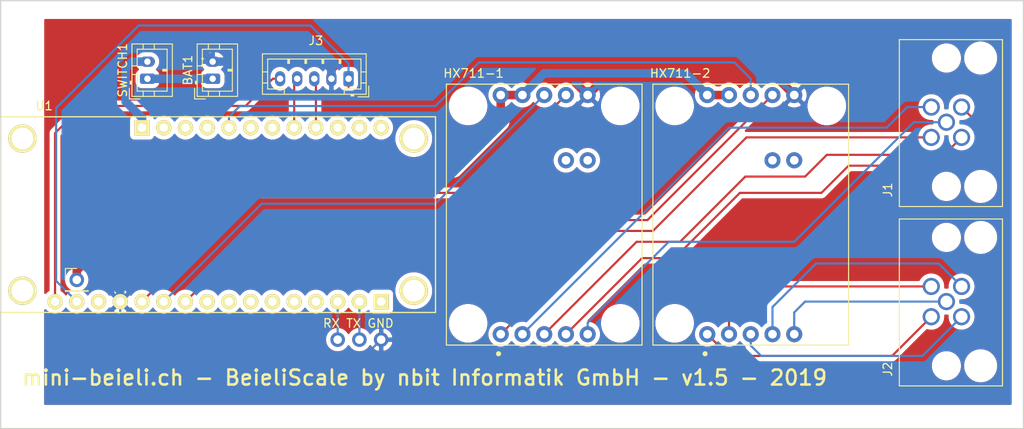
<source format=kicad_pcb>
(kicad_pcb (version 20171130) (host pcbnew 5.1.2-1.fc30)

  (general
    (thickness 1.6)
    (drawings 6)
    (tracks 126)
    (zones 0)
    (modules 10)
    (nets 45)
  )

  (page A4)
  (layers
    (0 F.Cu signal)
    (31 B.Cu signal)
    (32 B.Adhes user)
    (33 F.Adhes user)
    (34 B.Paste user)
    (35 F.Paste user)
    (36 B.SilkS user)
    (37 F.SilkS user)
    (38 B.Mask user)
    (39 F.Mask user)
    (40 Dwgs.User user)
    (41 Cmts.User user)
    (42 Eco1.User user)
    (43 Eco2.User user)
    (44 Edge.Cuts user)
    (45 Margin user)
    (46 B.CrtYd user)
    (47 F.CrtYd user)
    (48 B.Fab user)
    (49 F.Fab user)
  )

  (setup
    (last_trace_width 0.25)
    (trace_clearance 0.2)
    (zone_clearance 0.508)
    (zone_45_only no)
    (trace_min 0.2)
    (via_size 0.8)
    (via_drill 0.4)
    (via_min_size 0.4)
    (via_min_drill 0.3)
    (uvia_size 0.3)
    (uvia_drill 0.1)
    (uvias_allowed no)
    (uvia_min_size 0.2)
    (uvia_min_drill 0.1)
    (edge_width 0.15)
    (segment_width 0.2)
    (pcb_text_width 0.3)
    (pcb_text_size 1.5 1.5)
    (mod_edge_width 0.15)
    (mod_text_size 1 1)
    (mod_text_width 0.15)
    (pad_size 1.7 1.7)
    (pad_drill 1)
    (pad_to_mask_clearance 0.051)
    (solder_mask_min_width 0.25)
    (aux_axis_origin 0 0)
    (grid_origin 0 0.205)
    (visible_elements FFFFFF7F)
    (pcbplotparams
      (layerselection 0x010fc_ffffffff)
      (usegerberextensions false)
      (usegerberattributes false)
      (usegerberadvancedattributes false)
      (creategerberjobfile false)
      (excludeedgelayer true)
      (linewidth 0.100000)
      (plotframeref false)
      (viasonmask false)
      (mode 1)
      (useauxorigin false)
      (hpglpennumber 1)
      (hpglpenspeed 20)
      (hpglpendiameter 15.000000)
      (psnegative false)
      (psa4output false)
      (plotreference true)
      (plotvalue true)
      (plotinvisibletext false)
      (padsonsilk false)
      (subtractmaskfromsilk false)
      (outputformat 1)
      (mirror false)
      (drillshape 0)
      (scaleselection 1)
      (outputdirectory ""))
  )

  (net 0 "")
  (net 1 "Net-(HX711-1-Pad5)")
  (net 2 "Net-(HX711-1-Pad4)")
  (net 3 "Net-(HX711-1-Pad3)")
  (net 4 "Net-(HX711-1-Pad2)")
  (net 5 "Net-(HX711-1-Pad1)")
  (net 6 "Net-(HX711-1-Pad10)")
  (net 7 "Net-(HX711-1-Pad8)")
  (net 8 "Net-(HX711-1-Pad7)")
  (net 9 "Net-(HX711-1-Pad11)")
  (net 10 "Net-(HX711-1-Pad12)")
  (net 11 "Net-(HX711-2-Pad12)")
  (net 12 "Net-(HX711-2-Pad11)")
  (net 13 "Net-(HX711-2-Pad7)")
  (net 14 "Net-(HX711-2-Pad8)")
  (net 15 "Net-(HX711-2-Pad1)")
  (net 16 "Net-(HX711-2-Pad2)")
  (net 17 "Net-(HX711-2-Pad3)")
  (net 18 "Net-(HX711-2-Pad4)")
  (net 19 "Net-(HX711-2-Pad5)")
  (net 20 "Net-(BAT1-Pad1)")
  (net 21 "Net-(BAT1-Pad2)")
  (net 22 "Net-(SWITCH1-Pad2)")
  (net 23 "Net-(U1-Pad14)")
  (net 24 "Net-(U1-Pad8)")
  (net 25 "Net-(U1-Pad7)")
  (net 26 "Net-(U1-Pad6)")
  (net 27 "Net-(U1-Pad5)")
  (net 28 "Net-(U1-Pad4)")
  (net 29 "Net-(U1-Pad1)")
  (net 30 "Net-(U1-Pad18)")
  (net 31 "Net-(U1-Pad19)")
  (net 32 "Net-(U1-Pad20)")
  (net 33 "Net-(U1-Pad22)")
  (net 34 "Net-(U1-Pad26)")
  (net 35 "Net-(U1-Pad27)")
  (net 36 "Net-(U1-Pad28)")
  (net 37 "Net-(J3-Pad3)")
  (net 38 "Net-(J3-Pad4)")
  (net 39 "Net-(J3-Pad5)")
  (net 40 "Net-(U1-Pad9)")
  (net 41 "Net-(J3-Pad1)")
  (net 42 "Net-(J4-Pad1)")
  (net 43 "Net-(J4-Pad2)")
  (net 44 "Net-(U1-Pad23)")

  (net_class Default "This is the default net class."
    (clearance 0.2)
    (trace_width 0.25)
    (via_dia 0.8)
    (via_drill 0.4)
    (uvia_dia 0.3)
    (uvia_drill 0.1)
    (add_net "Net-(BAT1-Pad1)")
    (add_net "Net-(BAT1-Pad2)")
    (add_net "Net-(HX711-1-Pad1)")
    (add_net "Net-(HX711-1-Pad10)")
    (add_net "Net-(HX711-1-Pad11)")
    (add_net "Net-(HX711-1-Pad12)")
    (add_net "Net-(HX711-1-Pad2)")
    (add_net "Net-(HX711-1-Pad3)")
    (add_net "Net-(HX711-1-Pad4)")
    (add_net "Net-(HX711-1-Pad5)")
    (add_net "Net-(HX711-1-Pad7)")
    (add_net "Net-(HX711-1-Pad8)")
    (add_net "Net-(HX711-2-Pad1)")
    (add_net "Net-(HX711-2-Pad11)")
    (add_net "Net-(HX711-2-Pad12)")
    (add_net "Net-(HX711-2-Pad2)")
    (add_net "Net-(HX711-2-Pad3)")
    (add_net "Net-(HX711-2-Pad4)")
    (add_net "Net-(HX711-2-Pad5)")
    (add_net "Net-(HX711-2-Pad7)")
    (add_net "Net-(HX711-2-Pad8)")
    (add_net "Net-(J3-Pad1)")
    (add_net "Net-(J3-Pad3)")
    (add_net "Net-(J3-Pad4)")
    (add_net "Net-(J3-Pad5)")
    (add_net "Net-(J4-Pad1)")
    (add_net "Net-(J4-Pad2)")
    (add_net "Net-(SWITCH1-Pad2)")
    (add_net "Net-(U1-Pad1)")
    (add_net "Net-(U1-Pad14)")
    (add_net "Net-(U1-Pad18)")
    (add_net "Net-(U1-Pad19)")
    (add_net "Net-(U1-Pad20)")
    (add_net "Net-(U1-Pad22)")
    (add_net "Net-(U1-Pad23)")
    (add_net "Net-(U1-Pad26)")
    (add_net "Net-(U1-Pad27)")
    (add_net "Net-(U1-Pad28)")
    (add_net "Net-(U1-Pad4)")
    (add_net "Net-(U1-Pad5)")
    (add_net "Net-(U1-Pad6)")
    (add_net "Net-(U1-Pad7)")
    (add_net "Net-(U1-Pad8)")
    (add_net "Net-(U1-Pad9)")
  )

  (module Connector_PinHeader_2.54mm:PinHeader_1x03_P2.54mm_Vertical (layer F.Cu) (tedit 5CFA866D) (tstamp 5CFA7419)
    (at 79.375 71.96 90)
    (descr "Through hole straight pin header, 1x03, 2.54mm pitch, single row")
    (tags "Through hole pin header THT 1x03 2.54mm single row")
    (path /5CFBD036)
    (fp_text reference J4 (at 0 -2.33 90) (layer F.SilkS) hide
      (effects (font (size 1 1) (thickness 0.15)))
    )
    (fp_text value Conn_01x03_Male (at 0 7.41 90) (layer F.Fab) hide
      (effects (font (size 1 1) (thickness 0.15)))
    )
    (fp_text user %R (at 0 2.54) (layer F.Fab)
      (effects (font (size 1 1) (thickness 0.15)))
    )
    (pad 1 thru_hole circle (at 0 0 90) (size 1.7 1.7) (drill 1) (layers *.Cu *.Mask)
      (net 42 "Net-(J4-Pad1)"))
    (pad 2 thru_hole oval (at 0 2.54 90) (size 1.7 1.7) (drill 1) (layers *.Cu *.Mask)
      (net 43 "Net-(J4-Pad2)"))
    (pad 3 thru_hole oval (at 0 5.08 90) (size 1.7 1.7) (drill 1) (layers *.Cu *.Mask)
      (net 21 "Net-(BAT1-Pad2)"))
    (model ${KISYS3DMOD}/Connector_PinHeader_2.54mm.3dshapes/PinHeader_1x03_P2.54mm_Vertical.wrl
      (at (xyz 0 0 0))
      (scale (xyz 1 1 1))
      (rotate (xyz 0 0 0))
    )
  )

  (module SPARKFUN_SEN-13879 (layer F.Cu) (tedit 5CBF5658) (tstamp 5CAD10F7)
    (at 127.635 57.355 90)
    (path /5C8CD302)
    (fp_text reference HX711-2 (at 16.51 -8.255) (layer F.SilkS)
      (effects (font (size 1.00006 1.00006) (thickness 0.15)))
    )
    (fp_text value SEN-13879 (at -11.8883 12.5696 90) (layer F.SilkS) hide
      (effects (font (size 1.00197 1.00197) (thickness 0.05)))
    )
    (fp_circle (center -16.256 -5.334) (end -16.106 -5.334) (layer F.SilkS) (width 0.3))
    (fp_line (start -15.49 11.68) (end -15.49 -11.67) (layer Eco1.User) (width 0.05))
    (fp_line (start 15.51 11.68) (end -15.49 11.68) (layer Eco1.User) (width 0.05))
    (fp_line (start 15.51 -11.67) (end 15.51 11.68) (layer Eco1.User) (width 0.05))
    (fp_line (start -15.49 -11.67) (end 15.51 -11.67) (layer Eco1.User) (width 0.05))
    (fp_line (start -15.24 11.43) (end -15.24 -11.43) (layer Eco2.User) (width 0.127))
    (fp_line (start 15.24 11.43) (end -15.24 11.43) (layer Eco2.User) (width 0.127))
    (fp_line (start 15.24 -11.43) (end 15.24 11.43) (layer Eco2.User) (width 0.127))
    (fp_line (start -15.24 -11.43) (end 15.24 -11.43) (layer Eco2.User) (width 0.127))
    (fp_line (start 15.24 11.43) (end -15.24 11.43) (layer F.SilkS) (width 0.127))
    (fp_line (start 15.24 -11.43) (end 15.24 11.43) (layer F.SilkS) (width 0.127))
    (fp_line (start -15.24 -11.43) (end 15.24 -11.43) (layer F.SilkS) (width 0.127))
    (fp_line (start -15.24 11.43) (end -15.24 -11.43) (layer F.SilkS) (width 0.127))
    (pad 12 thru_hole circle (at 6.35 5.08 90) (size 1.8796 1.8796) (drill 1.016) (layers *.Cu *.Mask)
      (net 11 "Net-(HX711-2-Pad12)"))
    (pad 11 thru_hole circle (at 6.35 2.54 90) (size 1.8796 1.8796) (drill 1.016) (layers *.Cu *.Mask)
      (net 12 "Net-(HX711-2-Pad11)"))
    (pad 6 thru_hole circle (at 13.97 5.08 90) (size 1.8796 1.8796) (drill 1.016) (layers *.Cu *.Mask)
      (net 21 "Net-(BAT1-Pad2)"))
    (pad 7 thru_hole circle (at 13.97 2.54 90) (size 1.8796 1.8796) (drill 1.016) (layers *.Cu *.Mask)
      (net 13 "Net-(HX711-2-Pad7)"))
    (pad 8 thru_hole circle (at 13.97 0 90) (size 1.8796 1.8796) (drill 1.016) (layers *.Cu *.Mask)
      (net 14 "Net-(HX711-2-Pad8)"))
    (pad 9 thru_hole circle (at 13.97 -2.54 90) (size 1.8796 1.8796) (drill 1.016) (layers *.Cu *.Mask)
      (net 6 "Net-(HX711-1-Pad10)"))
    (pad 10 thru_hole circle (at 13.97 -5.08 90) (size 1.8796 1.8796) (drill 1.016) (layers *.Cu *.Mask)
      (net 6 "Net-(HX711-1-Pad10)"))
    (pad 1 thru_hole circle (at -13.97 -5.08 90) (size 1.8796 1.8796) (drill 1.016) (layers *.Cu *.Mask)
      (net 15 "Net-(HX711-2-Pad1)"))
    (pad 2 thru_hole circle (at -13.97 -2.54 90) (size 1.8796 1.8796) (drill 1.016) (layers *.Cu *.Mask)
      (net 16 "Net-(HX711-2-Pad2)"))
    (pad 3 thru_hole circle (at -13.97 0 90) (size 1.8796 1.8796) (drill 1.016) (layers *.Cu *.Mask)
      (net 17 "Net-(HX711-2-Pad3)"))
    (pad 4 thru_hole circle (at -13.97 2.54 90) (size 1.8796 1.8796) (drill 1.016) (layers *.Cu *.Mask)
      (net 18 "Net-(HX711-2-Pad4)"))
    (pad 5 thru_hole circle (at -13.97 5.08 90) (size 1.8796 1.8796) (drill 1.016) (layers *.Cu *.Mask)
      (net 19 "Net-(HX711-2-Pad5)"))
    (pad "" np_thru_hole circle (at -12.7 -8.89 90) (size 3.5 3.5) (drill 3.5) (layers *.Cu *.Mask))
    (pad "" np_thru_hole circle (at 12.7 -8.89 90) (size 3.5 3.5) (drill 3.5) (layers *.Cu *.Mask))
    (pad "" np_thru_hole circle (at -12.7 8.89 90) (size 3.5 3.5) (drill 3.5) (layers *.Cu *.Mask))
    (pad "" np_thru_hole circle (at 12.7 8.89 90) (size 3.5 3.5) (drill 3.5) (layers *.Cu *.Mask))
  )

  (module SPARKFUN_SEN-13879 (layer F.Cu) (tedit 5CBF54C7) (tstamp 5CAD10DA)
    (at 103.505 57.355 90)
    (path /5C8AE7C5)
    (fp_text reference HX711-1 (at 16.51 -8.255 180) (layer F.SilkS)
      (effects (font (size 1.00006 1.00006) (thickness 0.15)))
    )
    (fp_text value SEN-13879 (at -11.8883 12.5696 90) (layer F.SilkS) hide
      (effects (font (size 1.00197 1.00197) (thickness 0.05)))
    )
    (fp_line (start -15.24 11.43) (end -15.24 -11.43) (layer F.SilkS) (width 0.127))
    (fp_line (start -15.24 -11.43) (end 15.24 -11.43) (layer F.SilkS) (width 0.127))
    (fp_line (start 15.24 -11.43) (end 15.24 11.43) (layer F.SilkS) (width 0.127))
    (fp_line (start 15.24 11.43) (end -15.24 11.43) (layer F.SilkS) (width 0.127))
    (fp_line (start -15.24 -11.43) (end 15.24 -11.43) (layer Eco2.User) (width 0.127))
    (fp_line (start 15.24 -11.43) (end 15.24 11.43) (layer Eco2.User) (width 0.127))
    (fp_line (start 15.24 11.43) (end -15.24 11.43) (layer Eco2.User) (width 0.127))
    (fp_line (start -15.24 11.43) (end -15.24 -11.43) (layer Eco2.User) (width 0.127))
    (fp_line (start -15.49 -11.67) (end 15.51 -11.67) (layer Eco1.User) (width 0.05))
    (fp_line (start 15.51 -11.67) (end 15.51 11.68) (layer Eco1.User) (width 0.05))
    (fp_line (start 15.51 11.68) (end -15.49 11.68) (layer Eco1.User) (width 0.05))
    (fp_line (start -15.49 11.68) (end -15.49 -11.67) (layer Eco1.User) (width 0.05))
    (fp_circle (center -16.256 -5.334) (end -16.106 -5.334) (layer F.SilkS) (width 0.3))
    (pad 5 thru_hole circle (at -13.97 5.08 90) (size 1.8796 1.8796) (drill 1.016) (layers *.Cu *.Mask)
      (net 1 "Net-(HX711-1-Pad5)"))
    (pad 4 thru_hole circle (at -13.97 2.54 90) (size 1.8796 1.8796) (drill 1.016) (layers *.Cu *.Mask)
      (net 2 "Net-(HX711-1-Pad4)"))
    (pad 3 thru_hole circle (at -13.97 0 90) (size 1.8796 1.8796) (drill 1.016) (layers *.Cu *.Mask)
      (net 3 "Net-(HX711-1-Pad3)"))
    (pad 2 thru_hole circle (at -13.97 -2.54 90) (size 1.8796 1.8796) (drill 1.016) (layers *.Cu *.Mask)
      (net 4 "Net-(HX711-1-Pad2)"))
    (pad 1 thru_hole circle (at -13.97 -5.08 90) (size 1.8796 1.8796) (drill 1.016) (layers *.Cu *.Mask)
      (net 5 "Net-(HX711-1-Pad1)"))
    (pad 10 thru_hole circle (at 13.97 -5.08 90) (size 1.8796 1.8796) (drill 1.016) (layers *.Cu *.Mask)
      (net 6 "Net-(HX711-1-Pad10)"))
    (pad 9 thru_hole circle (at 13.97 -2.54 90) (size 1.8796 1.8796) (drill 1.016) (layers *.Cu *.Mask)
      (net 6 "Net-(HX711-1-Pad10)"))
    (pad 8 thru_hole circle (at 13.97 0 90) (size 1.8796 1.8796) (drill 1.016) (layers *.Cu *.Mask)
      (net 7 "Net-(HX711-1-Pad8)"))
    (pad 7 thru_hole circle (at 13.97 2.54 90) (size 1.8796 1.8796) (drill 1.016) (layers *.Cu *.Mask)
      (net 8 "Net-(HX711-1-Pad7)"))
    (pad 6 thru_hole circle (at 13.97 5.08 90) (size 1.8796 1.8796) (drill 1.016) (layers *.Cu *.Mask)
      (net 21 "Net-(BAT1-Pad2)"))
    (pad 11 thru_hole circle (at 6.35 2.54 90) (size 1.8796 1.8796) (drill 1.016) (layers *.Cu *.Mask)
      (net 9 "Net-(HX711-1-Pad11)"))
    (pad 12 thru_hole circle (at 6.35 5.08 90) (size 1.8796 1.8796) (drill 1.016) (layers *.Cu *.Mask)
      (net 10 "Net-(HX711-1-Pad12)"))
    (pad "" np_thru_hole circle (at -12.7 -8.89 90) (size 3.5 3.5) (drill 3.5) (layers *.Cu *.Mask))
    (pad "" np_thru_hole circle (at 12.7 -8.89 90) (size 3.5 3.5) (drill 3.5) (layers *.Cu *.Mask))
    (pad "" np_thru_hole circle (at -12.7 8.89 90) (size 3.5 3.5) (drill 3.5) (layers *.Cu *.Mask))
    (pad "" np_thru_hole circle (at 12.7 8.89 90) (size 3.5 3.5) (drill 3.5) (layers *.Cu *.Mask))
  )

  (module Connector_JST:JST_PH_B2B-PH-K_1x02_P2.00mm_Vertical (layer F.Cu) (tedit 5CACDCDA) (tstamp 5CAD10BD)
    (at 64.77 41.48 90)
    (descr "JST PH series connector, B2B-PH-K (http://www.jst-mfg.com/product/pdf/eng/ePH.pdf), generated with kicad-footprint-generator")
    (tags "connector JST PH side entry")
    (path /5C92F7C2)
    (fp_text reference BAT1 (at 1 -2.9 90) (layer F.SilkS)
      (effects (font (size 1 1) (thickness 0.15)))
    )
    (fp_text value Conn_01x02_Female (at 1 4 90) (layer F.Fab) hide
      (effects (font (size 1 1) (thickness 0.15)))
    )
    (fp_line (start -2.06 -1.81) (end -2.06 2.91) (layer F.SilkS) (width 0.12))
    (fp_line (start -2.06 2.91) (end 4.06 2.91) (layer F.SilkS) (width 0.12))
    (fp_line (start 4.06 2.91) (end 4.06 -1.81) (layer F.SilkS) (width 0.12))
    (fp_line (start 4.06 -1.81) (end -2.06 -1.81) (layer F.SilkS) (width 0.12))
    (fp_line (start -0.3 -1.81) (end -0.3 -2.01) (layer F.SilkS) (width 0.12))
    (fp_line (start -0.3 -2.01) (end -0.6 -2.01) (layer F.SilkS) (width 0.12))
    (fp_line (start -0.6 -2.01) (end -0.6 -1.81) (layer F.SilkS) (width 0.12))
    (fp_line (start -0.3 -1.91) (end -0.6 -1.91) (layer F.SilkS) (width 0.12))
    (fp_line (start 0.5 -1.81) (end 0.5 -1.2) (layer F.SilkS) (width 0.12))
    (fp_line (start 0.5 -1.2) (end -1.45 -1.2) (layer F.SilkS) (width 0.12))
    (fp_line (start -1.45 -1.2) (end -1.45 2.3) (layer F.SilkS) (width 0.12))
    (fp_line (start -1.45 2.3) (end 3.45 2.3) (layer F.SilkS) (width 0.12))
    (fp_line (start 3.45 2.3) (end 3.45 -1.2) (layer F.SilkS) (width 0.12))
    (fp_line (start 3.45 -1.2) (end 1.5 -1.2) (layer F.SilkS) (width 0.12))
    (fp_line (start 1.5 -1.2) (end 1.5 -1.81) (layer F.SilkS) (width 0.12))
    (fp_line (start -2.06 -0.5) (end -1.45 -0.5) (layer F.SilkS) (width 0.12))
    (fp_line (start -2.06 0.8) (end -1.45 0.8) (layer F.SilkS) (width 0.12))
    (fp_line (start 4.06 -0.5) (end 3.45 -0.5) (layer F.SilkS) (width 0.12))
    (fp_line (start 4.06 0.8) (end 3.45 0.8) (layer F.SilkS) (width 0.12))
    (fp_line (start 0.9 2.3) (end 0.9 1.8) (layer F.SilkS) (width 0.12))
    (fp_line (start 0.9 1.8) (end 1.1 1.8) (layer F.SilkS) (width 0.12))
    (fp_line (start 1.1 1.8) (end 1.1 2.3) (layer F.SilkS) (width 0.12))
    (fp_line (start 1 2.3) (end 1 1.8) (layer F.SilkS) (width 0.12))
    (fp_line (start -1.11 -2.11) (end -2.36 -2.11) (layer F.SilkS) (width 0.12))
    (fp_line (start -2.36 -2.11) (end -2.36 -0.86) (layer F.SilkS) (width 0.12))
    (fp_line (start -1.11 -2.11) (end -2.36 -2.11) (layer F.Fab) (width 0.1))
    (fp_line (start -2.36 -2.11) (end -2.36 -0.86) (layer F.Fab) (width 0.1))
    (fp_line (start -1.95 -1.7) (end -1.95 2.8) (layer F.Fab) (width 0.1))
    (fp_line (start -1.95 2.8) (end 3.95 2.8) (layer F.Fab) (width 0.1))
    (fp_line (start 3.95 2.8) (end 3.95 -1.7) (layer F.Fab) (width 0.1))
    (fp_line (start 3.95 -1.7) (end -1.95 -1.7) (layer F.Fab) (width 0.1))
    (fp_line (start -2.45 -2.2) (end -2.45 3.3) (layer F.CrtYd) (width 0.05))
    (fp_line (start -2.45 3.3) (end 4.45 3.3) (layer F.CrtYd) (width 0.05))
    (fp_line (start 4.45 3.3) (end 4.45 -2.2) (layer F.CrtYd) (width 0.05))
    (fp_line (start 4.45 -2.2) (end -2.45 -2.2) (layer F.CrtYd) (width 0.05))
    (fp_text user %R (at 1 1.5 90) (layer F.Fab) hide
      (effects (font (size 1 1) (thickness 0.15)))
    )
    (pad 1 thru_hole roundrect (at 0 0 90) (size 1.2 1.75) (drill 0.75) (layers *.Cu *.Mask) (roundrect_rratio 0.208333)
      (net 20 "Net-(BAT1-Pad1)"))
    (pad 2 thru_hole oval (at 2 0 90) (size 1.2 1.75) (drill 0.75) (layers *.Cu *.Mask)
      (net 21 "Net-(BAT1-Pad2)"))
    (model ${KISYS3DMOD}/Connector_JST.3dshapes/JST_PH_B2B-PH-K_1x02_P2.00mm_Vertical.wrl
      (at (xyz 0 0 0))
      (scale (xyz 1 1 1))
      (rotate (xyz 0 0 0))
    )
  )

  (module T4145015051-001 (layer F.Cu) (tedit 5CACDC9A) (tstamp 5CAD1108)
    (at 150.495 46.56 90)
    (path /5CA66C31)
    (fp_text reference J1 (at -7.90874 -6.85962 90) (layer F.SilkS)
      (effects (font (size 1 1) (thickness 0.15)))
    )
    (fp_text value T4145015051-001 (at -7.38206 7.25284 90) (layer F.SilkS) hide
      (effects (font (size 0.788591 0.788591) (thickness 0.05)))
    )
    (fp_line (start 9.65 -5.5) (end 9.65 6.55) (layer F.SilkS) (width 0.127))
    (fp_line (start -9.85 -5.5) (end 9.65 -5.5) (layer F.SilkS) (width 0.127))
    (fp_line (start -9.85 6.55) (end -9.85 -5.5) (layer F.SilkS) (width 0.127))
    (fp_line (start 9.65 6.55) (end -9.85 6.55) (layer F.SilkS) (width 0.127))
    (pad Hole np_thru_hole circle (at -7.5 4 90) (size 2.85 2.85) (drill 2.85) (layers *.Cu *.Mask F.SilkS))
    (pad Hole np_thru_hole circle (at -7.5 0 90) (size 2.4 2.4) (drill 2.4) (layers *.Cu *.Mask F.SilkS))
    (pad Hole np_thru_hole circle (at 7.5 4 90) (size 2.85 2.85) (drill 2.85) (layers *.Cu *.Mask F.SilkS))
    (pad Hole np_thru_hole circle (at 7.5 0 90) (size 2.4 2.4) (drill 2.4) (layers *.Cu *.Mask F.SilkS))
    (pad P$5 thru_hole circle (at 0 0 90) (size 2 2) (drill 1.4) (layers *.Cu *.Mask)
      (net 1 "Net-(HX711-1-Pad5)"))
    (pad P$4 thru_hole circle (at 1.77 1.77 90) (size 2 2) (drill 1.4) (layers *.Cu *.Mask)
      (net 2 "Net-(HX711-1-Pad4)"))
    (pad P$3 thru_hole circle (at -1.77 1.77 90) (size 2 2) (drill 1.4) (layers *.Cu *.Mask)
      (net 3 "Net-(HX711-1-Pad3)"))
    (pad P$2 thru_hole circle (at 1.77 -1.77 90) (size 2 2) (drill 1.4) (layers *.Cu *.Mask)
      (net 4 "Net-(HX711-1-Pad2)"))
    (pad P$1 thru_hole circle (at -1.77 -1.77 90) (size 2 2) (drill 1.4) (layers *.Cu *.Mask)
      (net 5 "Net-(HX711-1-Pad1)"))
  )

  (module T4145015051-001 (layer F.Cu) (tedit 5CACDC8C) (tstamp 5CAD1119)
    (at 150.495 67.515 90)
    (path /5CA65D1D)
    (fp_text reference J2 (at -7.90874 -6.85962 90) (layer F.SilkS)
      (effects (font (size 1 1) (thickness 0.15)))
    )
    (fp_text value T4145015051-001 (at -7.38206 7.25284 90) (layer F.SilkS) hide
      (effects (font (size 0.788591 0.788591) (thickness 0.05)))
    )
    (fp_line (start 9.65 6.55) (end -9.85 6.55) (layer F.SilkS) (width 0.127))
    (fp_line (start -9.85 6.55) (end -9.85 -5.5) (layer F.SilkS) (width 0.127))
    (fp_line (start -9.85 -5.5) (end 9.65 -5.5) (layer F.SilkS) (width 0.127))
    (fp_line (start 9.65 -5.5) (end 9.65 6.55) (layer F.SilkS) (width 0.127))
    (pad P$1 thru_hole circle (at -1.77 -1.77 90) (size 2 2) (drill 1.4) (layers *.Cu *.Mask)
      (net 15 "Net-(HX711-2-Pad1)"))
    (pad P$2 thru_hole circle (at 1.77 -1.77 90) (size 2 2) (drill 1.4) (layers *.Cu *.Mask)
      (net 16 "Net-(HX711-2-Pad2)"))
    (pad P$3 thru_hole circle (at -1.77 1.77 90) (size 2 2) (drill 1.4) (layers *.Cu *.Mask)
      (net 17 "Net-(HX711-2-Pad3)"))
    (pad P$4 thru_hole circle (at 1.77 1.77 90) (size 2 2) (drill 1.4) (layers *.Cu *.Mask)
      (net 18 "Net-(HX711-2-Pad4)"))
    (pad P$5 thru_hole circle (at 0 0 90) (size 2 2) (drill 1.4) (layers *.Cu *.Mask)
      (net 19 "Net-(HX711-2-Pad5)"))
    (pad Hole np_thru_hole circle (at 7.5 0 90) (size 2.4 2.4) (drill 2.4) (layers *.Cu *.Mask F.SilkS))
    (pad Hole np_thru_hole circle (at 7.5 4 90) (size 2.85 2.85) (drill 2.85) (layers *.Cu *.Mask F.SilkS))
    (pad Hole np_thru_hole circle (at -7.5 0 90) (size 2.4 2.4) (drill 2.4) (layers *.Cu *.Mask F.SilkS))
    (pad Hole np_thru_hole circle (at -7.5 4 90) (size 2.85 2.85) (drill 2.85) (layers *.Cu *.Mask F.SilkS))
  )

  (module Connector_JST:JST_PH_B2B-PH-K_1x02_P2.00mm_Vertical (layer F.Cu) (tedit 5CACDCD6) (tstamp 5CAD1143)
    (at 57.15 41.48 90)
    (descr "JST PH series connector, B2B-PH-K (http://www.jst-mfg.com/product/pdf/eng/ePH.pdf), generated with kicad-footprint-generator")
    (tags "connector JST PH side entry")
    (path /5CAD5AEF)
    (fp_text reference SWITCH1 (at 1 -2.9 90) (layer F.SilkS)
      (effects (font (size 1 1) (thickness 0.15)))
    )
    (fp_text value Conn_01x02_Female (at 1 4 90) (layer F.Fab) hide
      (effects (font (size 1 1) (thickness 0.15)))
    )
    (fp_text user %R (at 1 1.5 90) (layer F.Fab) hide
      (effects (font (size 1 1) (thickness 0.15)))
    )
    (fp_line (start 4.45 -2.2) (end -2.45 -2.2) (layer F.CrtYd) (width 0.05))
    (fp_line (start 4.45 3.3) (end 4.45 -2.2) (layer F.CrtYd) (width 0.05))
    (fp_line (start -2.45 3.3) (end 4.45 3.3) (layer F.CrtYd) (width 0.05))
    (fp_line (start -2.45 -2.2) (end -2.45 3.3) (layer F.CrtYd) (width 0.05))
    (fp_line (start 3.95 -1.7) (end -1.95 -1.7) (layer F.Fab) (width 0.1))
    (fp_line (start 3.95 2.8) (end 3.95 -1.7) (layer F.Fab) (width 0.1))
    (fp_line (start -1.95 2.8) (end 3.95 2.8) (layer F.Fab) (width 0.1))
    (fp_line (start -1.95 -1.7) (end -1.95 2.8) (layer F.Fab) (width 0.1))
    (fp_line (start -2.36 -2.11) (end -2.36 -0.86) (layer F.Fab) (width 0.1))
    (fp_line (start -1.11 -2.11) (end -2.36 -2.11) (layer F.Fab) (width 0.1))
    (fp_line (start -2.36 -2.11) (end -2.36 -0.86) (layer F.SilkS) (width 0.12))
    (fp_line (start -1.11 -2.11) (end -2.36 -2.11) (layer F.SilkS) (width 0.12))
    (fp_line (start 1 2.3) (end 1 1.8) (layer F.SilkS) (width 0.12))
    (fp_line (start 1.1 1.8) (end 1.1 2.3) (layer F.SilkS) (width 0.12))
    (fp_line (start 0.9 1.8) (end 1.1 1.8) (layer F.SilkS) (width 0.12))
    (fp_line (start 0.9 2.3) (end 0.9 1.8) (layer F.SilkS) (width 0.12))
    (fp_line (start 4.06 0.8) (end 3.45 0.8) (layer F.SilkS) (width 0.12))
    (fp_line (start 4.06 -0.5) (end 3.45 -0.5) (layer F.SilkS) (width 0.12))
    (fp_line (start -2.06 0.8) (end -1.45 0.8) (layer F.SilkS) (width 0.12))
    (fp_line (start -2.06 -0.5) (end -1.45 -0.5) (layer F.SilkS) (width 0.12))
    (fp_line (start 1.5 -1.2) (end 1.5 -1.81) (layer F.SilkS) (width 0.12))
    (fp_line (start 3.45 -1.2) (end 1.5 -1.2) (layer F.SilkS) (width 0.12))
    (fp_line (start 3.45 2.3) (end 3.45 -1.2) (layer F.SilkS) (width 0.12))
    (fp_line (start -1.45 2.3) (end 3.45 2.3) (layer F.SilkS) (width 0.12))
    (fp_line (start -1.45 -1.2) (end -1.45 2.3) (layer F.SilkS) (width 0.12))
    (fp_line (start 0.5 -1.2) (end -1.45 -1.2) (layer F.SilkS) (width 0.12))
    (fp_line (start 0.5 -1.81) (end 0.5 -1.2) (layer F.SilkS) (width 0.12))
    (fp_line (start -0.3 -1.91) (end -0.6 -1.91) (layer F.SilkS) (width 0.12))
    (fp_line (start -0.6 -2.01) (end -0.6 -1.81) (layer F.SilkS) (width 0.12))
    (fp_line (start -0.3 -2.01) (end -0.6 -2.01) (layer F.SilkS) (width 0.12))
    (fp_line (start -0.3 -1.81) (end -0.3 -2.01) (layer F.SilkS) (width 0.12))
    (fp_line (start 4.06 -1.81) (end -2.06 -1.81) (layer F.SilkS) (width 0.12))
    (fp_line (start 4.06 2.91) (end 4.06 -1.81) (layer F.SilkS) (width 0.12))
    (fp_line (start -2.06 2.91) (end 4.06 2.91) (layer F.SilkS) (width 0.12))
    (fp_line (start -2.06 -1.81) (end -2.06 2.91) (layer F.SilkS) (width 0.12))
    (pad 2 thru_hole oval (at 2 0 90) (size 1.2 1.75) (drill 0.75) (layers *.Cu *.Mask)
      (net 22 "Net-(SWITCH1-Pad2)"))
    (pad 1 thru_hole roundrect (at 0 0 90) (size 1.2 1.75) (drill 0.75) (layers *.Cu *.Mask) (roundrect_rratio 0.208333)
      (net 20 "Net-(BAT1-Pad1)"))
    (model ${KISYS3DMOD}/Connector_JST.3dshapes/JST_PH_B2B-PH-K_1x02_P2.00mm_Vertical.wrl
      (at (xyz 0 0 0))
      (scale (xyz 1 1 1))
      (rotate (xyz 0 0 0))
    )
  )

  (module Modules:ADAFRUIT_FEATHER (layer F.Cu) (tedit 5CBC7B57) (tstamp 5CAD116B)
    (at 65.405 57.355)
    (path /5C8BFC62)
    (fp_text reference U1 (at -20.32 -12.7) (layer F.SilkS)
      (effects (font (size 1 1) (thickness 0.15)))
    )
    (fp_text value "MCCI 4610" (at -24.384 0 90) (layer F.Fab) hide
      (effects (font (size 1 1) (thickness 0.25)))
    )
    (fp_line (start -25.4 -11.43) (end -25.4 11.43) (layer F.SilkS) (width 0.15))
    (fp_line (start -25.4 11.43) (end 25.4 11.43) (layer F.SilkS) (width 0.15))
    (fp_line (start 25.4 11.43) (end 25.4 -11.43) (layer F.SilkS) (width 0.15))
    (fp_line (start 25.4 -11.43) (end -25.4 -11.43) (layer F.SilkS) (width 0.15))
    (pad "" thru_hole circle (at -22.86 -8.89) (size 3.302 3.302) (drill 2.54) (layers *.Cu *.Mask F.SilkS))
    (pad "" thru_hole circle (at -22.86 8.89) (size 3.302 3.302) (drill 2.54) (layers *.Cu *.Mask F.SilkS))
    (pad "" thru_hole circle (at 22.86 8.89) (size 3.302 3.302) (drill 2.54) (layers *.Cu *.Mask F.SilkS))
    (pad "" thru_hole circle (at 22.86 -8.89) (size 3.302 3.302) (drill 2.54) (layers *.Cu *.Mask F.SilkS))
    (pad 16 thru_hole circle (at -19.05 10.16) (size 1.778 1.778) (drill 0.9906) (layers *.Cu *.Mask F.SilkS)
      (net 39 "Net-(J3-Pad5)"))
    (pad 15 thru_hole circle (at -16.51 10.16) (size 1.778 1.778) (drill 0.9906) (layers *.Cu *.Mask F.SilkS)
      (net 41 "Net-(J3-Pad1)"))
    (pad 14 thru_hole circle (at -13.97 10.16) (size 1.778 1.778) (drill 0.9906) (layers *.Cu *.Mask F.SilkS)
      (net 23 "Net-(U1-Pad14)"))
    (pad 13 thru_hole circle (at -11.43 10.16) (size 1.778 1.778) (drill 0.9906) (layers *.Cu *.Mask F.SilkS)
      (net 21 "Net-(BAT1-Pad2)"))
    (pad 12 thru_hole circle (at -8.89 10.16) (size 1.778 1.778) (drill 0.9906) (layers *.Cu *.Mask F.SilkS)
      (net 8 "Net-(HX711-1-Pad7)"))
    (pad 11 thru_hole circle (at -6.35 10.16) (size 1.778 1.778) (drill 0.9906) (layers *.Cu *.Mask F.SilkS)
      (net 7 "Net-(HX711-1-Pad8)"))
    (pad 10 thru_hole circle (at -3.81 10.16) (size 1.778 1.778) (drill 0.9906) (layers *.Cu *.Mask F.SilkS)
      (net 13 "Net-(HX711-2-Pad7)"))
    (pad 9 thru_hole circle (at -1.27 10.16) (size 1.778 1.778) (drill 0.9906) (layers *.Cu *.Mask F.SilkS)
      (net 40 "Net-(U1-Pad9)"))
    (pad 8 thru_hole circle (at 1.27 10.16) (size 1.778 1.778) (drill 0.9906) (layers *.Cu *.Mask F.SilkS)
      (net 24 "Net-(U1-Pad8)"))
    (pad 7 thru_hole circle (at 3.81 10.16) (size 1.778 1.778) (drill 0.9906) (layers *.Cu *.Mask F.SilkS)
      (net 25 "Net-(U1-Pad7)"))
    (pad 6 thru_hole circle (at 6.35 10.16) (size 1.778 1.778) (drill 0.9906) (layers *.Cu *.Mask F.SilkS)
      (net 26 "Net-(U1-Pad6)"))
    (pad 5 thru_hole circle (at 8.89 10.16) (size 1.778 1.778) (drill 0.9906) (layers *.Cu *.Mask F.SilkS)
      (net 27 "Net-(U1-Pad5)"))
    (pad 4 thru_hole circle (at 11.43 10.16) (size 1.778 1.778) (drill 0.9906) (layers *.Cu *.Mask F.SilkS)
      (net 28 "Net-(U1-Pad4)"))
    (pad 3 thru_hole circle (at 13.97 10.16) (size 1.778 1.778) (drill 0.9906) (layers *.Cu *.Mask F.SilkS)
      (net 42 "Net-(J4-Pad1)"))
    (pad 2 thru_hole circle (at 16.51 10.16) (size 1.778 1.778) (drill 0.9906) (layers *.Cu *.Mask F.SilkS)
      (net 43 "Net-(J4-Pad2)"))
    (pad 1 thru_hole rect (at 19.05 10.16) (size 1.778 1.778) (drill 0.9906) (layers *.Cu *.Mask F.SilkS)
      (net 29 "Net-(U1-Pad1)"))
    (pad 18 thru_hole circle (at -6.35 -10.16) (size 1.778 1.778) (drill 0.9906) (layers *.Cu *.Mask F.SilkS)
      (net 30 "Net-(U1-Pad18)"))
    (pad 17 thru_hole rect (at -8.89 -10.16) (size 1.778 1.778) (drill 0.9906) (layers *.Cu *.Mask F.SilkS)
      (net 22 "Net-(SWITCH1-Pad2)"))
    (pad 19 thru_hole circle (at -3.81 -10.16) (size 1.778 1.778) (drill 0.9906) (layers *.Cu *.Mask F.SilkS)
      (net 31 "Net-(U1-Pad19)"))
    (pad 20 thru_hole circle (at -1.27 -10.16) (size 1.778 1.778) (drill 0.9906) (layers *.Cu *.Mask F.SilkS)
      (net 32 "Net-(U1-Pad20)"))
    (pad 21 thru_hole circle (at 1.27 -10.16) (size 1.778 1.778) (drill 0.9906) (layers *.Cu *.Mask F.SilkS)
      (net 14 "Net-(HX711-2-Pad8)"))
    (pad 22 thru_hole circle (at 3.81 -10.16) (size 1.778 1.778) (drill 0.9906) (layers *.Cu *.Mask F.SilkS)
      (net 33 "Net-(U1-Pad22)"))
    (pad 23 thru_hole circle (at 6.35 -10.16) (size 1.778 1.778) (drill 0.9906) (layers *.Cu *.Mask F.SilkS)
      (net 44 "Net-(U1-Pad23)"))
    (pad 24 thru_hole circle (at 8.89 -10.16) (size 1.778 1.778) (drill 0.9906) (layers *.Cu *.Mask F.SilkS)
      (net 38 "Net-(J3-Pad4)"))
    (pad 25 thru_hole circle (at 11.43 -10.16) (size 1.778 1.778) (drill 0.9906) (layers *.Cu *.Mask F.SilkS)
      (net 37 "Net-(J3-Pad3)"))
    (pad 26 thru_hole circle (at 13.97 -10.16) (size 1.778 1.778) (drill 0.9906) (layers *.Cu *.Mask F.SilkS)
      (net 34 "Net-(U1-Pad26)"))
    (pad 27 thru_hole circle (at 16.51 -10.16) (size 1.778 1.778) (drill 0.9906) (layers *.Cu *.Mask F.SilkS)
      (net 35 "Net-(U1-Pad27)"))
    (pad 28 thru_hole circle (at 19.05 -10.16) (size 1.778 1.778) (drill 0.9906) (layers *.Cu *.Mask F.SilkS)
      (net 36 "Net-(U1-Pad28)"))
  )

  (module Connector_JST:JST_PH_B5B-PH-K_1x05_P2.00mm_Vertical (layer F.Cu) (tedit 5CBF72C7) (tstamp 5CBFCD89)
    (at 80.645 41.48 180)
    (descr "JST PH series connector, B5B-PH-K (http://www.jst-mfg.com/product/pdf/eng/ePH.pdf), generated with kicad-footprint-generator")
    (tags "connector JST PH side entry")
    (path /5CBF85B5)
    (fp_text reference J3 (at 3.81 4.445 180) (layer F.SilkS)
      (effects (font (size 1 1) (thickness 0.15)))
    )
    (fp_text value Conn_01x05_Female (at 4 4 180) (layer F.Fab) hide
      (effects (font (size 1 1) (thickness 0.15)))
    )
    (fp_line (start -2.06 -1.81) (end -2.06 2.91) (layer F.SilkS) (width 0.12))
    (fp_line (start -2.06 2.91) (end 10.06 2.91) (layer F.SilkS) (width 0.12))
    (fp_line (start 10.06 2.91) (end 10.06 -1.81) (layer F.SilkS) (width 0.12))
    (fp_line (start 10.06 -1.81) (end -2.06 -1.81) (layer F.SilkS) (width 0.12))
    (fp_line (start -0.3 -1.81) (end -0.3 -2.01) (layer F.SilkS) (width 0.12))
    (fp_line (start -0.3 -2.01) (end -0.6 -2.01) (layer F.SilkS) (width 0.12))
    (fp_line (start -0.6 -2.01) (end -0.6 -1.81) (layer F.SilkS) (width 0.12))
    (fp_line (start -0.3 -1.91) (end -0.6 -1.91) (layer F.SilkS) (width 0.12))
    (fp_line (start 0.5 -1.81) (end 0.5 -1.2) (layer F.SilkS) (width 0.12))
    (fp_line (start 0.5 -1.2) (end -1.45 -1.2) (layer F.SilkS) (width 0.12))
    (fp_line (start -1.45 -1.2) (end -1.45 2.3) (layer F.SilkS) (width 0.12))
    (fp_line (start -1.45 2.3) (end 9.45 2.3) (layer F.SilkS) (width 0.12))
    (fp_line (start 9.45 2.3) (end 9.45 -1.2) (layer F.SilkS) (width 0.12))
    (fp_line (start 9.45 -1.2) (end 7.5 -1.2) (layer F.SilkS) (width 0.12))
    (fp_line (start 7.5 -1.2) (end 7.5 -1.81) (layer F.SilkS) (width 0.12))
    (fp_line (start -2.06 -0.5) (end -1.45 -0.5) (layer F.SilkS) (width 0.12))
    (fp_line (start -2.06 0.8) (end -1.45 0.8) (layer F.SilkS) (width 0.12))
    (fp_line (start 10.06 -0.5) (end 9.45 -0.5) (layer F.SilkS) (width 0.12))
    (fp_line (start 10.06 0.8) (end 9.45 0.8) (layer F.SilkS) (width 0.12))
    (fp_line (start 0.9 2.3) (end 0.9 1.8) (layer F.SilkS) (width 0.12))
    (fp_line (start 0.9 1.8) (end 1.1 1.8) (layer F.SilkS) (width 0.12))
    (fp_line (start 1.1 1.8) (end 1.1 2.3) (layer F.SilkS) (width 0.12))
    (fp_line (start 1 2.3) (end 1 1.8) (layer F.SilkS) (width 0.12))
    (fp_line (start 2.9 2.3) (end 2.9 1.8) (layer F.SilkS) (width 0.12))
    (fp_line (start 2.9 1.8) (end 3.1 1.8) (layer F.SilkS) (width 0.12))
    (fp_line (start 3.1 1.8) (end 3.1 2.3) (layer F.SilkS) (width 0.12))
    (fp_line (start 3 2.3) (end 3 1.8) (layer F.SilkS) (width 0.12))
    (fp_line (start 4.9 2.3) (end 4.9 1.8) (layer F.SilkS) (width 0.12))
    (fp_line (start 4.9 1.8) (end 5.1 1.8) (layer F.SilkS) (width 0.12))
    (fp_line (start 5.1 1.8) (end 5.1 2.3) (layer F.SilkS) (width 0.12))
    (fp_line (start 5 2.3) (end 5 1.8) (layer F.SilkS) (width 0.12))
    (fp_line (start 6.9 2.3) (end 6.9 1.8) (layer F.SilkS) (width 0.12))
    (fp_line (start 6.9 1.8) (end 7.1 1.8) (layer F.SilkS) (width 0.12))
    (fp_line (start 7.1 1.8) (end 7.1 2.3) (layer F.SilkS) (width 0.12))
    (fp_line (start 7 2.3) (end 7 1.8) (layer F.SilkS) (width 0.12))
    (fp_line (start -1.11 -2.11) (end -2.36 -2.11) (layer F.SilkS) (width 0.12))
    (fp_line (start -2.36 -2.11) (end -2.36 -0.86) (layer F.SilkS) (width 0.12))
    (fp_line (start -1.11 -2.11) (end -2.36 -2.11) (layer F.Fab) (width 0.1))
    (fp_line (start -2.36 -2.11) (end -2.36 -0.86) (layer F.Fab) (width 0.1))
    (fp_line (start -1.95 -1.7) (end -1.95 2.8) (layer F.Fab) (width 0.1))
    (fp_line (start -1.95 2.8) (end 9.95 2.8) (layer F.Fab) (width 0.1))
    (fp_line (start 9.95 2.8) (end 9.95 -1.7) (layer F.Fab) (width 0.1))
    (fp_line (start 9.95 -1.7) (end -1.95 -1.7) (layer F.Fab) (width 0.1))
    (fp_line (start -2.45 -2.2) (end -2.45 3.3) (layer F.CrtYd) (width 0.05))
    (fp_line (start -2.45 3.3) (end 10.45 3.3) (layer F.CrtYd) (width 0.05))
    (fp_line (start 10.45 3.3) (end 10.45 -2.2) (layer F.CrtYd) (width 0.05))
    (fp_line (start 10.45 -2.2) (end -2.45 -2.2) (layer F.CrtYd) (width 0.05))
    (fp_text user %R (at 4 1.5 180) (layer F.Fab) hide
      (effects (font (size 1 1) (thickness 0.15)))
    )
    (pad 1 thru_hole roundrect (at 0 0 180) (size 1.2 1.75) (drill 0.75) (layers *.Cu *.Mask) (roundrect_rratio 0.208333)
      (net 41 "Net-(J3-Pad1)"))
    (pad 2 thru_hole oval (at 2 0 180) (size 1.2 1.75) (drill 0.75) (layers *.Cu *.Mask)
      (net 21 "Net-(BAT1-Pad2)"))
    (pad 3 thru_hole oval (at 4 0 180) (size 1.2 1.75) (drill 0.75) (layers *.Cu *.Mask)
      (net 37 "Net-(J3-Pad3)"))
    (pad 4 thru_hole oval (at 6 0 180) (size 1.2 1.75) (drill 0.75) (layers *.Cu *.Mask)
      (net 38 "Net-(J3-Pad4)"))
    (pad 5 thru_hole oval (at 8 0 180) (size 1.2 1.75) (drill 0.75) (layers *.Cu *.Mask)
      (net 39 "Net-(J3-Pad5)"))
    (model ${KISYS3DMOD}/Connector_JST.3dshapes/JST_PH_B5B-PH-K_1x05_P2.00mm_Vertical.wrl
      (at (xyz 0 0 0))
      (scale (xyz 1 1 1))
      (rotate (xyz 0 0 0))
    )
  )

  (module Connector_PinHeader_2.54mm:PinHeader_1x01_P2.54mm_Vertical (layer F.Cu) (tedit 5CFA84F6) (tstamp 5CFA742E)
    (at 48.895 64.975)
    (descr "Through hole straight pin header, 1x01, 2.54mm pitch, single row")
    (tags "Through hole pin header THT 1x01 2.54mm single row")
    (path /5CFF362B)
    (fp_text reference VOUT1 (at 0 -2.33) (layer F.SilkS) hide
      (effects (font (size 1 1) (thickness 0.15)))
    )
    (fp_text value Conn_01x01 (at 0 2.33) (layer F.Fab) hide
      (effects (font (size 1 1) (thickness 0.15)))
    )
    (fp_line (start -0.635 -1.27) (end 1.27 -1.27) (layer F.Fab) (width 0.1))
    (fp_line (start 1.27 -1.27) (end 1.27 1.27) (layer F.Fab) (width 0.1))
    (fp_line (start 1.27 1.27) (end -1.27 1.27) (layer F.Fab) (width 0.1))
    (fp_line (start -1.27 1.27) (end -1.27 -0.635) (layer F.Fab) (width 0.1))
    (fp_line (start -1.27 -0.635) (end -0.635 -1.27) (layer F.Fab) (width 0.1))
    (fp_line (start -1.33 1.33) (end 1.33 1.33) (layer F.SilkS) (width 0.12))
    (fp_line (start -1.33 1.27) (end -1.33 1.33) (layer F.SilkS) (width 0.12))
    (fp_line (start 1.33 1.27) (end 1.33 1.33) (layer F.SilkS) (width 0.12))
    (fp_line (start -1.33 1.27) (end 1.33 1.27) (layer F.SilkS) (width 0.12))
    (fp_line (start -1.33 0) (end -1.33 -1.33) (layer F.SilkS) (width 0.12))
    (fp_line (start -1.33 -1.33) (end 0 -1.33) (layer F.SilkS) (width 0.12))
    (fp_line (start -1.8 -1.8) (end -1.8 1.8) (layer F.CrtYd) (width 0.05))
    (fp_line (start -1.8 1.8) (end 1.8 1.8) (layer F.CrtYd) (width 0.05))
    (fp_line (start 1.8 1.8) (end 1.8 -1.8) (layer F.CrtYd) (width 0.05))
    (fp_line (start 1.8 -1.8) (end -1.8 -1.8) (layer F.CrtYd) (width 0.05))
    (fp_text user %R (at 0 0 90) (layer F.Fab) hide
      (effects (font (size 1 1) (thickness 0.15)))
    )
    (pad 1 thru_hole circle (at 0 0) (size 1.7 1.7) (drill 1) (layers *.Cu *.Mask)
      (net 6 "Net-(HX711-1-Pad10)"))
    (model ${KISYS3DMOD}/Connector_PinHeader_2.54mm.3dshapes/PinHeader_1x01_P2.54mm_Vertical.wrl
      (at (xyz 0 0 0))
      (scale (xyz 1 1 1))
      (rotate (xyz 0 0 0))
    )
  )

  (gr_text "RX TX GND" (at 81.788 70.055) (layer F.SilkS)
    (effects (font (size 1 1) (thickness 0.15)))
  )
  (gr_text "mini-beieli.ch - BeieliScale by nbit Informatik GmbH - v1.5 - 2019" (at 89.535 76.405) (layer F.SilkS)
    (effects (font (size 1.75 1.75) (thickness 0.3)))
  )
  (gr_line (start 40 82.355) (end 40 32.355) (layer Edge.Cuts) (width 0.15))
  (gr_line (start 159.5 82.355) (end 40 82.355) (layer Edge.Cuts) (width 0.15))
  (gr_line (start 159.5 32.355) (end 159.5 82.355) (layer Edge.Cuts) (width 0.15))
  (gr_line (start 40 32.355) (end 159.5 32.355) (layer Edge.Cuts) (width 0.15))

  (segment (start 108.585 71.325) (end 108.585 69.995923) (width 0.25) (layer B.Cu) (net 1) (status 10))
  (segment (start 118.050923 60.53) (end 132.715 60.53) (width 0.25) (layer B.Cu) (net 1))
  (segment (start 108.585 69.995923) (end 118.050923 60.53) (width 0.25) (layer B.Cu) (net 1))
  (segment (start 146.685 46.56) (end 150.495 46.56) (width 0.25) (layer B.Cu) (net 1) (status 20))
  (segment (start 132.715 60.53) (end 146.685 46.56) (width 0.25) (layer B.Cu) (net 1))
  (segment (start 114.935 62.435) (end 106.045 71.325) (width 0.25) (layer F.Cu) (net 2) (status 20))
  (segment (start 118.745 62.435) (end 114.935 62.435) (width 0.25) (layer F.Cu) (net 2))
  (segment (start 126.365 54.815) (end 118.745 62.435) (width 0.25) (layer F.Cu) (net 2))
  (segment (start 154.305 46.83) (end 154.305 49.735) (width 0.25) (layer F.Cu) (net 2))
  (segment (start 152.265 44.79) (end 154.305 46.83) (width 0.25) (layer F.Cu) (net 2) (status 10))
  (segment (start 154.305 49.735) (end 152.4 51.64) (width 0.25) (layer F.Cu) (net 2))
  (segment (start 152.4 51.64) (end 139.065 51.64) (width 0.25) (layer F.Cu) (net 2))
  (segment (start 139.065 51.64) (end 135.89 54.815) (width 0.25) (layer F.Cu) (net 2))
  (segment (start 135.89 54.815) (end 126.365 54.815) (width 0.25) (layer F.Cu) (net 2))
  (segment (start 119.38 60.53) (end 127 52.91) (width 0.25) (layer F.Cu) (net 3))
  (segment (start 152.265 48.410553) (end 152.265 48.33) (width 0.25) (layer F.Cu) (net 3) (status 30))
  (segment (start 103.505 71.325) (end 114.3 60.53) (width 0.25) (layer F.Cu) (net 3) (status 10))
  (segment (start 114.3 60.53) (end 119.38 60.53) (width 0.25) (layer F.Cu) (net 3))
  (segment (start 127 52.91) (end 133.985 52.91) (width 0.25) (layer F.Cu) (net 3))
  (segment (start 133.985 52.91) (end 136.525 50.37) (width 0.25) (layer F.Cu) (net 3))
  (segment (start 150.225 50.37) (end 152.265 48.33) (width 0.25) (layer F.Cu) (net 3) (status 20))
  (segment (start 136.525 50.37) (end 150.225 50.37) (width 0.25) (layer F.Cu) (net 3))
  (segment (start 145.915 44.79) (end 148.725 44.79) (width 0.25) (layer B.Cu) (net 4) (status 20))
  (segment (start 100.965 71.325) (end 125.095 47.195) (width 0.25) (layer B.Cu) (net 4) (status 10))
  (segment (start 143.51 47.195) (end 145.915 44.79) (width 0.25) (layer B.Cu) (net 4))
  (segment (start 125.095 47.195) (end 143.51 47.195) (width 0.25) (layer B.Cu) (net 4))
  (segment (start 127.135 48.33) (end 148.725 48.33) (width 0.25) (layer F.Cu) (net 5) (status 20))
  (segment (start 116.205 59.26) (end 127.135 48.33) (width 0.25) (layer F.Cu) (net 5))
  (segment (start 98.425 71.325) (end 110.49 59.26) (width 0.25) (layer F.Cu) (net 5) (status 10))
  (segment (start 110.49 59.26) (end 116.205 59.26) (width 0.25) (layer F.Cu) (net 5))
  (segment (start 98.425 43.385) (end 100.965 43.385) (width 1) (layer F.Cu) (net 6) (status 30))
  (segment (start 122.555 43.385) (end 125.095 43.385) (width 1) (layer F.Cu) (net 6) (status 30))
  (segment (start 120.015 40.845) (end 122.555 43.385) (width 1) (layer B.Cu) (net 6) (status 20))
  (segment (start 100.965 43.385) (end 103.505 40.845) (width 1) (layer B.Cu) (net 6) (status 10))
  (segment (start 103.505 40.845) (end 120.015 40.845) (width 1) (layer B.Cu) (net 6))
  (segment (start 48.895 63.875) (end 60.749 52.021) (width 1) (layer F.Cu) (net 6))
  (segment (start 48.895 64.975) (end 48.895 63.875) (width 1) (layer F.Cu) (net 6))
  (segment (start 60.749 52.021) (end 92.964 52.021) (width 1) (layer F.Cu) (net 6))
  (segment (start 98.425 46.56) (end 98.425 43.385) (width 1) (layer F.Cu) (net 6))
  (segment (start 92.964 52.021) (end 98.425 46.56) (width 1) (layer F.Cu) (net 6))
  (segment (start 59.055 67.515) (end 70.485 56.085) (width 0.25) (layer B.Cu) (net 7) (status 10))
  (segment (start 90.805 56.085) (end 103.505 43.385) (width 0.25) (layer B.Cu) (net 7) (status 20))
  (segment (start 70.485 56.085) (end 90.805 56.085) (width 0.25) (layer B.Cu) (net 7))
  (segment (start 56.515 67.515) (end 69.215 54.815) (width 0.25) (layer F.Cu) (net 8) (status 10))
  (segment (start 94.615 54.815) (end 106.045 43.385) (width 0.25) (layer F.Cu) (net 8) (status 20))
  (segment (start 69.215 54.815) (end 94.615 54.815) (width 0.25) (layer F.Cu) (net 8))
  (segment (start 61.595 67.515) (end 71.12 57.99) (width 0.25) (layer F.Cu) (net 13) (status 10))
  (segment (start 115.57 57.99) (end 130.175 43.385) (width 0.25) (layer F.Cu) (net 13) (status 20))
  (segment (start 71.12 57.99) (end 115.57 57.99) (width 0.25) (layer F.Cu) (net 13))
  (segment (start 127.635 43.385) (end 127.635 41.48) (width 0.25) (layer B.Cu) (net 14) (status 10))
  (segment (start 127.635 41.48) (end 125.73 39.575) (width 0.25) (layer B.Cu) (net 14))
  (segment (start 125.73 39.575) (end 124.46 39.575) (width 0.25) (layer B.Cu) (net 14))
  (segment (start 125.095 39.575) (end 124.46 39.575) (width 0.25) (layer B.Cu) (net 14))
  (segment (start 90.792235 44.667765) (end 73.025 44.667765) (width 0.25) (layer B.Cu) (net 14))
  (segment (start 124.46 39.575) (end 95.885 39.575) (width 0.25) (layer B.Cu) (net 14))
  (segment (start 95.885 39.575) (end 90.792235 44.667765) (width 0.25) (layer B.Cu) (net 14))
  (segment (start 67.945 44.667765) (end 68.821235 44.667765) (width 0.25) (layer B.Cu) (net 14))
  (segment (start 73.025 44.667765) (end 68.821235 44.667765) (width 0.25) (layer B.Cu) (net 14))
  (segment (start 66.675 45.937765) (end 67.945 44.667765) (width 0.25) (layer B.Cu) (net 14))
  (segment (start 66.675 47.195) (end 66.675 45.937765) (width 0.25) (layer B.Cu) (net 14))
  (segment (start 68.821235 44.667765) (end 68.084765 44.667765) (width 0.25) (layer B.Cu) (net 14))
  (segment (start 144.145 73.865) (end 148.725 69.285) (width 0.25) (layer F.Cu) (net 15) (status 20))
  (segment (start 122.555 71.325) (end 125.095 73.865) (width 0.25) (layer F.Cu) (net 15) (status 10))
  (segment (start 125.095 73.865) (end 144.145 73.865) (width 0.25) (layer F.Cu) (net 15))
  (segment (start 148.725 65.745) (end 127.5 65.745) (width 0.25) (layer F.Cu) (net 16) (status 10))
  (segment (start 125.095 68.15) (end 125.095 71.325) (width 0.25) (layer F.Cu) (net 16) (status 20))
  (segment (start 127.5 65.745) (end 125.095 68.15) (width 0.25) (layer F.Cu) (net 16))
  (segment (start 127.635 72.654077) (end 128.845923 73.865) (width 0.25) (layer B.Cu) (net 17))
  (segment (start 127.635 71.325) (end 127.635 72.654077) (width 0.25) (layer B.Cu) (net 17) (status 10))
  (segment (start 147.685 73.865) (end 152.265 69.285) (width 0.25) (layer B.Cu) (net 17) (status 20))
  (segment (start 128.845923 73.865) (end 147.685 73.865) (width 0.25) (layer B.Cu) (net 17))
  (segment (start 152.265 65.745) (end 149.59 63.07) (width 0.25) (layer B.Cu) (net 18) (status 10))
  (segment (start 149.59 63.07) (end 135.255 63.07) (width 0.25) (layer B.Cu) (net 18))
  (segment (start 130.175 68.15) (end 130.175 71.325) (width 0.25) (layer B.Cu) (net 18) (status 20))
  (segment (start 135.255 63.07) (end 130.175 68.15) (width 0.25) (layer B.Cu) (net 18))
  (segment (start 133.985 67.515) (end 150.495 67.515) (width 0.25) (layer B.Cu) (net 19) (status 20))
  (segment (start 132.715 71.325) (end 132.715 68.785) (width 0.25) (layer B.Cu) (net 19) (status 10))
  (segment (start 132.715 68.785) (end 133.985 67.515) (width 0.25) (layer B.Cu) (net 19))
  (segment (start 57.15 41.48) (end 64.77 41.48) (width 1) (layer B.Cu) (net 20) (status 30))
  (segment (start 130.175 40.845) (end 132.715 43.385) (width 1) (layer F.Cu) (net 21) (status 20))
  (segment (start 108.585 43.385) (end 111.125 40.845) (width 1) (layer F.Cu) (net 21) (status 10))
  (segment (start 111.125 40.845) (end 130.175 40.845) (width 1) (layer F.Cu) (net 21))
  (segment (start 64.28 39.48) (end 65.405 39.48) (width 0.25) (layer F.Cu) (net 21) (status 30))
  (segment (start 61.69 36.4) (end 64.77 39.48) (width 1) (layer B.Cu) (net 21) (status 20))
  (segment (start 52.07 40.845) (end 56.515 36.4) (width 1) (layer B.Cu) (net 21))
  (segment (start 53.975 67.515) (end 53.975 66.257765) (width 1) (layer B.Cu) (net 21) (status 10))
  (segment (start 53.975 66.257765) (end 52.07 64.352765) (width 1) (layer B.Cu) (net 21))
  (segment (start 52.07 64.352765) (end 52.07 40.845) (width 1) (layer B.Cu) (net 21))
  (segment (start 56.515 36.4) (end 61.69 36.4) (width 1) (layer B.Cu) (net 21))
  (segment (start 78.645 41.205) (end 78.645 41.48) (width 0.25) (layer B.Cu) (net 21) (status 30))
  (segment (start 79.425 39.575) (end 104.775 39.575) (width 1) (layer F.Cu) (net 21))
  (segment (start 104.775 39.575) (end 108.585 43.385) (width 1) (layer F.Cu) (net 21) (status 20))
  (segment (start 78.645 41.48) (end 78.645 40.355) (width 1) (layer F.Cu) (net 21) (status 10))
  (segment (start 78.645 40.355) (end 79.425 39.575) (width 1) (layer F.Cu) (net 21))
  (segment (start 53.975 68.772235) (end 59.067765 73.865) (width 0.25) (layer B.Cu) (net 21))
  (segment (start 53.975 67.515) (end 53.975 68.772235) (width 0.25) (layer B.Cu) (net 21))
  (segment (start 82.55 73.865) (end 84.455 71.96) (width 0.25) (layer B.Cu) (net 21))
  (segment (start 59.067765 73.865) (end 82.55 73.865) (width 0.25) (layer B.Cu) (net 21))
  (segment (start 78.645 40.355) (end 78.645 41.205) (width 1) (layer B.Cu) (net 21))
  (segment (start 64.77 39.48) (end 77.77 39.48) (width 1) (layer B.Cu) (net 21))
  (segment (start 77.77 39.48) (end 78.645 40.355) (width 1) (layer B.Cu) (net 21))
  (segment (start 57.15 39.48) (end 55.34 39.48) (width 1) (layer B.Cu) (net 22) (status 10))
  (segment (start 55.34 39.48) (end 54.61 40.21) (width 1) (layer B.Cu) (net 22))
  (segment (start 54.61 40.21) (end 54.61 44.151) (width 1) (layer B.Cu) (net 22))
  (segment (start 56.515 46.056) (end 56.515 47.195) (width 1) (layer B.Cu) (net 22) (status 20))
  (segment (start 54.61 44.151) (end 56.515 46.056) (width 1) (layer B.Cu) (net 22))
  (segment (start 76.835 41.67) (end 76.645 41.48) (width 0.25) (layer F.Cu) (net 37) (status 30))
  (segment (start 76.835 47.195) (end 76.835 41.67) (width 0.25) (layer F.Cu) (net 37) (status 30))
  (segment (start 74.295 41.83) (end 74.645 41.48) (width 0.25) (layer F.Cu) (net 38) (status 30))
  (segment (start 74.295 47.195) (end 74.295 41.83) (width 0.25) (layer F.Cu) (net 38) (status 30))
  (segment (start 71.795 41.48) (end 72.645 41.48) (width 0.25) (layer F.Cu) (net 39) (status 20))
  (segment (start 49.53 44.655) (end 68.62 44.655) (width 0.25) (layer F.Cu) (net 39))
  (segment (start 46.355 47.83) (end 49.53 44.655) (width 0.25) (layer F.Cu) (net 39))
  (segment (start 46.355 67.515) (end 46.355 47.83) (width 0.25) (layer F.Cu) (net 39) (status 10))
  (segment (start 68.62 44.655) (end 71.795 41.48) (width 0.25) (layer F.Cu) (net 39))
  (segment (start 80.645 41.48) (end 80.645 42.455) (width 0.25) (layer F.Cu) (net 41) (status 10))
  (segment (start 46.482 65.102) (end 46.482 44.909) (width 0.25) (layer B.Cu) (net 41))
  (segment (start 46.482 44.909) (end 56.134 35.257) (width 0.25) (layer B.Cu) (net 41))
  (segment (start 56.134 35.257) (end 76.2 35.257) (width 0.25) (layer B.Cu) (net 41))
  (segment (start 48.895 67.515) (end 46.482 65.102) (width 0.25) (layer B.Cu) (net 41))
  (segment (start 80.645 39.702) (end 80.645 41.48) (width 0.25) (layer B.Cu) (net 41))
  (segment (start 76.2 35.257) (end 80.645 39.702) (width 0.25) (layer B.Cu) (net 41))
  (segment (start 79.375 68.772235) (end 79.375 71.96) (width 0.25) (layer B.Cu) (net 42))
  (segment (start 79.375 67.515) (end 79.375 68.772235) (width 0.25) (layer B.Cu) (net 42))
  (segment (start 81.915 68.772235) (end 81.915 71.96) (width 0.25) (layer B.Cu) (net 43))
  (segment (start 81.915 67.515) (end 81.915 68.772235) (width 0.25) (layer B.Cu) (net 43))

  (zone (net 21) (net_name "Net-(BAT1-Pad2)") (layer B.Cu) (tstamp 5CFBA4C0) (hatch edge 0.508)
    (connect_pads (clearance 0.508))
    (min_thickness 0.254)
    (fill yes (arc_segments 16) (thermal_gap 0.508) (thermal_bridge_width 0.508))
    (polygon
      (pts
        (xy 45.085 34.495) (xy 45.085 79.58) (xy 158.115 79.58) (xy 158.115 34.495)
      )
    )
    (filled_polygon
      (pts
        (xy 157.988 79.453) (xy 45.212 79.453) (xy 45.212 74.834268) (xy 148.66 74.834268) (xy 148.66 75.195732)
        (xy 148.730518 75.55025) (xy 148.868844 75.884199) (xy 149.069662 76.184744) (xy 149.325256 76.440338) (xy 149.625801 76.641156)
        (xy 149.95975 76.779482) (xy 150.314268 76.85) (xy 150.675732 76.85) (xy 151.03025 76.779482) (xy 151.364199 76.641156)
        (xy 151.664744 76.440338) (xy 151.920338 76.184744) (xy 152.121156 75.884199) (xy 152.259482 75.55025) (xy 152.33 75.195732)
        (xy 152.33 74.834268) (xy 152.325593 74.812108) (xy 152.435 74.812108) (xy 152.435 75.217892) (xy 152.514165 75.61588)
        (xy 152.669452 75.990776) (xy 152.894894 76.328173) (xy 153.181827 76.615106) (xy 153.519224 76.840548) (xy 153.89412 76.995835)
        (xy 154.292108 77.075) (xy 154.697892 77.075) (xy 155.09588 76.995835) (xy 155.470776 76.840548) (xy 155.808173 76.615106)
        (xy 156.095106 76.328173) (xy 156.320548 75.990776) (xy 156.475835 75.61588) (xy 156.555 75.217892) (xy 156.555 74.812108)
        (xy 156.475835 74.41412) (xy 156.320548 74.039224) (xy 156.095106 73.701827) (xy 155.808173 73.414894) (xy 155.470776 73.189452)
        (xy 155.09588 73.034165) (xy 154.697892 72.955) (xy 154.292108 72.955) (xy 153.89412 73.034165) (xy 153.519224 73.189452)
        (xy 153.181827 73.414894) (xy 152.894894 73.701827) (xy 152.669452 74.039224) (xy 152.514165 74.41412) (xy 152.435 74.812108)
        (xy 152.325593 74.812108) (xy 152.259482 74.47975) (xy 152.121156 74.145801) (xy 151.920338 73.845256) (xy 151.664744 73.589662)
        (xy 151.364199 73.388844) (xy 151.03025 73.250518) (xy 150.675732 73.18) (xy 150.314268 73.18) (xy 149.95975 73.250518)
        (xy 149.625801 73.388844) (xy 149.325256 73.589662) (xy 149.069662 73.845256) (xy 148.868844 74.145801) (xy 148.730518 74.47975)
        (xy 148.66 74.834268) (xy 45.212 74.834268) (xy 45.212 68.527261) (xy 45.383507 68.698768) (xy 45.633115 68.865551)
        (xy 45.910466 68.980434) (xy 46.204899 69.039) (xy 46.505101 69.039) (xy 46.799534 68.980434) (xy 47.076885 68.865551)
        (xy 47.326493 68.698768) (xy 47.538768 68.486493) (xy 47.625 68.357438) (xy 47.711232 68.486493) (xy 47.923507 68.698768)
        (xy 48.173115 68.865551) (xy 48.450466 68.980434) (xy 48.744899 69.039) (xy 49.045101 69.039) (xy 49.339534 68.980434)
        (xy 49.616885 68.865551) (xy 49.866493 68.698768) (xy 50.078768 68.486493) (xy 50.165 68.357438) (xy 50.251232 68.486493)
        (xy 50.463507 68.698768) (xy 50.713115 68.865551) (xy 50.990466 68.980434) (xy 51.284899 69.039) (xy 51.585101 69.039)
        (xy 51.879534 68.980434) (xy 52.156885 68.865551) (xy 52.406493 68.698768) (xy 52.53403 68.571231) (xy 53.098374 68.571231)
        (xy 53.180727 68.824289) (xy 53.451418 68.954086) (xy 53.74223 69.02858) (xy 54.041988 69.044908) (xy 54.339171 69.002443)
        (xy 54.622359 68.902816) (xy 54.769273 68.824289) (xy 54.851626 68.571231) (xy 53.975 67.694605) (xy 53.098374 68.571231)
        (xy 52.53403 68.571231) (xy 52.618768 68.486493) (xy 52.724417 68.328378) (xy 52.918769 68.391626) (xy 53.795395 67.515)
        (xy 52.918769 66.638374) (xy 52.724417 66.701622) (xy 52.618768 66.543507) (xy 52.53403 66.458769) (xy 53.098374 66.458769)
        (xy 53.975 67.335395) (xy 54.851626 66.458769) (xy 54.769273 66.205711) (xy 54.498582 66.075914) (xy 54.20777 66.00142)
        (xy 53.908012 65.985092) (xy 53.610829 66.027557) (xy 53.327641 66.127184) (xy 53.180727 66.205711) (xy 53.098374 66.458769)
        (xy 52.53403 66.458769) (xy 52.406493 66.331232) (xy 52.156885 66.164449) (xy 51.879534 66.049566) (xy 51.585101 65.991)
        (xy 51.284899 65.991) (xy 50.990466 66.049566) (xy 50.713115 66.164449) (xy 50.463507 66.331232) (xy 50.251232 66.543507)
        (xy 50.165 66.672562) (xy 50.078768 66.543507) (xy 49.866493 66.331232) (xy 49.702339 66.221548) (xy 49.841632 66.128475)
        (xy 50.048475 65.921632) (xy 50.21099 65.678411) (xy 50.322932 65.408158) (xy 50.38 65.12126) (xy 50.38 64.82874)
        (xy 50.322932 64.541842) (xy 50.21099 64.271589) (xy 50.048475 64.028368) (xy 49.841632 63.821525) (xy 49.598411 63.65901)
        (xy 49.328158 63.547068) (xy 49.04126 63.49) (xy 48.74874 63.49) (xy 48.461842 63.547068) (xy 48.191589 63.65901)
        (xy 47.948368 63.821525) (xy 47.741525 64.028368) (xy 47.57901 64.271589) (xy 47.467068 64.541842) (xy 47.41 64.82874)
        (xy 47.41 64.955199) (xy 47.242 64.787199) (xy 47.242 45.223801) (xy 52.255801 40.21) (xy 53.469509 40.21)
        (xy 53.475 40.265752) (xy 53.475001 44.095239) (xy 53.469509 44.151) (xy 53.491423 44.373498) (xy 53.556324 44.587446)
        (xy 53.599256 44.667766) (xy 53.661717 44.784623) (xy 53.803552 44.957449) (xy 53.84686 44.992991) (xy 55.00838 46.154512)
        (xy 55.000188 46.181518) (xy 54.987928 46.306) (xy 54.987928 48.084) (xy 55.000188 48.208482) (xy 55.036498 48.32818)
        (xy 55.095463 48.438494) (xy 55.174815 48.535185) (xy 55.271506 48.614537) (xy 55.38182 48.673502) (xy 55.501518 48.709812)
        (xy 55.626 48.722072) (xy 57.404 48.722072) (xy 57.528482 48.709812) (xy 57.64818 48.673502) (xy 57.758494 48.614537)
        (xy 57.855185 48.535185) (xy 57.934537 48.438494) (xy 57.993502 48.32818) (xy 58.002676 48.297937) (xy 58.083507 48.378768)
        (xy 58.333115 48.545551) (xy 58.610466 48.660434) (xy 58.904899 48.719) (xy 59.205101 48.719) (xy 59.499534 48.660434)
        (xy 59.776885 48.545551) (xy 60.026493 48.378768) (xy 60.238768 48.166493) (xy 60.325 48.037438) (xy 60.411232 48.166493)
        (xy 60.623507 48.378768) (xy 60.873115 48.545551) (xy 61.150466 48.660434) (xy 61.444899 48.719) (xy 61.745101 48.719)
        (xy 62.039534 48.660434) (xy 62.316885 48.545551) (xy 62.566493 48.378768) (xy 62.778768 48.166493) (xy 62.865 48.037438)
        (xy 62.951232 48.166493) (xy 63.163507 48.378768) (xy 63.413115 48.545551) (xy 63.690466 48.660434) (xy 63.984899 48.719)
        (xy 64.285101 48.719) (xy 64.579534 48.660434) (xy 64.856885 48.545551) (xy 65.106493 48.378768) (xy 65.318768 48.166493)
        (xy 65.405 48.037438) (xy 65.491232 48.166493) (xy 65.703507 48.378768) (xy 65.953115 48.545551) (xy 66.230466 48.660434)
        (xy 66.524899 48.719) (xy 66.825101 48.719) (xy 67.119534 48.660434) (xy 67.396885 48.545551) (xy 67.646493 48.378768)
        (xy 67.858768 48.166493) (xy 67.945 48.037438) (xy 68.031232 48.166493) (xy 68.243507 48.378768) (xy 68.493115 48.545551)
        (xy 68.770466 48.660434) (xy 69.064899 48.719) (xy 69.365101 48.719) (xy 69.659534 48.660434) (xy 69.936885 48.545551)
        (xy 70.186493 48.378768) (xy 70.398768 48.166493) (xy 70.485 48.037438) (xy 70.571232 48.166493) (xy 70.783507 48.378768)
        (xy 71.033115 48.545551) (xy 71.310466 48.660434) (xy 71.604899 48.719) (xy 71.905101 48.719) (xy 72.199534 48.660434)
        (xy 72.476885 48.545551) (xy 72.726493 48.378768) (xy 72.938768 48.166493) (xy 73.025 48.037438) (xy 73.111232 48.166493)
        (xy 73.323507 48.378768) (xy 73.573115 48.545551) (xy 73.850466 48.660434) (xy 74.144899 48.719) (xy 74.445101 48.719)
        (xy 74.739534 48.660434) (xy 75.016885 48.545551) (xy 75.266493 48.378768) (xy 75.478768 48.166493) (xy 75.565 48.037438)
        (xy 75.651232 48.166493) (xy 75.863507 48.378768) (xy 76.113115 48.545551) (xy 76.390466 48.660434) (xy 76.684899 48.719)
        (xy 76.985101 48.719) (xy 77.279534 48.660434) (xy 77.556885 48.545551) (xy 77.806493 48.378768) (xy 78.018768 48.166493)
        (xy 78.105 48.037438) (xy 78.191232 48.166493) (xy 78.403507 48.378768) (xy 78.653115 48.545551) (xy 78.930466 48.660434)
        (xy 79.224899 48.719) (xy 79.525101 48.719) (xy 79.819534 48.660434) (xy 80.096885 48.545551) (xy 80.346493 48.378768)
        (xy 80.558768 48.166493) (xy 80.645 48.037438) (xy 80.731232 48.166493) (xy 80.943507 48.378768) (xy 81.193115 48.545551)
        (xy 81.470466 48.660434) (xy 81.764899 48.719) (xy 82.065101 48.719) (xy 82.359534 48.660434) (xy 82.636885 48.545551)
        (xy 82.886493 48.378768) (xy 83.098768 48.166493) (xy 83.185 48.037438) (xy 83.271232 48.166493) (xy 83.483507 48.378768)
        (xy 83.733115 48.545551) (xy 84.010466 48.660434) (xy 84.304899 48.719) (xy 84.605101 48.719) (xy 84.899534 48.660434)
        (xy 85.176885 48.545551) (xy 85.426493 48.378768) (xy 85.565412 48.239849) (xy 85.979 48.239849) (xy 85.979 48.690151)
        (xy 86.06685 49.131802) (xy 86.239173 49.547827) (xy 86.489348 49.92224) (xy 86.80776 50.240652) (xy 87.182173 50.490827)
        (xy 87.598198 50.66315) (xy 88.039849 50.751) (xy 88.490151 50.751) (xy 88.931802 50.66315) (xy 89.347827 50.490827)
        (xy 89.72224 50.240652) (xy 90.040652 49.92224) (xy 90.290827 49.547827) (xy 90.46315 49.131802) (xy 90.551 48.690151)
        (xy 90.551 48.239849) (xy 90.46315 47.798198) (xy 90.290827 47.382173) (xy 90.040652 47.00776) (xy 89.72224 46.689348)
        (xy 89.347827 46.439173) (xy 88.931802 46.26685) (xy 88.490151 46.179) (xy 88.039849 46.179) (xy 87.598198 46.26685)
        (xy 87.182173 46.439173) (xy 86.80776 46.689348) (xy 86.489348 47.00776) (xy 86.239173 47.382173) (xy 86.06685 47.798198)
        (xy 85.979 48.239849) (xy 85.565412 48.239849) (xy 85.638768 48.166493) (xy 85.805551 47.916885) (xy 85.920434 47.639534)
        (xy 85.979 47.345101) (xy 85.979 47.044899) (xy 85.920434 46.750466) (xy 85.805551 46.473115) (xy 85.638768 46.223507)
        (xy 85.426493 46.011232) (xy 85.176885 45.844449) (xy 84.899534 45.729566) (xy 84.605101 45.671) (xy 84.304899 45.671)
        (xy 84.010466 45.729566) (xy 83.733115 45.844449) (xy 83.483507 46.011232) (xy 83.271232 46.223507) (xy 83.185 46.352562)
        (xy 83.098768 46.223507) (xy 82.886493 46.011232) (xy 82.636885 45.844449) (xy 82.359534 45.729566) (xy 82.065101 45.671)
        (xy 81.764899 45.671) (xy 81.470466 45.729566) (xy 81.193115 45.844449) (xy 80.943507 46.011232) (xy 80.731232 46.223507)
        (xy 80.645 46.352562) (xy 80.558768 46.223507) (xy 80.346493 46.011232) (xy 80.096885 45.844449) (xy 79.819534 45.729566)
        (xy 79.525101 45.671) (xy 79.224899 45.671) (xy 78.930466 45.729566) (xy 78.653115 45.844449) (xy 78.403507 46.011232)
        (xy 78.191232 46.223507) (xy 78.105 46.352562) (xy 78.018768 46.223507) (xy 77.806493 46.011232) (xy 77.556885 45.844449)
        (xy 77.279534 45.729566) (xy 76.985101 45.671) (xy 76.684899 45.671) (xy 76.390466 45.729566) (xy 76.113115 45.844449)
        (xy 75.863507 46.011232) (xy 75.651232 46.223507) (xy 75.565 46.352562) (xy 75.478768 46.223507) (xy 75.266493 46.011232)
        (xy 75.016885 45.844449) (xy 74.739534 45.729566) (xy 74.445101 45.671) (xy 74.144899 45.671) (xy 73.850466 45.729566)
        (xy 73.573115 45.844449) (xy 73.323507 46.011232) (xy 73.111232 46.223507) (xy 73.025 46.352562) (xy 72.938768 46.223507)
        (xy 72.726493 46.011232) (xy 72.476885 45.844449) (xy 72.199534 45.729566) (xy 71.905101 45.671) (xy 71.604899 45.671)
        (xy 71.310466 45.729566) (xy 71.033115 45.844449) (xy 70.783507 46.011232) (xy 70.571232 46.223507) (xy 70.485 46.352562)
        (xy 70.398768 46.223507) (xy 70.186493 46.011232) (xy 69.936885 45.844449) (xy 69.659534 45.729566) (xy 69.365101 45.671)
        (xy 69.064899 45.671) (xy 68.770466 45.729566) (xy 68.493115 45.844449) (xy 68.243507 46.011232) (xy 68.031232 46.223507)
        (xy 67.945 46.352562) (xy 67.858768 46.223507) (xy 67.661414 46.026153) (xy 68.259802 45.427765) (xy 90.754913 45.427765)
        (xy 90.792235 45.431441) (xy 90.829557 45.427765) (xy 90.829568 45.427765) (xy 90.941221 45.416768) (xy 91.084482 45.373311)
        (xy 91.216511 45.302739) (xy 91.332236 45.207766) (xy 91.356039 45.178762) (xy 92.258628 44.276173) (xy 92.23 44.420098)
        (xy 92.23 44.889902) (xy 92.321654 45.350679) (xy 92.50144 45.784721) (xy 92.76245 46.175349) (xy 93.094651 46.50755)
        (xy 93.485279 46.76856) (xy 93.919321 46.948346) (xy 94.380098 47.04) (xy 94.849902 47.04) (xy 95.310679 46.948346)
        (xy 95.744721 46.76856) (xy 96.135349 46.50755) (xy 96.46755 46.175349) (xy 96.72856 45.784721) (xy 96.908346 45.350679)
        (xy 97 44.889902) (xy 97 44.420098) (xy 96.908346 43.959321) (xy 96.72856 43.525279) (xy 96.46755 43.134651)
        (xy 96.135349 42.80245) (xy 95.744721 42.54144) (xy 95.310679 42.361654) (xy 94.849902 42.27) (xy 94.380098 42.27)
        (xy 94.236173 42.298628) (xy 96.199802 40.335) (xy 102.409868 40.335) (xy 100.934669 41.8102) (xy 100.809896 41.8102)
        (xy 100.505648 41.870718) (xy 100.219052 41.98943) (xy 99.961123 42.161773) (xy 99.741773 42.381123) (xy 99.695 42.451124)
        (xy 99.648227 42.381123) (xy 99.428877 42.161773) (xy 99.170948 41.98943) (xy 98.884352 41.870718) (xy 98.580104 41.8102)
        (xy 98.269896 41.8102) (xy 97.965648 41.870718) (xy 97.679052 41.98943) (xy 97.421123 42.161773) (xy 97.201773 42.381123)
        (xy 97.02943 42.639052) (xy 96.910718 42.925648) (xy 96.8502 43.229896) (xy 96.8502 43.540104) (xy 96.910718 43.844352)
        (xy 97.02943 44.130948) (xy 97.201773 44.388877) (xy 97.421123 44.608227) (xy 97.679052 44.78057) (xy 97.965648 44.899282)
        (xy 98.269896 44.9598) (xy 98.580104 44.9598) (xy 98.884352 44.899282) (xy 99.170948 44.78057) (xy 99.428877 44.608227)
        (xy 99.648227 44.388877) (xy 99.695 44.318876) (xy 99.741773 44.388877) (xy 99.961123 44.608227) (xy 100.219052 44.78057)
        (xy 100.505648 44.899282) (xy 100.809896 44.9598) (xy 100.855398 44.9598) (xy 90.490199 55.325) (xy 70.522322 55.325)
        (xy 70.484999 55.321324) (xy 70.447677 55.325) (xy 70.447667 55.325) (xy 70.336014 55.335997) (xy 70.192753 55.379454)
        (xy 70.060723 55.450026) (xy 70.017696 55.485338) (xy 69.944999 55.544999) (xy 69.921201 55.573997) (xy 59.454576 66.040623)
        (xy 59.205101 65.991) (xy 58.904899 65.991) (xy 58.610466 66.049566) (xy 58.333115 66.164449) (xy 58.083507 66.331232)
        (xy 57.871232 66.543507) (xy 57.785 66.672562) (xy 57.698768 66.543507) (xy 57.486493 66.331232) (xy 57.236885 66.164449)
        (xy 56.959534 66.049566) (xy 56.665101 65.991) (xy 56.364899 65.991) (xy 56.070466 66.049566) (xy 55.793115 66.164449)
        (xy 55.543507 66.331232) (xy 55.331232 66.543507) (xy 55.225583 66.701622) (xy 55.031231 66.638374) (xy 54.154605 67.515)
        (xy 55.031231 68.391626) (xy 55.225583 68.328378) (xy 55.331232 68.486493) (xy 55.543507 68.698768) (xy 55.793115 68.865551)
        (xy 56.070466 68.980434) (xy 56.364899 69.039) (xy 56.665101 69.039) (xy 56.959534 68.980434) (xy 57.236885 68.865551)
        (xy 57.486493 68.698768) (xy 57.698768 68.486493) (xy 57.785 68.357438) (xy 57.871232 68.486493) (xy 58.083507 68.698768)
        (xy 58.333115 68.865551) (xy 58.610466 68.980434) (xy 58.904899 69.039) (xy 59.205101 69.039) (xy 59.499534 68.980434)
        (xy 59.776885 68.865551) (xy 60.026493 68.698768) (xy 60.238768 68.486493) (xy 60.325 68.357438) (xy 60.411232 68.486493)
        (xy 60.623507 68.698768) (xy 60.873115 68.865551) (xy 61.150466 68.980434) (xy 61.444899 69.039) (xy 61.745101 69.039)
        (xy 62.039534 68.980434) (xy 62.316885 68.865551) (xy 62.566493 68.698768) (xy 62.778768 68.486493) (xy 62.865 68.357438)
        (xy 62.951232 68.486493) (xy 63.163507 68.698768) (xy 63.413115 68.865551) (xy 63.690466 68.980434) (xy 63.984899 69.039)
        (xy 64.285101 69.039) (xy 64.579534 68.980434) (xy 64.856885 68.865551) (xy 65.106493 68.698768) (xy 65.318768 68.486493)
        (xy 65.405 68.357438) (xy 65.491232 68.486493) (xy 65.703507 68.698768) (xy 65.953115 68.865551) (xy 66.230466 68.980434)
        (xy 66.524899 69.039) (xy 66.825101 69.039) (xy 67.119534 68.980434) (xy 67.396885 68.865551) (xy 67.646493 68.698768)
        (xy 67.858768 68.486493) (xy 67.945 68.357438) (xy 68.031232 68.486493) (xy 68.243507 68.698768) (xy 68.493115 68.865551)
        (xy 68.770466 68.980434) (xy 69.064899 69.039) (xy 69.365101 69.039) (xy 69.659534 68.980434) (xy 69.936885 68.865551)
        (xy 70.186493 68.698768) (xy 70.398768 68.486493) (xy 70.485 68.357438) (xy 70.571232 68.486493) (xy 70.783507 68.698768)
        (xy 71.033115 68.865551) (xy 71.310466 68.980434) (xy 71.604899 69.039) (xy 71.905101 69.039) (xy 72.199534 68.980434)
        (xy 72.476885 68.865551) (xy 72.726493 68.698768) (xy 72.938768 68.486493) (xy 73.025 68.357438) (xy 73.111232 68.486493)
        (xy 73.323507 68.698768) (xy 73.573115 68.865551) (xy 73.850466 68.980434) (xy 74.144899 69.039) (xy 74.445101 69.039)
        (xy 74.739534 68.980434) (xy 75.016885 68.865551) (xy 75.266493 68.698768) (xy 75.478768 68.486493) (xy 75.565 68.357438)
        (xy 75.651232 68.486493) (xy 75.863507 68.698768) (xy 76.113115 68.865551) (xy 76.390466 68.980434) (xy 76.684899 69.039)
        (xy 76.985101 69.039) (xy 77.279534 68.980434) (xy 77.556885 68.865551) (xy 77.806493 68.698768) (xy 78.018768 68.486493)
        (xy 78.105 68.357438) (xy 78.191232 68.486493) (xy 78.403507 68.698768) (xy 78.615 68.840083) (xy 78.615001 70.681821)
        (xy 78.428368 70.806525) (xy 78.221525 71.013368) (xy 78.05901 71.256589) (xy 77.947068 71.526842) (xy 77.89 71.81374)
        (xy 77.89 72.10626) (xy 77.947068 72.393158) (xy 78.05901 72.663411) (xy 78.221525 72.906632) (xy 78.428368 73.113475)
        (xy 78.671589 73.27599) (xy 78.941842 73.387932) (xy 79.22874 73.445) (xy 79.52126 73.445) (xy 79.808158 73.387932)
        (xy 80.078411 73.27599) (xy 80.321632 73.113475) (xy 80.528475 72.906632) (xy 80.644415 72.733115) (xy 80.674294 72.789014)
        (xy 80.859866 73.015134) (xy 81.085986 73.200706) (xy 81.343966 73.338599) (xy 81.623889 73.423513) (xy 81.84205 73.445)
        (xy 81.98795 73.445) (xy 82.206111 73.423513) (xy 82.486034 73.338599) (xy 82.744014 73.200706) (xy 82.970134 73.015134)
        (xy 83.155706 72.789014) (xy 83.190201 72.724477) (xy 83.259822 72.841355) (xy 83.454731 73.057588) (xy 83.68808 73.231641)
        (xy 83.950901 73.356825) (xy 84.09811 73.401476) (xy 84.328 73.280155) (xy 84.328 72.087) (xy 84.582 72.087)
        (xy 84.582 73.280155) (xy 84.81189 73.401476) (xy 84.959099 73.356825) (xy 85.22192 73.231641) (xy 85.455269 73.057588)
        (xy 85.650178 72.841355) (xy 85.799157 72.591252) (xy 85.896481 72.316891) (xy 85.775814 72.087) (xy 84.582 72.087)
        (xy 84.328 72.087) (xy 84.308 72.087) (xy 84.308 71.833) (xy 84.328 71.833) (xy 84.328 70.639845)
        (xy 84.582 70.639845) (xy 84.582 71.833) (xy 85.775814 71.833) (xy 85.896481 71.603109) (xy 85.799157 71.328748)
        (xy 85.650178 71.078645) (xy 85.455269 70.862412) (xy 85.22192 70.688359) (xy 84.959099 70.563175) (xy 84.81189 70.518524)
        (xy 84.582 70.639845) (xy 84.328 70.639845) (xy 84.09811 70.518524) (xy 83.950901 70.563175) (xy 83.68808 70.688359)
        (xy 83.454731 70.862412) (xy 83.259822 71.078645) (xy 83.190201 71.195523) (xy 83.155706 71.130986) (xy 82.970134 70.904866)
        (xy 82.744014 70.719294) (xy 82.675 70.682405) (xy 82.675 69.820098) (xy 92.23 69.820098) (xy 92.23 70.289902)
        (xy 92.321654 70.750679) (xy 92.50144 71.184721) (xy 92.76245 71.575349) (xy 93.094651 71.90755) (xy 93.485279 72.16856)
        (xy 93.919321 72.348346) (xy 94.380098 72.44) (xy 94.849902 72.44) (xy 95.310679 72.348346) (xy 95.744721 72.16856)
        (xy 96.135349 71.90755) (xy 96.46755 71.575349) (xy 96.72856 71.184721) (xy 96.7347 71.169896) (xy 96.8502 71.169896)
        (xy 96.8502 71.480104) (xy 96.910718 71.784352) (xy 97.02943 72.070948) (xy 97.201773 72.328877) (xy 97.421123 72.548227)
        (xy 97.679052 72.72057) (xy 97.965648 72.839282) (xy 98.269896 72.8998) (xy 98.580104 72.8998) (xy 98.884352 72.839282)
        (xy 99.170948 72.72057) (xy 99.428877 72.548227) (xy 99.648227 72.328877) (xy 99.695 72.258876) (xy 99.741773 72.328877)
        (xy 99.961123 72.548227) (xy 100.219052 72.72057) (xy 100.505648 72.839282) (xy 100.809896 72.8998) (xy 101.120104 72.8998)
        (xy 101.424352 72.839282) (xy 101.710948 72.72057) (xy 101.968877 72.548227) (xy 102.188227 72.328877) (xy 102.235 72.258876)
        (xy 102.281773 72.328877) (xy 102.501123 72.548227) (xy 102.759052 72.72057) (xy 103.045648 72.839282) (xy 103.349896 72.8998)
        (xy 103.660104 72.8998) (xy 103.964352 72.839282) (xy 104.250948 72.72057) (xy 104.508877 72.548227) (xy 104.728227 72.328877)
        (xy 104.775 72.258876) (xy 104.821773 72.328877) (xy 105.041123 72.548227) (xy 105.299052 72.72057) (xy 105.585648 72.839282)
        (xy 105.889896 72.8998) (xy 106.200104 72.8998) (xy 106.504352 72.839282) (xy 106.790948 72.72057) (xy 107.048877 72.548227)
        (xy 107.268227 72.328877) (xy 107.315 72.258876) (xy 107.361773 72.328877) (xy 107.581123 72.548227) (xy 107.839052 72.72057)
        (xy 108.125648 72.839282) (xy 108.429896 72.8998) (xy 108.740104 72.8998) (xy 109.044352 72.839282) (xy 109.330948 72.72057)
        (xy 109.588877 72.548227) (xy 109.808227 72.328877) (xy 109.98057 72.070948) (xy 110.099282 71.784352) (xy 110.1598 71.480104)
        (xy 110.1598 71.169896) (xy 110.099282 70.865648) (xy 109.98057 70.579052) (xy 109.808227 70.321123) (xy 109.588877 70.101773)
        (xy 109.56794 70.087784) (xy 110.053297 69.602427) (xy 110.01 69.820098) (xy 110.01 70.289902) (xy 110.101654 70.750679)
        (xy 110.28144 71.184721) (xy 110.54245 71.575349) (xy 110.874651 71.90755) (xy 111.265279 72.16856) (xy 111.699321 72.348346)
        (xy 112.160098 72.44) (xy 112.629902 72.44) (xy 113.090679 72.348346) (xy 113.524721 72.16856) (xy 113.915349 71.90755)
        (xy 114.24755 71.575349) (xy 114.50856 71.184721) (xy 114.688346 70.750679) (xy 114.78 70.289902) (xy 114.78 69.820098)
        (xy 116.36 69.820098) (xy 116.36 70.289902) (xy 116.451654 70.750679) (xy 116.63144 71.184721) (xy 116.89245 71.575349)
        (xy 117.224651 71.90755) (xy 117.615279 72.16856) (xy 118.049321 72.348346) (xy 118.510098 72.44) (xy 118.979902 72.44)
        (xy 119.440679 72.348346) (xy 119.874721 72.16856) (xy 120.265349 71.90755) (xy 120.59755 71.575349) (xy 120.85856 71.184721)
        (xy 120.8647 71.169896) (xy 120.9802 71.169896) (xy 120.9802 71.480104) (xy 121.040718 71.784352) (xy 121.15943 72.070948)
        (xy 121.331773 72.328877) (xy 121.551123 72.548227) (xy 121.809052 72.72057) (xy 122.095648 72.839282) (xy 122.399896 72.8998)
        (xy 122.710104 72.8998) (xy 123.014352 72.839282) (xy 123.300948 72.72057) (xy 123.558877 72.548227) (xy 123.778227 72.328877)
        (xy 123.825 72.258876) (xy 123.871773 72.328877) (xy 124.091123 72.548227) (xy 124.349052 72.72057) (xy 124.635648 72.839282)
        (xy 124.939896 72.8998) (xy 125.250104 72.8998) (xy 125.554352 72.839282) (xy 125.840948 72.72057) (xy 126.098877 72.548227)
        (xy 126.318227 72.328877) (xy 126.365 72.258876) (xy 126.411773 72.328877) (xy 126.631123 72.548227) (xy 126.877086 72.712574)
        (xy 126.885998 72.803062) (xy 126.929454 72.946323) (xy 127.000026 73.078353) (xy 127.066585 73.159454) (xy 127.095 73.194078)
        (xy 127.123998 73.217876) (xy 128.282124 74.376003) (xy 128.305922 74.405001) (xy 128.421647 74.499974) (xy 128.553676 74.570546)
        (xy 128.696937 74.614003) (xy 128.80859 74.625) (xy 128.808598 74.625) (xy 128.845923 74.628676) (xy 128.883248 74.625)
        (xy 147.647678 74.625) (xy 147.685 74.628676) (xy 147.722322 74.625) (xy 147.722333 74.625) (xy 147.833986 74.614003)
        (xy 147.977247 74.570546) (xy 148.109276 74.499974) (xy 148.225001 74.405001) (xy 148.248804 74.375997) (xy 151.773625 70.851177)
        (xy 151.788088 70.857168) (xy 152.103967 70.92) (xy 152.426033 70.92) (xy 152.741912 70.857168) (xy 153.039463 70.733918)
        (xy 153.307252 70.554987) (xy 153.534987 70.327252) (xy 153.713918 70.059463) (xy 153.837168 69.761912) (xy 153.9 69.446033)
        (xy 153.9 69.123967) (xy 153.837168 68.808088) (xy 153.713918 68.510537) (xy 153.534987 68.242748) (xy 153.307252 68.015013)
        (xy 153.039463 67.836082) (xy 152.741912 67.712832) (xy 152.426033 67.65) (xy 152.13 67.65) (xy 152.13 67.38)
        (xy 152.426033 67.38) (xy 152.741912 67.317168) (xy 153.039463 67.193918) (xy 153.307252 67.014987) (xy 153.534987 66.787252)
        (xy 153.713918 66.519463) (xy 153.837168 66.221912) (xy 153.9 65.906033) (xy 153.9 65.583967) (xy 153.837168 65.268088)
        (xy 153.713918 64.970537) (xy 153.534987 64.702748) (xy 153.307252 64.475013) (xy 153.039463 64.296082) (xy 152.741912 64.172832)
        (xy 152.426033 64.11) (xy 152.103967 64.11) (xy 151.788088 64.172832) (xy 151.773625 64.178823) (xy 150.153804 62.559003)
        (xy 150.130001 62.529999) (xy 150.014276 62.435026) (xy 149.882247 62.364454) (xy 149.738986 62.320997) (xy 149.627333 62.31)
        (xy 149.627322 62.31) (xy 149.59 62.306324) (xy 149.552678 62.31) (xy 135.292323 62.31) (xy 135.255 62.306324)
        (xy 135.217677 62.31) (xy 135.217667 62.31) (xy 135.106014 62.320997) (xy 134.962753 62.364454) (xy 134.830723 62.435026)
        (xy 134.747083 62.503668) (xy 134.714999 62.529999) (xy 134.691201 62.558997) (xy 129.664003 67.586196) (xy 129.634999 67.609999)
        (xy 129.585758 67.67) (xy 129.540026 67.725724) (xy 129.520821 67.761654) (xy 129.469454 67.857754) (xy 129.425997 68.001015)
        (xy 129.415 68.112668) (xy 129.415 68.112678) (xy 129.411324 68.15) (xy 129.415 68.187323) (xy 129.415001 69.938819)
        (xy 129.171123 70.101773) (xy 128.951773 70.321123) (xy 128.905 70.391124) (xy 128.858227 70.321123) (xy 128.638877 70.101773)
        (xy 128.380948 69.92943) (xy 128.094352 69.810718) (xy 127.790104 69.7502) (xy 127.479896 69.7502) (xy 127.175648 69.810718)
        (xy 126.889052 69.92943) (xy 126.631123 70.101773) (xy 126.411773 70.321123) (xy 126.365 70.391124) (xy 126.318227 70.321123)
        (xy 126.098877 70.101773) (xy 125.840948 69.92943) (xy 125.554352 69.810718) (xy 125.250104 69.7502) (xy 124.939896 69.7502)
        (xy 124.635648 69.810718) (xy 124.349052 69.92943) (xy 124.091123 70.101773) (xy 123.871773 70.321123) (xy 123.825 70.391124)
        (xy 123.778227 70.321123) (xy 123.558877 70.101773) (xy 123.300948 69.92943) (xy 123.014352 69.810718) (xy 122.710104 69.7502)
        (xy 122.399896 69.7502) (xy 122.095648 69.810718) (xy 121.809052 69.92943) (xy 121.551123 70.101773) (xy 121.331773 70.321123)
        (xy 121.15943 70.579052) (xy 121.040718 70.865648) (xy 120.9802 71.169896) (xy 120.8647 71.169896) (xy 121.038346 70.750679)
        (xy 121.13 70.289902) (xy 121.13 69.820098) (xy 121.038346 69.359321) (xy 120.85856 68.925279) (xy 120.59755 68.534651)
        (xy 120.265349 68.20245) (xy 119.874721 67.94144) (xy 119.440679 67.761654) (xy 118.979902 67.67) (xy 118.510098 67.67)
        (xy 118.049321 67.761654) (xy 117.615279 67.94144) (xy 117.224651 68.20245) (xy 116.89245 68.534651) (xy 116.63144 68.925279)
        (xy 116.451654 69.359321) (xy 116.36 69.820098) (xy 114.78 69.820098) (xy 114.688346 69.359321) (xy 114.50856 68.925279)
        (xy 114.24755 68.534651) (xy 113.915349 68.20245) (xy 113.524721 67.94144) (xy 113.090679 67.761654) (xy 112.629902 67.67)
        (xy 112.160098 67.67) (xy 111.942427 67.713297) (xy 118.365725 61.29) (xy 132.677678 61.29) (xy 132.715 61.293676)
        (xy 132.752322 61.29) (xy 132.752333 61.29) (xy 132.863986 61.279003) (xy 133.007247 61.235546) (xy 133.139276 61.164974)
        (xy 133.255001 61.070001) (xy 133.278804 61.040997) (xy 134.485533 59.834268) (xy 148.66 59.834268) (xy 148.66 60.195732)
        (xy 148.730518 60.55025) (xy 148.868844 60.884199) (xy 149.069662 61.184744) (xy 149.325256 61.440338) (xy 149.625801 61.641156)
        (xy 149.95975 61.779482) (xy 150.314268 61.85) (xy 150.675732 61.85) (xy 151.03025 61.779482) (xy 151.364199 61.641156)
        (xy 151.664744 61.440338) (xy 151.920338 61.184744) (xy 152.121156 60.884199) (xy 152.259482 60.55025) (xy 152.33 60.195732)
        (xy 152.33 59.834268) (xy 152.325593 59.812108) (xy 152.435 59.812108) (xy 152.435 60.217892) (xy 152.514165 60.61588)
        (xy 152.669452 60.990776) (xy 152.894894 61.328173) (xy 153.181827 61.615106) (xy 153.519224 61.840548) (xy 153.89412 61.995835)
        (xy 154.292108 62.075) (xy 154.697892 62.075) (xy 155.09588 61.995835) (xy 155.470776 61.840548) (xy 155.808173 61.615106)
        (xy 156.095106 61.328173) (xy 156.320548 60.990776) (xy 156.475835 60.61588) (xy 156.555 60.217892) (xy 156.555 59.812108)
        (xy 156.475835 59.41412) (xy 156.320548 59.039224) (xy 156.095106 58.701827) (xy 155.808173 58.414894) (xy 155.470776 58.189452)
        (xy 155.09588 58.034165) (xy 154.697892 57.955) (xy 154.292108 57.955) (xy 153.89412 58.034165) (xy 153.519224 58.189452)
        (xy 153.181827 58.414894) (xy 152.894894 58.701827) (xy 152.669452 59.039224) (xy 152.514165 59.41412) (xy 152.435 59.812108)
        (xy 152.325593 59.812108) (xy 152.259482 59.47975) (xy 152.121156 59.145801) (xy 151.920338 58.845256) (xy 151.664744 58.589662)
        (xy 151.364199 58.388844) (xy 151.03025 58.250518) (xy 150.675732 58.18) (xy 150.314268 58.18) (xy 149.95975 58.250518)
        (xy 149.625801 58.388844) (xy 149.325256 58.589662) (xy 149.069662 58.845256) (xy 148.868844 59.145801) (xy 148.730518 59.47975)
        (xy 148.66 59.834268) (xy 134.485533 59.834268) (xy 140.440533 53.879268) (xy 148.66 53.879268) (xy 148.66 54.240732)
        (xy 148.730518 54.59525) (xy 148.868844 54.929199) (xy 149.069662 55.229744) (xy 149.325256 55.485338) (xy 149.625801 55.686156)
        (xy 149.95975 55.824482) (xy 150.314268 55.895) (xy 150.675732 55.895) (xy 151.03025 55.824482) (xy 151.364199 55.686156)
        (xy 151.664744 55.485338) (xy 151.920338 55.229744) (xy 152.121156 54.929199) (xy 152.259482 54.59525) (xy 152.33 54.240732)
        (xy 152.33 53.879268) (xy 152.325593 53.857108) (xy 152.435 53.857108) (xy 152.435 54.262892) (xy 152.514165 54.66088)
        (xy 152.669452 55.035776) (xy 152.894894 55.373173) (xy 153.181827 55.660106) (xy 153.519224 55.885548) (xy 153.89412 56.040835)
        (xy 154.292108 56.12) (xy 154.697892 56.12) (xy 155.09588 56.040835) (xy 155.470776 55.885548) (xy 155.808173 55.660106)
        (xy 156.095106 55.373173) (xy 156.320548 55.035776) (xy 156.475835 54.66088) (xy 156.555 54.262892) (xy 156.555 53.857108)
        (xy 156.475835 53.45912) (xy 156.320548 53.084224) (xy 156.095106 52.746827) (xy 155.808173 52.459894) (xy 155.470776 52.234452)
        (xy 155.09588 52.079165) (xy 154.697892 52) (xy 154.292108 52) (xy 153.89412 52.079165) (xy 153.519224 52.234452)
        (xy 153.181827 52.459894) (xy 152.894894 52.746827) (xy 152.669452 53.084224) (xy 152.514165 53.45912) (xy 152.435 53.857108)
        (xy 152.325593 53.857108) (xy 152.259482 53.52475) (xy 152.121156 53.190801) (xy 151.920338 52.890256) (xy 151.664744 52.634662)
        (xy 151.364199 52.433844) (xy 151.03025 52.295518) (xy 150.675732 52.225) (xy 150.314268 52.225) (xy 149.95975 52.295518)
        (xy 149.625801 52.433844) (xy 149.325256 52.634662) (xy 149.069662 52.890256) (xy 148.868844 53.190801) (xy 148.730518 53.52475)
        (xy 148.66 53.879268) (xy 140.440533 53.879268) (xy 146.999803 47.32) (xy 147.433463 47.32) (xy 147.276082 47.555537)
        (xy 147.152832 47.853088) (xy 147.09 48.168967) (xy 147.09 48.491033) (xy 147.152832 48.806912) (xy 147.276082 49.104463)
        (xy 147.455013 49.372252) (xy 147.682748 49.599987) (xy 147.950537 49.778918) (xy 148.248088 49.902168) (xy 148.563967 49.965)
        (xy 148.886033 49.965) (xy 149.201912 49.902168) (xy 149.499463 49.778918) (xy 149.767252 49.599987) (xy 149.994987 49.372252)
        (xy 150.173918 49.104463) (xy 150.297168 48.806912) (xy 150.36 48.491033) (xy 150.36 48.195) (xy 150.63 48.195)
        (xy 150.63 48.491033) (xy 150.692832 48.806912) (xy 150.816082 49.104463) (xy 150.995013 49.372252) (xy 151.222748 49.599987)
        (xy 151.490537 49.778918) (xy 151.788088 49.902168) (xy 152.103967 49.965) (xy 152.426033 49.965) (xy 152.741912 49.902168)
        (xy 153.039463 49.778918) (xy 153.307252 49.599987) (xy 153.534987 49.372252) (xy 153.713918 49.104463) (xy 153.837168 48.806912)
        (xy 153.9 48.491033) (xy 153.9 48.168967) (xy 153.837168 47.853088) (xy 153.713918 47.555537) (xy 153.534987 47.287748)
        (xy 153.307252 47.060013) (xy 153.039463 46.881082) (xy 152.741912 46.757832) (xy 152.426033 46.695) (xy 152.13 46.695)
        (xy 152.13 46.425) (xy 152.426033 46.425) (xy 152.741912 46.362168) (xy 153.039463 46.238918) (xy 153.307252 46.059987)
        (xy 153.534987 45.832252) (xy 153.713918 45.564463) (xy 153.837168 45.266912) (xy 153.9 44.951033) (xy 153.9 44.628967)
        (xy 153.837168 44.313088) (xy 153.713918 44.015537) (xy 153.534987 43.747748) (xy 153.307252 43.520013) (xy 153.039463 43.341082)
        (xy 152.741912 43.217832) (xy 152.426033 43.155) (xy 152.103967 43.155) (xy 151.788088 43.217832) (xy 151.490537 43.341082)
        (xy 151.222748 43.520013) (xy 150.995013 43.747748) (xy 150.816082 44.015537) (xy 150.692832 44.313088) (xy 150.63 44.628967)
        (xy 150.63 44.925) (xy 150.36 44.925) (xy 150.36 44.628967) (xy 150.297168 44.313088) (xy 150.173918 44.015537)
        (xy 149.994987 43.747748) (xy 149.767252 43.520013) (xy 149.499463 43.341082) (xy 149.201912 43.217832) (xy 148.886033 43.155)
        (xy 148.563967 43.155) (xy 148.248088 43.217832) (xy 147.950537 43.341082) (xy 147.682748 43.520013) (xy 147.455013 43.747748)
        (xy 147.276082 44.015537) (xy 147.270091 44.03) (xy 145.952333 44.03) (xy 145.915 44.026323) (xy 145.877667 44.03)
        (xy 145.766014 44.040997) (xy 145.622753 44.084454) (xy 145.490724 44.155026) (xy 145.374999 44.249999) (xy 145.351201 44.278997)
        (xy 143.195199 46.435) (xy 138.117899 46.435) (xy 138.37755 46.175349) (xy 138.63856 45.784721) (xy 138.818346 45.350679)
        (xy 138.91 44.889902) (xy 138.91 44.420098) (xy 138.818346 43.959321) (xy 138.63856 43.525279) (xy 138.37755 43.134651)
        (xy 138.045349 42.80245) (xy 137.654721 42.54144) (xy 137.220679 42.361654) (xy 136.759902 42.27) (xy 136.290098 42.27)
        (xy 135.829321 42.361654) (xy 135.395279 42.54144) (xy 135.004651 42.80245) (xy 134.67245 43.134651) (xy 134.41144 43.525279)
        (xy 134.231654 43.959321) (xy 134.14 44.420098) (xy 134.14 44.889902) (xy 134.231654 45.350679) (xy 134.41144 45.784721)
        (xy 134.67245 46.175349) (xy 134.932101 46.435) (xy 125.132322 46.435) (xy 125.094999 46.431324) (xy 125.057676 46.435)
        (xy 125.057667 46.435) (xy 124.946014 46.445997) (xy 124.802753 46.489454) (xy 124.670724 46.560026) (xy 124.554999 46.654999)
        (xy 124.531201 46.683997) (xy 101.407778 69.807421) (xy 101.120104 69.7502) (xy 100.809896 69.7502) (xy 100.505648 69.810718)
        (xy 100.219052 69.92943) (xy 99.961123 70.101773) (xy 99.741773 70.321123) (xy 99.695 70.391124) (xy 99.648227 70.321123)
        (xy 99.428877 70.101773) (xy 99.170948 69.92943) (xy 98.884352 69.810718) (xy 98.580104 69.7502) (xy 98.269896 69.7502)
        (xy 97.965648 69.810718) (xy 97.679052 69.92943) (xy 97.421123 70.101773) (xy 97.201773 70.321123) (xy 97.02943 70.579052)
        (xy 96.910718 70.865648) (xy 96.8502 71.169896) (xy 96.7347 71.169896) (xy 96.908346 70.750679) (xy 97 70.289902)
        (xy 97 69.820098) (xy 96.908346 69.359321) (xy 96.72856 68.925279) (xy 96.46755 68.534651) (xy 96.135349 68.20245)
        (xy 95.744721 67.94144) (xy 95.310679 67.761654) (xy 94.849902 67.67) (xy 94.380098 67.67) (xy 93.919321 67.761654)
        (xy 93.485279 67.94144) (xy 93.094651 68.20245) (xy 92.76245 68.534651) (xy 92.50144 68.925279) (xy 92.321654 69.359321)
        (xy 92.23 69.820098) (xy 82.675 69.820098) (xy 82.675 68.840083) (xy 82.886493 68.698768) (xy 82.967324 68.617937)
        (xy 82.976498 68.64818) (xy 83.035463 68.758494) (xy 83.114815 68.855185) (xy 83.211506 68.934537) (xy 83.32182 68.993502)
        (xy 83.441518 69.029812) (xy 83.566 69.042072) (xy 85.344 69.042072) (xy 85.468482 69.029812) (xy 85.58818 68.993502)
        (xy 85.698494 68.934537) (xy 85.795185 68.855185) (xy 85.874537 68.758494) (xy 85.933502 68.64818) (xy 85.969812 68.528482)
        (xy 85.982072 68.404) (xy 85.982072 66.626) (xy 85.969812 66.501518) (xy 85.933502 66.38182) (xy 85.874537 66.271506)
        (xy 85.795185 66.174815) (xy 85.698494 66.095463) (xy 85.58818 66.036498) (xy 85.533296 66.019849) (xy 85.979 66.019849)
        (xy 85.979 66.470151) (xy 86.06685 66.911802) (xy 86.239173 67.327827) (xy 86.489348 67.70224) (xy 86.80776 68.020652)
        (xy 87.182173 68.270827) (xy 87.598198 68.44315) (xy 88.039849 68.531) (xy 88.490151 68.531) (xy 88.931802 68.44315)
        (xy 89.347827 68.270827) (xy 89.72224 68.020652) (xy 90.040652 67.70224) (xy 90.290827 67.327827) (xy 90.46315 66.911802)
        (xy 90.551 66.470151) (xy 90.551 66.019849) (xy 90.46315 65.578198) (xy 90.290827 65.162173) (xy 90.040652 64.78776)
        (xy 89.72224 64.469348) (xy 89.347827 64.219173) (xy 88.931802 64.04685) (xy 88.490151 63.959) (xy 88.039849 63.959)
        (xy 87.598198 64.04685) (xy 87.182173 64.219173) (xy 86.80776 64.469348) (xy 86.489348 64.78776) (xy 86.239173 65.162173)
        (xy 86.06685 65.578198) (xy 85.979 66.019849) (xy 85.533296 66.019849) (xy 85.468482 66.000188) (xy 85.344 65.987928)
        (xy 83.566 65.987928) (xy 83.441518 66.000188) (xy 83.32182 66.036498) (xy 83.211506 66.095463) (xy 83.114815 66.174815)
        (xy 83.035463 66.271506) (xy 82.976498 66.38182) (xy 82.967324 66.412063) (xy 82.886493 66.331232) (xy 82.636885 66.164449)
        (xy 82.359534 66.049566) (xy 82.065101 65.991) (xy 81.764899 65.991) (xy 81.470466 66.049566) (xy 81.193115 66.164449)
        (xy 80.943507 66.331232) (xy 80.731232 66.543507) (xy 80.645 66.672562) (xy 80.558768 66.543507) (xy 80.346493 66.331232)
        (xy 80.096885 66.164449) (xy 79.819534 66.049566) (xy 79.525101 65.991) (xy 79.224899 65.991) (xy 78.930466 66.049566)
        (xy 78.653115 66.164449) (xy 78.403507 66.331232) (xy 78.191232 66.543507) (xy 78.105 66.672562) (xy 78.018768 66.543507)
        (xy 77.806493 66.331232) (xy 77.556885 66.164449) (xy 77.279534 66.049566) (xy 76.985101 65.991) (xy 76.684899 65.991)
        (xy 76.390466 66.049566) (xy 76.113115 66.164449) (xy 75.863507 66.331232) (xy 75.651232 66.543507) (xy 75.565 66.672562)
        (xy 75.478768 66.543507) (xy 75.266493 66.331232) (xy 75.016885 66.164449) (xy 74.739534 66.049566) (xy 74.445101 65.991)
        (xy 74.144899 65.991) (xy 73.850466 66.049566) (xy 73.573115 66.164449) (xy 73.323507 66.331232) (xy 73.111232 66.543507)
        (xy 73.025 66.672562) (xy 72.938768 66.543507) (xy 72.726493 66.331232) (xy 72.476885 66.164449) (xy 72.199534 66.049566)
        (xy 71.905101 65.991) (xy 71.604899 65.991) (xy 71.310466 66.049566) (xy 71.033115 66.164449) (xy 70.783507 66.331232)
        (xy 70.571232 66.543507) (xy 70.485 66.672562) (xy 70.398768 66.543507) (xy 70.186493 66.331232) (xy 69.936885 66.164449)
        (xy 69.659534 66.049566) (xy 69.365101 65.991) (xy 69.064899 65.991) (xy 68.770466 66.049566) (xy 68.493115 66.164449)
        (xy 68.243507 66.331232) (xy 68.031232 66.543507) (xy 67.945 66.672562) (xy 67.858768 66.543507) (xy 67.646493 66.331232)
        (xy 67.396885 66.164449) (xy 67.119534 66.049566) (xy 66.825101 65.991) (xy 66.524899 65.991) (xy 66.230466 66.049566)
        (xy 65.953115 66.164449) (xy 65.703507 66.331232) (xy 65.491232 66.543507) (xy 65.405 66.672562) (xy 65.318768 66.543507)
        (xy 65.106493 66.331232) (xy 64.856885 66.164449) (xy 64.579534 66.049566) (xy 64.285101 65.991) (xy 63.984899 65.991)
        (xy 63.690466 66.049566) (xy 63.413115 66.164449) (xy 63.163507 66.331232) (xy 62.951232 66.543507) (xy 62.865 66.672562)
        (xy 62.778768 66.543507) (xy 62.566493 66.331232) (xy 62.316885 66.164449) (xy 62.039534 66.049566) (xy 61.745101 65.991)
        (xy 61.653801 65.991) (xy 70.799802 56.845) (xy 90.767678 56.845) (xy 90.805 56.848676) (xy 90.842322 56.845)
        (xy 90.842333 56.845) (xy 90.953986 56.834003) (xy 91.097247 56.790546) (xy 91.229276 56.719974) (xy 91.345001 56.625001)
        (xy 91.368804 56.595997) (xy 97.114905 50.849896) (xy 104.4702 50.849896) (xy 104.4702 51.160104) (xy 104.530718 51.464352)
        (xy 104.64943 51.750948) (xy 104.821773 52.008877) (xy 105.041123 52.228227) (xy 105.299052 52.40057) (xy 105.585648 52.519282)
        (xy 105.889896 52.5798) (xy 106.200104 52.5798) (xy 106.504352 52.519282) (xy 106.790948 52.40057) (xy 107.048877 52.228227)
        (xy 107.268227 52.008877) (xy 107.315 51.938876) (xy 107.361773 52.008877) (xy 107.581123 52.228227) (xy 107.839052 52.40057)
        (xy 108.125648 52.519282) (xy 108.429896 52.5798) (xy 108.740104 52.5798) (xy 109.044352 52.519282) (xy 109.330948 52.40057)
        (xy 109.588877 52.228227) (xy 109.808227 52.008877) (xy 109.98057 51.750948) (xy 110.099282 51.464352) (xy 110.1598 51.160104)
        (xy 110.1598 50.849896) (xy 110.099282 50.545648) (xy 109.98057 50.259052) (xy 109.808227 50.001123) (xy 109.588877 49.781773)
        (xy 109.330948 49.60943) (xy 109.044352 49.490718) (xy 108.740104 49.4302) (xy 108.429896 49.4302) (xy 108.125648 49.490718)
        (xy 107.839052 49.60943) (xy 107.581123 49.781773) (xy 107.361773 50.001123) (xy 107.315 50.071124) (xy 107.268227 50.001123)
        (xy 107.048877 49.781773) (xy 106.790948 49.60943) (xy 106.504352 49.490718) (xy 106.200104 49.4302) (xy 105.889896 49.4302)
        (xy 105.585648 49.490718) (xy 105.299052 49.60943) (xy 105.041123 49.781773) (xy 104.821773 50.001123) (xy 104.64943 50.259052)
        (xy 104.530718 50.545648) (xy 104.4702 50.849896) (xy 97.114905 50.849896) (xy 103.062223 44.902579) (xy 103.349896 44.9598)
        (xy 103.660104 44.9598) (xy 103.964352 44.899282) (xy 104.250948 44.78057) (xy 104.508877 44.608227) (xy 104.728227 44.388877)
        (xy 104.775 44.318876) (xy 104.821773 44.388877) (xy 105.041123 44.608227) (xy 105.299052 44.78057) (xy 105.585648 44.899282)
        (xy 105.889896 44.9598) (xy 106.200104 44.9598) (xy 106.504352 44.899282) (xy 106.790948 44.78057) (xy 107.048877 44.608227)
        (xy 107.179628 44.477476) (xy 107.672129 44.477476) (xy 107.760623 44.735723) (xy 108.039976 44.870597) (xy 108.340275 44.948381)
        (xy 108.649977 44.966084) (xy 108.957184 44.923027) (xy 109.250086 44.820865) (xy 109.409377 44.735723) (xy 109.497871 44.477476)
        (xy 109.440493 44.420098) (xy 110.01 44.420098) (xy 110.01 44.889902) (xy 110.101654 45.350679) (xy 110.28144 45.784721)
        (xy 110.54245 46.175349) (xy 110.874651 46.50755) (xy 111.265279 46.76856) (xy 111.699321 46.948346) (xy 112.160098 47.04)
        (xy 112.629902 47.04) (xy 113.090679 46.948346) (xy 113.524721 46.76856) (xy 113.915349 46.50755) (xy 114.24755 46.175349)
        (xy 114.50856 45.784721) (xy 114.688346 45.350679) (xy 114.78 44.889902) (xy 114.78 44.420098) (xy 116.36 44.420098)
        (xy 116.36 44.889902) (xy 116.451654 45.350679) (xy 116.63144 45.784721) (xy 116.89245 46.175349) (xy 117.224651 46.50755)
        (xy 117.615279 46.76856) (xy 118.049321 46.948346) (xy 118.510098 47.04) (xy 118.979902 47.04) (xy 119.440679 46.948346)
        (xy 119.874721 46.76856) (xy 120.265349 46.50755) (xy 120.59755 46.175349) (xy 120.85856 45.784721) (xy 121.038346 45.350679)
        (xy 121.13 44.889902) (xy 121.13 44.420098) (xy 121.038346 43.959321) (xy 120.85856 43.525279) (xy 120.59755 43.134651)
        (xy 120.265349 42.80245) (xy 119.874721 42.54144) (xy 119.440679 42.361654) (xy 118.979902 42.27) (xy 118.510098 42.27)
        (xy 118.049321 42.361654) (xy 117.615279 42.54144) (xy 117.224651 42.80245) (xy 116.89245 43.134651) (xy 116.63144 43.525279)
        (xy 116.451654 43.959321) (xy 116.36 44.420098) (xy 114.78 44.420098) (xy 114.688346 43.959321) (xy 114.50856 43.525279)
        (xy 114.24755 43.134651) (xy 113.915349 42.80245) (xy 113.524721 42.54144) (xy 113.090679 42.361654) (xy 112.629902 42.27)
        (xy 112.160098 42.27) (xy 111.699321 42.361654) (xy 111.265279 42.54144) (xy 110.874651 42.80245) (xy 110.54245 43.134651)
        (xy 110.28144 43.525279) (xy 110.101654 43.959321) (xy 110.01 44.420098) (xy 109.440493 44.420098) (xy 108.585 43.564605)
        (xy 107.672129 44.477476) (xy 107.179628 44.477476) (xy 107.268227 44.388877) (xy 107.359495 44.252286) (xy 107.492524 44.297871)
        (xy 108.405395 43.385) (xy 108.764605 43.385) (xy 109.677476 44.297871) (xy 109.935723 44.209377) (xy 110.070597 43.930024)
        (xy 110.148381 43.629725) (xy 110.166084 43.320023) (xy 110.123027 43.012816) (xy 110.020865 42.719914) (xy 109.935723 42.560623)
        (xy 109.677476 42.472129) (xy 108.764605 43.385) (xy 108.405395 43.385) (xy 107.492524 42.472129) (xy 107.359495 42.517714)
        (xy 107.268227 42.381123) (xy 107.048877 42.161773) (xy 106.790948 41.98943) (xy 106.768182 41.98) (xy 107.862169 41.98)
        (xy 107.760623 42.034277) (xy 107.672129 42.292524) (xy 108.585 43.205395) (xy 109.497871 42.292524) (xy 109.409377 42.034277)
        (xy 109.296958 41.98) (xy 119.544869 41.98) (xy 120.9802 43.415332) (xy 120.9802 43.540104) (xy 121.040718 43.844352)
        (xy 121.15943 44.130948) (xy 121.331773 44.388877) (xy 121.551123 44.608227) (xy 121.809052 44.78057) (xy 122.095648 44.899282)
        (xy 122.399896 44.9598) (xy 122.710104 44.9598) (xy 123.014352 44.899282) (xy 123.300948 44.78057) (xy 123.558877 44.608227)
        (xy 123.778227 44.388877) (xy 123.825 44.318876) (xy 123.871773 44.388877) (xy 124.091123 44.608227) (xy 124.349052 44.78057)
        (xy 124.635648 44.899282) (xy 124.939896 44.9598) (xy 125.250104 44.9598) (xy 125.554352 44.899282) (xy 125.840948 44.78057)
        (xy 126.098877 44.608227) (xy 126.318227 44.388877) (xy 126.365 44.318876) (xy 126.411773 44.388877) (xy 126.631123 44.608227)
        (xy 126.889052 44.78057) (xy 127.175648 44.899282) (xy 127.479896 44.9598) (xy 127.790104 44.9598) (xy 128.094352 44.899282)
        (xy 128.380948 44.78057) (xy 128.638877 44.608227) (xy 128.858227 44.388877) (xy 128.905 44.318876) (xy 128.951773 44.388877)
        (xy 129.171123 44.608227) (xy 129.429052 44.78057) (xy 129.715648 44.899282) (xy 130.019896 44.9598) (xy 130.330104 44.9598)
        (xy 130.634352 44.899282) (xy 130.920948 44.78057) (xy 131.178877 44.608227) (xy 131.309628 44.477476) (xy 131.802129 44.477476)
        (xy 131.890623 44.735723) (xy 132.169976 44.870597) (xy 132.470275 44.948381) (xy 132.779977 44.966084) (xy 133.087184 44.923027)
        (xy 133.380086 44.820865) (xy 133.539377 44.735723) (xy 133.627871 44.477476) (xy 132.715 43.564605) (xy 131.802129 44.477476)
        (xy 131.309628 44.477476) (xy 131.398227 44.388877) (xy 131.489495 44.252286) (xy 131.622524 44.297871) (xy 132.535395 43.385)
        (xy 132.894605 43.385) (xy 133.807476 44.297871) (xy 134.065723 44.209377) (xy 134.200597 43.930024) (xy 134.278381 43.629725)
        (xy 134.296084 43.320023) (xy 134.253027 43.012816) (xy 134.150865 42.719914) (xy 134.065723 42.560623) (xy 133.807476 42.472129)
        (xy 132.894605 43.385) (xy 132.535395 43.385) (xy 131.622524 42.472129) (xy 131.489495 42.517714) (xy 131.398227 42.381123)
        (xy 131.309628 42.292524) (xy 131.802129 42.292524) (xy 132.715 43.205395) (xy 133.627871 42.292524) (xy 133.539377 42.034277)
        (xy 133.260024 41.899403) (xy 132.959725 41.821619) (xy 132.650023 41.803916) (xy 132.342816 41.846973) (xy 132.049914 41.949135)
        (xy 131.890623 42.034277) (xy 131.802129 42.292524) (xy 131.309628 42.292524) (xy 131.178877 42.161773) (xy 130.920948 41.98943)
        (xy 130.634352 41.870718) (xy 130.330104 41.8102) (xy 130.019896 41.8102) (xy 129.715648 41.870718) (xy 129.429052 41.98943)
        (xy 129.171123 42.161773) (xy 128.951773 42.381123) (xy 128.905 42.451124) (xy 128.858227 42.381123) (xy 128.638877 42.161773)
        (xy 128.395 41.998819) (xy 128.395 41.517323) (xy 128.398676 41.48) (xy 128.395 41.442677) (xy 128.395 41.442667)
        (xy 128.384003 41.331014) (xy 128.340546 41.187753) (xy 128.269974 41.055724) (xy 128.175001 40.939999) (xy 128.146003 40.916201)
        (xy 126.293804 39.064003) (xy 126.270001 39.034999) (xy 126.154276 38.940026) (xy 126.040608 38.879268) (xy 148.66 38.879268)
        (xy 148.66 39.240732) (xy 148.730518 39.59525) (xy 148.868844 39.929199) (xy 149.069662 40.229744) (xy 149.325256 40.485338)
        (xy 149.625801 40.686156) (xy 149.95975 40.824482) (xy 150.314268 40.895) (xy 150.675732 40.895) (xy 151.03025 40.824482)
        (xy 151.364199 40.686156) (xy 151.664744 40.485338) (xy 151.920338 40.229744) (xy 152.121156 39.929199) (xy 152.259482 39.59525)
        (xy 152.33 39.240732) (xy 152.33 38.879268) (xy 152.325593 38.857108) (xy 152.435 38.857108) (xy 152.435 39.262892)
        (xy 152.514165 39.66088) (xy 152.669452 40.035776) (xy 152.894894 40.373173) (xy 153.181827 40.660106) (xy 153.519224 40.885548)
        (xy 153.89412 41.040835) (xy 154.292108 41.12) (xy 154.697892 41.12) (xy 155.09588 41.040835) (xy 155.470776 40.885548)
        (xy 155.808173 40.660106) (xy 156.095106 40.373173) (xy 156.320548 40.035776) (xy 156.475835 39.66088) (xy 156.555 39.262892)
        (xy 156.555 38.857108) (xy 156.475835 38.45912) (xy 156.320548 38.084224) (xy 156.095106 37.746827) (xy 155.808173 37.459894)
        (xy 155.470776 37.234452) (xy 155.09588 37.079165) (xy 154.697892 37) (xy 154.292108 37) (xy 153.89412 37.079165)
        (xy 153.519224 37.234452) (xy 153.181827 37.459894) (xy 152.894894 37.746827) (xy 152.669452 38.084224) (xy 152.514165 38.45912)
        (xy 152.435 38.857108) (xy 152.325593 38.857108) (xy 152.259482 38.52475) (xy 152.121156 38.190801) (xy 151.920338 37.890256)
        (xy 151.664744 37.634662) (xy 151.364199 37.433844) (xy 151.03025 37.295518) (xy 150.675732 37.225) (xy 150.314268 37.225)
        (xy 149.95975 37.295518) (xy 149.625801 37.433844) (xy 149.325256 37.634662) (xy 149.069662 37.890256) (xy 148.868844 38.190801)
        (xy 148.730518 38.52475) (xy 148.66 38.879268) (xy 126.040608 38.879268) (xy 126.022247 38.869454) (xy 125.878986 38.825997)
        (xy 125.767333 38.815) (xy 125.767322 38.815) (xy 125.73 38.811324) (xy 125.692678 38.815) (xy 95.922322 38.815)
        (xy 95.884999 38.811324) (xy 95.847676 38.815) (xy 95.847667 38.815) (xy 95.736014 38.825997) (xy 95.592753 38.869454)
        (xy 95.460724 38.940026) (xy 95.344999 39.034999) (xy 95.321201 39.063997) (xy 90.477434 43.907765) (xy 67.982322 43.907765)
        (xy 67.944999 43.904089) (xy 67.907676 43.907765) (xy 67.907667 43.907765) (xy 67.796014 43.918762) (xy 67.652753 43.962219)
        (xy 67.520724 44.032791) (xy 67.404999 44.127764) (xy 67.381201 44.156762) (xy 66.163998 45.373966) (xy 66.135 45.397764)
        (xy 66.111202 45.426762) (xy 66.111201 45.426763) (xy 66.040026 45.513489) (xy 65.969454 45.645519) (xy 65.958938 45.680188)
        (xy 65.925998 45.788779) (xy 65.919529 45.854455) (xy 65.918218 45.867766) (xy 65.703507 46.011232) (xy 65.491232 46.223507)
        (xy 65.405 46.352562) (xy 65.318768 46.223507) (xy 65.106493 46.011232) (xy 64.856885 45.844449) (xy 64.579534 45.729566)
        (xy 64.285101 45.671) (xy 63.984899 45.671) (xy 63.690466 45.729566) (xy 63.413115 45.844449) (xy 63.163507 46.011232)
        (xy 62.951232 46.223507) (xy 62.865 46.352562) (xy 62.778768 46.223507) (xy 62.566493 46.011232) (xy 62.316885 45.844449)
        (xy 62.039534 45.729566) (xy 61.745101 45.671) (xy 61.444899 45.671) (xy 61.150466 45.729566) (xy 60.873115 45.844449)
        (xy 60.623507 46.011232) (xy 60.411232 46.223507) (xy 60.325 46.352562) (xy 60.238768 46.223507) (xy 60.026493 46.011232)
        (xy 59.776885 45.844449) (xy 59.499534 45.729566) (xy 59.205101 45.671) (xy 58.904899 45.671) (xy 58.610466 45.729566)
        (xy 58.333115 45.844449) (xy 58.083507 46.011232) (xy 58.002676 46.092063) (xy 57.993502 46.06182) (xy 57.934537 45.951506)
        (xy 57.855185 45.854815) (xy 57.758494 45.775463) (xy 57.64818 45.716498) (xy 57.593007 45.699762) (xy 57.568676 45.619553)
        (xy 57.463284 45.422377) (xy 57.45868 45.416767) (xy 57.321449 45.249551) (xy 57.278141 45.214009) (xy 55.745 43.680869)
        (xy 55.745 42.245569) (xy 55.786595 42.323387) (xy 55.897038 42.457962) (xy 56.031613 42.568405) (xy 56.185149 42.650472)
        (xy 56.351745 42.701008) (xy 56.524999 42.718072) (xy 57.775001 42.718072) (xy 57.948255 42.701008) (xy 58.114851 42.650472)
        (xy 58.181214 42.615) (xy 63.738786 42.615) (xy 63.805149 42.650472) (xy 63.971745 42.701008) (xy 64.144999 42.718072)
        (xy 65.395001 42.718072) (xy 65.568255 42.701008) (xy 65.734851 42.650472) (xy 65.888387 42.568405) (xy 66.022962 42.457962)
        (xy 66.133405 42.323387) (xy 66.215472 42.169851) (xy 66.266008 42.003255) (xy 66.283072 41.830001) (xy 66.283072 41.144335)
        (xy 71.41 41.144335) (xy 71.41 41.815664) (xy 71.42787 41.997101) (xy 71.498489 42.2299) (xy 71.613167 42.444448)
        (xy 71.767498 42.632502) (xy 71.955551 42.786833) (xy 72.170099 42.901511) (xy 72.402898 42.97213) (xy 72.645 42.995975)
        (xy 72.887101 42.97213) (xy 73.1199 42.901511) (xy 73.334448 42.786833) (xy 73.522502 42.632502) (xy 73.645 42.483237)
        (xy 73.767498 42.632502) (xy 73.955551 42.786833) (xy 74.170099 42.901511) (xy 74.402898 42.97213) (xy 74.645 42.995975)
        (xy 74.887101 42.97213) (xy 75.1199 42.901511) (xy 75.334448 42.786833) (xy 75.522502 42.632502) (xy 75.645 42.483237)
        (xy 75.767498 42.632502) (xy 75.955551 42.786833) (xy 76.170099 42.901511) (xy 76.402898 42.97213) (xy 76.645 42.995975)
        (xy 76.887101 42.97213) (xy 77.1199 42.901511) (xy 77.334448 42.786833) (xy 77.522502 42.632502) (xy 77.645481 42.482652)
        (xy 77.688693 42.546725) (xy 77.861526 42.718078) (xy 78.064467 42.852421) (xy 78.289718 42.944591) (xy 78.327391 42.948462)
        (xy 78.518 42.823731) (xy 78.518 41.607) (xy 78.498 41.607) (xy 78.498 41.353) (xy 78.518 41.353)
        (xy 78.518 40.136269) (xy 78.327391 40.011538) (xy 78.289718 40.015409) (xy 78.064467 40.107579) (xy 77.861526 40.241922)
        (xy 77.688693 40.413275) (xy 77.645481 40.477348) (xy 77.522502 40.327498) (xy 77.334449 40.173167) (xy 77.119901 40.058489)
        (xy 76.887102 39.98787) (xy 76.645 39.964025) (xy 76.402899 39.98787) (xy 76.1701 40.058489) (xy 75.955552 40.173167)
        (xy 75.767499 40.327498) (xy 75.645001 40.476763) (xy 75.522502 40.327498) (xy 75.334449 40.173167) (xy 75.119901 40.058489)
        (xy 74.887102 39.98787) (xy 74.645 39.964025) (xy 74.402899 39.98787) (xy 74.1701 40.058489) (xy 73.955552 40.173167)
        (xy 73.767499 40.327498) (xy 73.645001 40.476763) (xy 73.522502 40.327498) (xy 73.334449 40.173167) (xy 73.119901 40.058489)
        (xy 72.887102 39.98787) (xy 72.645 39.964025) (xy 72.402899 39.98787) (xy 72.1701 40.058489) (xy 71.955552 40.173167)
        (xy 71.767499 40.327498) (xy 71.613168 40.515551) (xy 71.498489 40.730099) (xy 71.42787 40.962898) (xy 71.41 41.144335)
        (xy 66.283072 41.144335) (xy 66.283072 41.129999) (xy 66.266008 40.956745) (xy 66.215472 40.790149) (xy 66.133405 40.636613)
        (xy 66.022962 40.502038) (xy 65.888387 40.391595) (xy 65.883594 40.389033) (xy 66.008078 40.263474) (xy 66.142421 40.060533)
        (xy 66.234591 39.835282) (xy 66.238462 39.797609) (xy 66.113731 39.607) (xy 64.897 39.607) (xy 64.897 39.627)
        (xy 64.643 39.627) (xy 64.643 39.607) (xy 63.426269 39.607) (xy 63.301538 39.797609) (xy 63.305409 39.835282)
        (xy 63.397579 40.060533) (xy 63.531922 40.263474) (xy 63.61275 40.345) (xy 58.312762 40.345) (xy 58.456833 40.169449)
        (xy 58.571511 39.954901) (xy 58.64213 39.722102) (xy 58.665975 39.48) (xy 58.64213 39.237898) (xy 58.619226 39.162391)
        (xy 63.301538 39.162391) (xy 63.426269 39.353) (xy 64.643 39.353) (xy 64.643 38.245) (xy 64.897 38.245)
        (xy 64.897 39.353) (xy 66.113731 39.353) (xy 66.238462 39.162391) (xy 66.234591 39.124718) (xy 66.142421 38.899467)
        (xy 66.008078 38.696526) (xy 65.836725 38.523693) (xy 65.634946 38.38761) (xy 65.410496 38.293507) (xy 65.172 38.245)
        (xy 64.897 38.245) (xy 64.643 38.245) (xy 64.368 38.245) (xy 64.129504 38.293507) (xy 63.905054 38.38761)
        (xy 63.703275 38.523693) (xy 63.531922 38.696526) (xy 63.397579 38.899467) (xy 63.305409 39.124718) (xy 63.301538 39.162391)
        (xy 58.619226 39.162391) (xy 58.571511 39.005099) (xy 58.456833 38.790551) (xy 58.302502 38.602498) (xy 58.114449 38.448167)
        (xy 57.899901 38.333489) (xy 57.667102 38.26287) (xy 57.485665 38.245) (xy 56.814335 38.245) (xy 56.632898 38.26287)
        (xy 56.400099 38.333489) (xy 56.378563 38.345) (xy 55.395751 38.345) (xy 55.34 38.339509) (xy 55.284248 38.345)
        (xy 55.117501 38.361423) (xy 54.903553 38.426324) (xy 54.706377 38.531716) (xy 54.533551 38.673551) (xy 54.498004 38.716865)
        (xy 53.846865 39.368004) (xy 53.803551 39.403551) (xy 53.661716 39.576377) (xy 53.556325 39.773553) (xy 53.556324 39.773554)
        (xy 53.491423 39.987502) (xy 53.469509 40.21) (xy 52.255801 40.21) (xy 56.448802 36.017) (xy 75.885199 36.017)
        (xy 79.885 40.016802) (xy 79.885 40.072023) (xy 79.801613 40.116595) (xy 79.667038 40.227038) (xy 79.556595 40.361613)
        (xy 79.554033 40.366406) (xy 79.428474 40.241922) (xy 79.225533 40.107579) (xy 79.000282 40.015409) (xy 78.962609 40.011538)
        (xy 78.772 40.136269) (xy 78.772 41.353) (xy 78.792 41.353) (xy 78.792 41.607) (xy 78.772 41.607)
        (xy 78.772 42.823731) (xy 78.962609 42.948462) (xy 79.000282 42.944591) (xy 79.225533 42.852421) (xy 79.428474 42.718078)
        (xy 79.554033 42.593594) (xy 79.556595 42.598387) (xy 79.667038 42.732962) (xy 79.801613 42.843405) (xy 79.955149 42.925472)
        (xy 80.121745 42.976008) (xy 80.294999 42.993072) (xy 80.995001 42.993072) (xy 81.168255 42.976008) (xy 81.334851 42.925472)
        (xy 81.488387 42.843405) (xy 81.622962 42.732962) (xy 81.733405 42.598387) (xy 81.815472 42.444851) (xy 81.866008 42.278255)
        (xy 81.883072 42.105001) (xy 81.883072 40.854999) (xy 81.866008 40.681745) (xy 81.815472 40.515149) (xy 81.733405 40.361613)
        (xy 81.622962 40.227038) (xy 81.488387 40.116595) (xy 81.405 40.072024) (xy 81.405 39.739322) (xy 81.408676 39.701999)
        (xy 81.405 39.664676) (xy 81.405 39.664667) (xy 81.394003 39.553014) (xy 81.350546 39.409753) (xy 81.279974 39.277724)
        (xy 81.185001 39.161999) (xy 81.156004 39.138202) (xy 76.763804 34.746003) (xy 76.740001 34.716999) (xy 76.624276 34.622026)
        (xy 76.624227 34.622) (xy 157.988 34.622)
      )
    )
  )
  (zone (net 21) (net_name "Net-(BAT1-Pad2)") (layer F.Cu) (tstamp 5CFBA4BD) (hatch edge 0.508)
    (connect_pads (clearance 0.508))
    (min_thickness 0.254)
    (fill yes (arc_segments 16) (thermal_gap 0.508) (thermal_bridge_width 0.508))
    (polygon
      (pts
        (xy 45.085 34.495) (xy 45.085 79.58) (xy 158.115 79.58) (xy 158.115 34.495)
      )
    )
    (filled_polygon
      (pts
        (xy 157.988 79.453) (xy 45.212 79.453) (xy 45.212 74.834268) (xy 148.66 74.834268) (xy 148.66 75.195732)
        (xy 148.730518 75.55025) (xy 148.868844 75.884199) (xy 149.069662 76.184744) (xy 149.325256 76.440338) (xy 149.625801 76.641156)
        (xy 149.95975 76.779482) (xy 150.314268 76.85) (xy 150.675732 76.85) (xy 151.03025 76.779482) (xy 151.364199 76.641156)
        (xy 151.664744 76.440338) (xy 151.920338 76.184744) (xy 152.121156 75.884199) (xy 152.259482 75.55025) (xy 152.33 75.195732)
        (xy 152.33 74.834268) (xy 152.325593 74.812108) (xy 152.435 74.812108) (xy 152.435 75.217892) (xy 152.514165 75.61588)
        (xy 152.669452 75.990776) (xy 152.894894 76.328173) (xy 153.181827 76.615106) (xy 153.519224 76.840548) (xy 153.89412 76.995835)
        (xy 154.292108 77.075) (xy 154.697892 77.075) (xy 155.09588 76.995835) (xy 155.470776 76.840548) (xy 155.808173 76.615106)
        (xy 156.095106 76.328173) (xy 156.320548 75.990776) (xy 156.475835 75.61588) (xy 156.555 75.217892) (xy 156.555 74.812108)
        (xy 156.475835 74.41412) (xy 156.320548 74.039224) (xy 156.095106 73.701827) (xy 155.808173 73.414894) (xy 155.470776 73.189452)
        (xy 155.09588 73.034165) (xy 154.697892 72.955) (xy 154.292108 72.955) (xy 153.89412 73.034165) (xy 153.519224 73.189452)
        (xy 153.181827 73.414894) (xy 152.894894 73.701827) (xy 152.669452 74.039224) (xy 152.514165 74.41412) (xy 152.435 74.812108)
        (xy 152.325593 74.812108) (xy 152.259482 74.47975) (xy 152.121156 74.145801) (xy 151.920338 73.845256) (xy 151.664744 73.589662)
        (xy 151.364199 73.388844) (xy 151.03025 73.250518) (xy 150.675732 73.18) (xy 150.314268 73.18) (xy 149.95975 73.250518)
        (xy 149.625801 73.388844) (xy 149.325256 73.589662) (xy 149.069662 73.845256) (xy 148.868844 74.145801) (xy 148.730518 74.47975)
        (xy 148.66 74.834268) (xy 45.212 74.834268) (xy 45.212 71.81374) (xy 77.89 71.81374) (xy 77.89 72.10626)
        (xy 77.947068 72.393158) (xy 78.05901 72.663411) (xy 78.221525 72.906632) (xy 78.428368 73.113475) (xy 78.671589 73.27599)
        (xy 78.941842 73.387932) (xy 79.22874 73.445) (xy 79.52126 73.445) (xy 79.808158 73.387932) (xy 80.078411 73.27599)
        (xy 80.321632 73.113475) (xy 80.528475 72.906632) (xy 80.644415 72.733115) (xy 80.674294 72.789014) (xy 80.859866 73.015134)
        (xy 81.085986 73.200706) (xy 81.343966 73.338599) (xy 81.623889 73.423513) (xy 81.84205 73.445) (xy 81.98795 73.445)
        (xy 82.206111 73.423513) (xy 82.486034 73.338599) (xy 82.744014 73.200706) (xy 82.970134 73.015134) (xy 83.155706 72.789014)
        (xy 83.190201 72.724477) (xy 83.259822 72.841355) (xy 83.454731 73.057588) (xy 83.68808 73.231641) (xy 83.950901 73.356825)
        (xy 84.09811 73.401476) (xy 84.328 73.280155) (xy 84.328 72.087) (xy 84.582 72.087) (xy 84.582 73.280155)
        (xy 84.81189 73.401476) (xy 84.959099 73.356825) (xy 85.22192 73.231641) (xy 85.455269 73.057588) (xy 85.650178 72.841355)
        (xy 85.799157 72.591252) (xy 85.896481 72.316891) (xy 85.775814 72.087) (xy 84.582 72.087) (xy 84.328 72.087)
        (xy 84.308 72.087) (xy 84.308 71.833) (xy 84.328 71.833) (xy 84.328 70.639845) (xy 84.582 70.639845)
        (xy 84.582 71.833) (xy 85.775814 71.833) (xy 85.896481 71.603109) (xy 85.799157 71.328748) (xy 85.650178 71.078645)
        (xy 85.455269 70.862412) (xy 85.22192 70.688359) (xy 84.959099 70.563175) (xy 84.81189 70.518524) (xy 84.582 70.639845)
        (xy 84.328 70.639845) (xy 84.09811 70.518524) (xy 83.950901 70.563175) (xy 83.68808 70.688359) (xy 83.454731 70.862412)
        (xy 83.259822 71.078645) (xy 83.190201 71.195523) (xy 83.155706 71.130986) (xy 82.970134 70.904866) (xy 82.744014 70.719294)
        (xy 82.486034 70.581401) (xy 82.206111 70.496487) (xy 81.98795 70.475) (xy 81.84205 70.475) (xy 81.623889 70.496487)
        (xy 81.343966 70.581401) (xy 81.085986 70.719294) (xy 80.859866 70.904866) (xy 80.674294 71.130986) (xy 80.644415 71.186885)
        (xy 80.528475 71.013368) (xy 80.321632 70.806525) (xy 80.078411 70.64401) (xy 79.808158 70.532068) (xy 79.52126 70.475)
        (xy 79.22874 70.475) (xy 78.941842 70.532068) (xy 78.671589 70.64401) (xy 78.428368 70.806525) (xy 78.221525 71.013368)
        (xy 78.05901 71.256589) (xy 77.947068 71.526842) (xy 77.89 71.81374) (xy 45.212 71.81374) (xy 45.212 69.820098)
        (xy 92.23 69.820098) (xy 92.23 70.289902) (xy 92.321654 70.750679) (xy 92.50144 71.184721) (xy 92.76245 71.575349)
        (xy 93.094651 71.90755) (xy 93.485279 72.16856) (xy 93.919321 72.348346) (xy 94.380098 72.44) (xy 94.849902 72.44)
        (xy 95.310679 72.348346) (xy 95.744721 72.16856) (xy 96.135349 71.90755) (xy 96.46755 71.575349) (xy 96.72856 71.184721)
        (xy 96.908346 70.750679) (xy 97 70.289902) (xy 97 69.820098) (xy 96.908346 69.359321) (xy 96.72856 68.925279)
        (xy 96.46755 68.534651) (xy 96.135349 68.20245) (xy 95.744721 67.94144) (xy 95.310679 67.761654) (xy 94.849902 67.67)
        (xy 94.380098 67.67) (xy 93.919321 67.761654) (xy 93.485279 67.94144) (xy 93.094651 68.20245) (xy 92.76245 68.534651)
        (xy 92.50144 68.925279) (xy 92.321654 69.359321) (xy 92.23 69.820098) (xy 45.212 69.820098) (xy 45.212 68.527261)
        (xy 45.383507 68.698768) (xy 45.633115 68.865551) (xy 45.910466 68.980434) (xy 46.204899 69.039) (xy 46.505101 69.039)
        (xy 46.799534 68.980434) (xy 47.076885 68.865551) (xy 47.326493 68.698768) (xy 47.538768 68.486493) (xy 47.625 68.357438)
        (xy 47.711232 68.486493) (xy 47.923507 68.698768) (xy 48.173115 68.865551) (xy 48.450466 68.980434) (xy 48.744899 69.039)
        (xy 49.045101 69.039) (xy 49.339534 68.980434) (xy 49.616885 68.865551) (xy 49.866493 68.698768) (xy 50.078768 68.486493)
        (xy 50.165 68.357438) (xy 50.251232 68.486493) (xy 50.463507 68.698768) (xy 50.713115 68.865551) (xy 50.990466 68.980434)
        (xy 51.284899 69.039) (xy 51.585101 69.039) (xy 51.879534 68.980434) (xy 52.156885 68.865551) (xy 52.406493 68.698768)
        (xy 52.53403 68.571231) (xy 53.098374 68.571231) (xy 53.180727 68.824289) (xy 53.451418 68.954086) (xy 53.74223 69.02858)
        (xy 54.041988 69.044908) (xy 54.339171 69.002443) (xy 54.622359 68.902816) (xy 54.769273 68.824289) (xy 54.851626 68.571231)
        (xy 53.975 67.694605) (xy 53.098374 68.571231) (xy 52.53403 68.571231) (xy 52.618768 68.486493) (xy 52.724417 68.328378)
        (xy 52.918769 68.391626) (xy 53.795395 67.515) (xy 52.918769 66.638374) (xy 52.724417 66.701622) (xy 52.618768 66.543507)
        (xy 52.53403 66.458769) (xy 53.098374 66.458769) (xy 53.975 67.335395) (xy 54.851626 66.458769) (xy 54.769273 66.205711)
        (xy 54.498582 66.075914) (xy 54.20777 66.00142) (xy 53.908012 65.985092) (xy 53.610829 66.027557) (xy 53.327641 66.127184)
        (xy 53.180727 66.205711) (xy 53.098374 66.458769) (xy 52.53403 66.458769) (xy 52.406493 66.331232) (xy 52.156885 66.164449)
        (xy 51.879534 66.049566) (xy 51.585101 65.991) (xy 51.284899 65.991) (xy 50.990466 66.049566) (xy 50.713115 66.164449)
        (xy 50.463507 66.331232) (xy 50.251232 66.543507) (xy 50.165 66.672562) (xy 50.078768 66.543507) (xy 49.866493 66.331232)
        (xy 49.702339 66.221548) (xy 49.841632 66.128475) (xy 50.048475 65.921632) (xy 50.21099 65.678411) (xy 50.322932 65.408158)
        (xy 50.38 65.12126) (xy 50.38 64.82874) (xy 50.322932 64.541842) (xy 50.21099 64.271589) (xy 50.167952 64.207179)
        (xy 61.219133 53.156) (xy 92.908249 53.156) (xy 92.964 53.161491) (xy 93.019751 53.156) (xy 93.019752 53.156)
        (xy 93.186499 53.139577) (xy 93.400447 53.074676) (xy 93.597623 52.969284) (xy 93.770449 52.827449) (xy 93.805996 52.784135)
        (xy 99.188141 47.401991) (xy 99.231449 47.366449) (xy 99.373284 47.193623) (xy 99.478676 46.996447) (xy 99.543577 46.782499)
        (xy 99.56 46.615752) (xy 99.56 46.615743) (xy 99.56549 46.560001) (xy 99.56 46.504259) (xy 99.56 44.52)
        (xy 99.872896 44.52) (xy 99.961123 44.608227) (xy 100.219052 44.78057) (xy 100.505648 44.899282) (xy 100.809896 44.9598)
        (xy 101.120104 44.9598) (xy 101.424352 44.899282) (xy 101.710948 44.78057) (xy 101.968877 44.608227) (xy 102.188227 44.388877)
        (xy 102.235 44.318876) (xy 102.281773 44.388877) (xy 102.501123 44.608227) (xy 102.759052 44.78057) (xy 103.045648 44.899282)
        (xy 103.349896 44.9598) (xy 103.395398 44.9598) (xy 94.300199 54.055) (xy 69.252322 54.055) (xy 69.214999 54.051324)
        (xy 69.177676 54.055) (xy 69.177667 54.055) (xy 69.066014 54.065997) (xy 68.922753 54.109454) (xy 68.790724 54.180026)
        (xy 68.674999 54.274999) (xy 68.651201 54.303997) (xy 56.914576 66.040623) (xy 56.665101 65.991) (xy 56.364899 65.991)
        (xy 56.070466 66.049566) (xy 55.793115 66.164449) (xy 55.543507 66.331232) (xy 55.331232 66.543507) (xy 55.225583 66.701622)
        (xy 55.031231 66.638374) (xy 54.154605 67.515) (xy 55.031231 68.391626) (xy 55.225583 68.328378) (xy 55.331232 68.486493)
        (xy 55.543507 68.698768) (xy 55.793115 68.865551) (xy 56.070466 68.980434) (xy 56.364899 69.039) (xy 56.665101 69.039)
        (xy 56.959534 68.980434) (xy 57.236885 68.865551) (xy 57.486493 68.698768) (xy 57.698768 68.486493) (xy 57.785 68.357438)
        (xy 57.871232 68.486493) (xy 58.083507 68.698768) (xy 58.333115 68.865551) (xy 58.610466 68.980434) (xy 58.904899 69.039)
        (xy 59.205101 69.039) (xy 59.499534 68.980434) (xy 59.776885 68.865551) (xy 60.026493 68.698768) (xy 60.238768 68.486493)
        (xy 60.325 68.357438) (xy 60.411232 68.486493) (xy 60.623507 68.698768) (xy 60.873115 68.865551) (xy 61.150466 68.980434)
        (xy 61.444899 69.039) (xy 61.745101 69.039) (xy 62.039534 68.980434) (xy 62.316885 68.865551) (xy 62.566493 68.698768)
        (xy 62.778768 68.486493) (xy 62.865 68.357438) (xy 62.951232 68.486493) (xy 63.163507 68.698768) (xy 63.413115 68.865551)
        (xy 63.690466 68.980434) (xy 63.984899 69.039) (xy 64.285101 69.039) (xy 64.579534 68.980434) (xy 64.856885 68.865551)
        (xy 65.106493 68.698768) (xy 65.318768 68.486493) (xy 65.405 68.357438) (xy 65.491232 68.486493) (xy 65.703507 68.698768)
        (xy 65.953115 68.865551) (xy 66.230466 68.980434) (xy 66.524899 69.039) (xy 66.825101 69.039) (xy 67.119534 68.980434)
        (xy 67.396885 68.865551) (xy 67.646493 68.698768) (xy 67.858768 68.486493) (xy 67.945 68.357438) (xy 68.031232 68.486493)
        (xy 68.243507 68.698768) (xy 68.493115 68.865551) (xy 68.770466 68.980434) (xy 69.064899 69.039) (xy 69.365101 69.039)
        (xy 69.659534 68.980434) (xy 69.936885 68.865551) (xy 70.186493 68.698768) (xy 70.398768 68.486493) (xy 70.485 68.357438)
        (xy 70.571232 68.486493) (xy 70.783507 68.698768) (xy 71.033115 68.865551) (xy 71.310466 68.980434) (xy 71.604899 69.039)
        (xy 71.905101 69.039) (xy 72.199534 68.980434) (xy 72.476885 68.865551) (xy 72.726493 68.698768) (xy 72.938768 68.486493)
        (xy 73.025 68.357438) (xy 73.111232 68.486493) (xy 73.323507 68.698768) (xy 73.573115 68.865551) (xy 73.850466 68.980434)
        (xy 74.144899 69.039) (xy 74.445101 69.039) (xy 74.739534 68.980434) (xy 75.016885 68.865551) (xy 75.266493 68.698768)
        (xy 75.478768 68.486493) (xy 75.565 68.357438) (xy 75.651232 68.486493) (xy 75.863507 68.698768) (xy 76.113115 68.865551)
        (xy 76.390466 68.980434) (xy 76.684899 69.039) (xy 76.985101 69.039) (xy 77.279534 68.980434) (xy 77.556885 68.865551)
        (xy 77.806493 68.698768) (xy 78.018768 68.486493) (xy 78.105 68.357438) (xy 78.191232 68.486493) (xy 78.403507 68.698768)
        (xy 78.653115 68.865551) (xy 78.930466 68.980434) (xy 79.224899 69.039) (xy 79.525101 69.039) (xy 79.819534 68.980434)
        (xy 80.096885 68.865551) (xy 80.346493 68.698768) (xy 80.558768 68.486493) (xy 80.645 68.357438) (xy 80.731232 68.486493)
        (xy 80.943507 68.698768) (xy 81.193115 68.865551) (xy 81.470466 68.980434) (xy 81.764899 69.039) (xy 82.065101 69.039)
        (xy 82.359534 68.980434) (xy 82.636885 68.865551) (xy 82.886493 68.698768) (xy 82.967324 68.617937) (xy 82.976498 68.64818)
        (xy 83.035463 68.758494) (xy 83.114815 68.855185) (xy 83.211506 68.934537) (xy 83.32182 68.993502) (xy 83.441518 69.029812)
        (xy 83.566 69.042072) (xy 85.344 69.042072) (xy 85.468482 69.029812) (xy 85.58818 68.993502) (xy 85.698494 68.934537)
        (xy 85.795185 68.855185) (xy 85.874537 68.758494) (xy 85.933502 68.64818) (xy 85.969812 68.528482) (xy 85.982072 68.404)
        (xy 85.982072 66.626) (xy 85.969812 66.501518) (xy 85.933502 66.38182) (xy 85.874537 66.271506) (xy 85.795185 66.174815)
        (xy 85.698494 66.095463) (xy 85.58818 66.036498) (xy 85.533296 66.019849) (xy 85.979 66.019849) (xy 85.979 66.470151)
        (xy 86.06685 66.911802) (xy 86.239173 67.327827) (xy 86.489348 67.70224) (xy 86.80776 68.020652) (xy 87.182173 68.270827)
        (xy 87.598198 68.44315) (xy 88.039849 68.531) (xy 88.490151 68.531) (xy 88.931802 68.44315) (xy 89.347827 68.270827)
        (xy 89.72224 68.020652) (xy 90.040652 67.70224) (xy 90.290827 67.327827) (xy 90.46315 66.911802) (xy 90.551 66.470151)
        (xy 90.551 66.019849) (xy 90.46315 65.578198) (xy 90.290827 65.162173) (xy 90.040652 64.78776) (xy 89.72224 64.469348)
        (xy 89.347827 64.219173) (xy 88.931802 64.04685) (xy 88.490151 63.959) (xy 88.039849 63.959) (xy 87.598198 64.04685)
        (xy 87.182173 64.219173) (xy 86.80776 64.469348) (xy 86.489348 64.78776) (xy 86.239173 65.162173) (xy 86.06685 65.578198)
        (xy 85.979 66.019849) (xy 85.533296 66.019849) (xy 85.468482 66.000188) (xy 85.344 65.987928) (xy 83.566 65.987928)
        (xy 83.441518 66.000188) (xy 83.32182 66.036498) (xy 83.211506 66.095463) (xy 83.114815 66.174815) (xy 83.035463 66.271506)
        (xy 82.976498 66.38182) (xy 82.967324 66.412063) (xy 82.886493 66.331232) (xy 82.636885 66.164449) (xy 82.359534 66.049566)
        (xy 82.065101 65.991) (xy 81.764899 65.991) (xy 81.470466 66.049566) (xy 81.193115 66.164449) (xy 80.943507 66.331232)
        (xy 80.731232 66.543507) (xy 80.645 66.672562) (xy 80.558768 66.543507) (xy 80.346493 66.331232) (xy 80.096885 66.164449)
        (xy 79.819534 66.049566) (xy 79.525101 65.991) (xy 79.224899 65.991) (xy 78.930466 66.049566) (xy 78.653115 66.164449)
        (xy 78.403507 66.331232) (xy 78.191232 66.543507) (xy 78.105 66.672562) (xy 78.018768 66.543507) (xy 77.806493 66.331232)
        (xy 77.556885 66.164449) (xy 77.279534 66.049566) (xy 76.985101 65.991) (xy 76.684899 65.991) (xy 76.390466 66.049566)
        (xy 76.113115 66.164449) (xy 75.863507 66.331232) (xy 75.651232 66.543507) (xy 75.565 66.672562) (xy 75.478768 66.543507)
        (xy 75.266493 66.331232) (xy 75.016885 66.164449) (xy 74.739534 66.049566) (xy 74.445101 65.991) (xy 74.144899 65.991)
        (xy 73.850466 66.049566) (xy 73.573115 66.164449) (xy 73.323507 66.331232) (xy 73.111232 66.543507) (xy 73.025 66.672562)
        (xy 72.938768 66.543507) (xy 72.726493 66.331232) (xy 72.476885 66.164449) (xy 72.199534 66.049566) (xy 71.905101 65.991)
        (xy 71.604899 65.991) (xy 71.310466 66.049566) (xy 71.033115 66.164449) (xy 70.783507 66.331232) (xy 70.571232 66.543507)
        (xy 70.485 66.672562) (xy 70.398768 66.543507) (xy 70.186493 66.331232) (xy 69.936885 66.164449) (xy 69.659534 66.049566)
        (xy 69.365101 65.991) (xy 69.064899 65.991) (xy 68.770466 66.049566) (xy 68.493115 66.164449) (xy 68.243507 66.331232)
        (xy 68.031232 66.543507) (xy 67.945 66.672562) (xy 67.858768 66.543507) (xy 67.646493 66.331232) (xy 67.396885 66.164449)
        (xy 67.119534 66.049566) (xy 66.825101 65.991) (xy 66.524899 65.991) (xy 66.230466 66.049566) (xy 65.953115 66.164449)
        (xy 65.703507 66.331232) (xy 65.491232 66.543507) (xy 65.405 66.672562) (xy 65.318768 66.543507) (xy 65.106493 66.331232)
        (xy 64.856885 66.164449) (xy 64.579534 66.049566) (xy 64.285101 65.991) (xy 64.193801 65.991) (xy 71.434802 58.75)
        (xy 109.925198 58.75) (xy 98.867778 69.807421) (xy 98.580104 69.7502) (xy 98.269896 69.7502) (xy 97.965648 69.810718)
        (xy 97.679052 69.92943) (xy 97.421123 70.101773) (xy 97.201773 70.321123) (xy 97.02943 70.579052) (xy 96.910718 70.865648)
        (xy 96.8502 71.169896) (xy 96.8502 71.480104) (xy 96.910718 71.784352) (xy 97.02943 72.070948) (xy 97.201773 72.328877)
        (xy 97.421123 72.548227) (xy 97.679052 72.72057) (xy 97.965648 72.839282) (xy 98.269896 72.8998) (xy 98.580104 72.8998)
        (xy 98.884352 72.839282) (xy 99.170948 72.72057) (xy 99.428877 72.548227) (xy 99.648227 72.328877) (xy 99.695 72.258876)
        (xy 99.741773 72.328877) (xy 99.961123 72.548227) (xy 100.219052 72.72057) (xy 100.505648 72.839282) (xy 100.809896 72.8998)
        (xy 101.120104 72.8998) (xy 101.424352 72.839282) (xy 101.710948 72.72057) (xy 101.968877 72.548227) (xy 102.188227 72.328877)
        (xy 102.235 72.258876) (xy 102.281773 72.328877) (xy 102.501123 72.548227) (xy 102.759052 72.72057) (xy 103.045648 72.839282)
        (xy 103.349896 72.8998) (xy 103.660104 72.8998) (xy 103.964352 72.839282) (xy 104.250948 72.72057) (xy 104.508877 72.548227)
        (xy 104.728227 72.328877) (xy 104.775 72.258876) (xy 104.821773 72.328877) (xy 105.041123 72.548227) (xy 105.299052 72.72057)
        (xy 105.585648 72.839282) (xy 105.889896 72.8998) (xy 106.200104 72.8998) (xy 106.504352 72.839282) (xy 106.790948 72.72057)
        (xy 107.048877 72.548227) (xy 107.268227 72.328877) (xy 107.315 72.258876) (xy 107.361773 72.328877) (xy 107.581123 72.548227)
        (xy 107.839052 72.72057) (xy 108.125648 72.839282) (xy 108.429896 72.8998) (xy 108.740104 72.8998) (xy 109.044352 72.839282)
        (xy 109.330948 72.72057) (xy 109.588877 72.548227) (xy 109.808227 72.328877) (xy 109.98057 72.070948) (xy 110.099282 71.784352)
        (xy 110.1598 71.480104) (xy 110.1598 71.169896) (xy 110.099282 70.865648) (xy 109.98057 70.579052) (xy 109.808227 70.321123)
        (xy 109.588877 70.101773) (xy 109.330948 69.92943) (xy 109.066998 69.820098) (xy 110.01 69.820098) (xy 110.01 70.289902)
        (xy 110.101654 70.750679) (xy 110.28144 71.184721) (xy 110.54245 71.575349) (xy 110.874651 71.90755) (xy 111.265279 72.16856)
        (xy 111.699321 72.348346) (xy 112.160098 72.44) (xy 112.629902 72.44) (xy 113.090679 72.348346) (xy 113.524721 72.16856)
        (xy 113.915349 71.90755) (xy 114.24755 71.575349) (xy 114.50856 71.184721) (xy 114.688346 70.750679) (xy 114.78 70.289902)
        (xy 114.78 69.820098) (xy 116.36 69.820098) (xy 116.36 70.289902) (xy 116.451654 70.750679) (xy 116.63144 71.184721)
        (xy 116.89245 71.575349) (xy 117.224651 71.90755) (xy 117.615279 72.16856) (xy 118.049321 72.348346) (xy 118.510098 72.44)
        (xy 118.979902 72.44) (xy 119.440679 72.348346) (xy 119.874721 72.16856) (xy 120.265349 71.90755) (xy 120.59755 71.575349)
        (xy 120.85856 71.184721) (xy 120.8647 71.169896) (xy 120.9802 71.169896) (xy 120.9802 71.480104) (xy 121.040718 71.784352)
        (xy 121.15943 72.070948) (xy 121.331773 72.328877) (xy 121.551123 72.548227) (xy 121.809052 72.72057) (xy 122.095648 72.839282)
        (xy 122.399896 72.8998) (xy 122.710104 72.8998) (xy 122.997777 72.842579) (xy 124.531205 74.376008) (xy 124.554999 74.405001)
        (xy 124.583992 74.428795) (xy 124.583996 74.428799) (xy 124.646081 74.47975) (xy 124.670724 74.499974) (xy 124.802753 74.570546)
        (xy 124.946014 74.614003) (xy 125.057667 74.625) (xy 125.057676 74.625) (xy 125.094999 74.628676) (xy 125.132322 74.625)
        (xy 144.107678 74.625) (xy 144.145 74.628676) (xy 144.182322 74.625) (xy 144.182333 74.625) (xy 144.293986 74.614003)
        (xy 144.437247 74.570546) (xy 144.569276 74.499974) (xy 144.685001 74.405001) (xy 144.708804 74.375997) (xy 148.233625 70.851177)
        (xy 148.248088 70.857168) (xy 148.563967 70.92) (xy 148.886033 70.92) (xy 149.201912 70.857168) (xy 149.499463 70.733918)
        (xy 149.767252 70.554987) (xy 149.994987 70.327252) (xy 150.173918 70.059463) (xy 150.297168 69.761912) (xy 150.36 69.446033)
        (xy 150.36 69.15) (xy 150.63 69.15) (xy 150.63 69.446033) (xy 150.692832 69.761912) (xy 150.816082 70.059463)
        (xy 150.995013 70.327252) (xy 151.222748 70.554987) (xy 151.490537 70.733918) (xy 151.788088 70.857168) (xy 152.103967 70.92)
        (xy 152.426033 70.92) (xy 152.741912 70.857168) (xy 153.039463 70.733918) (xy 153.307252 70.554987) (xy 153.534987 70.327252)
        (xy 153.713918 70.059463) (xy 153.837168 69.761912) (xy 153.9 69.446033) (xy 153.9 69.123967) (xy 153.837168 68.808088)
        (xy 153.713918 68.510537) (xy 153.534987 68.242748) (xy 153.307252 68.015013) (xy 153.039463 67.836082) (xy 152.741912 67.712832)
        (xy 152.426033 67.65) (xy 152.13 67.65) (xy 152.13 67.38) (xy 152.426033 67.38) (xy 152.741912 67.317168)
        (xy 153.039463 67.193918) (xy 153.307252 67.014987) (xy 153.534987 66.787252) (xy 153.713918 66.519463) (xy 153.837168 66.221912)
        (xy 153.9 65.906033) (xy 153.9 65.583967) (xy 153.837168 65.268088) (xy 153.713918 64.970537) (xy 153.534987 64.702748)
        (xy 153.307252 64.475013) (xy 153.039463 64.296082) (xy 152.741912 64.172832) (xy 152.426033 64.11) (xy 152.103967 64.11)
        (xy 151.788088 64.172832) (xy 151.490537 64.296082) (xy 151.222748 64.475013) (xy 150.995013 64.702748) (xy 150.816082 64.970537)
        (xy 150.692832 65.268088) (xy 150.63 65.583967) (xy 150.63 65.88) (xy 150.36 65.88) (xy 150.36 65.583967)
        (xy 150.297168 65.268088) (xy 150.173918 64.970537) (xy 149.994987 64.702748) (xy 149.767252 64.475013) (xy 149.499463 64.296082)
        (xy 149.201912 64.172832) (xy 148.886033 64.11) (xy 148.563967 64.11) (xy 148.248088 64.172832) (xy 147.950537 64.296082)
        (xy 147.682748 64.475013) (xy 147.455013 64.702748) (xy 147.276082 64.970537) (xy 147.270091 64.985) (xy 127.537333 64.985)
        (xy 127.5 64.981323) (xy 127.462667 64.985) (xy 127.351014 64.995997) (xy 127.207753 65.039454) (xy 127.075724 65.110026)
        (xy 126.959999 65.204999) (xy 126.936201 65.233997) (xy 124.584003 67.586196) (xy 124.554999 67.609999) (xy 124.505758 67.67)
        (xy 124.460026 67.725724) (xy 124.440821 67.761654) (xy 124.389454 67.857754) (xy 124.345997 68.001015) (xy 124.335 68.112668)
        (xy 124.335 68.112678) (xy 124.331324 68.15) (xy 124.335 68.187323) (xy 124.335001 69.938819) (xy 124.091123 70.101773)
        (xy 123.871773 70.321123) (xy 123.825 70.391124) (xy 123.778227 70.321123) (xy 123.558877 70.101773) (xy 123.300948 69.92943)
        (xy 123.014352 69.810718) (xy 122.710104 69.7502) (xy 122.399896 69.7502) (xy 122.095648 69.810718) (xy 121.809052 69.92943)
        (xy 121.551123 70.101773) (xy 121.331773 70.321123) (xy 121.15943 70.579052) (xy 121.040718 70.865648) (xy 120.9802 71.169896)
        (xy 120.8647 71.169896) (xy 121.038346 70.750679) (xy 121.13 70.289902) (xy 121.13 69.820098) (xy 121.038346 69.359321)
        (xy 120.85856 68.925279) (xy 120.59755 68.534651) (xy 120.265349 68.20245) (xy 119.874721 67.94144) (xy 119.440679 67.761654)
        (xy 118.979902 67.67) (xy 118.510098 67.67) (xy 118.049321 67.761654) (xy 117.615279 67.94144) (xy 117.224651 68.20245)
        (xy 116.89245 68.534651) (xy 116.63144 68.925279) (xy 116.451654 69.359321) (xy 116.36 69.820098) (xy 114.78 69.820098)
        (xy 114.688346 69.359321) (xy 114.50856 68.925279) (xy 114.24755 68.534651) (xy 113.915349 68.20245) (xy 113.524721 67.94144)
        (xy 113.090679 67.761654) (xy 112.629902 67.67) (xy 112.160098 67.67) (xy 111.699321 67.761654) (xy 111.265279 67.94144)
        (xy 110.874651 68.20245) (xy 110.54245 68.534651) (xy 110.28144 68.925279) (xy 110.101654 69.359321) (xy 110.01 69.820098)
        (xy 109.066998 69.820098) (xy 109.044352 69.810718) (xy 108.740104 69.7502) (xy 108.694601 69.7502) (xy 115.249802 63.195)
        (xy 118.707678 63.195) (xy 118.745 63.198676) (xy 118.782322 63.195) (xy 118.782333 63.195) (xy 118.893986 63.184003)
        (xy 119.037247 63.140546) (xy 119.169276 63.069974) (xy 119.285001 62.975001) (xy 119.308804 62.945997) (xy 122.420533 59.834268)
        (xy 148.66 59.834268) (xy 148.66 60.195732) (xy 148.730518 60.55025) (xy 148.868844 60.884199) (xy 149.069662 61.184744)
        (xy 149.325256 61.440338) (xy 149.625801 61.641156) (xy 149.95975 61.779482) (xy 150.314268 61.85) (xy 150.675732 61.85)
        (xy 151.03025 61.779482) (xy 151.364199 61.641156) (xy 151.664744 61.440338) (xy 151.920338 61.184744) (xy 152.121156 60.884199)
        (xy 152.259482 60.55025) (xy 152.33 60.195732) (xy 152.33 59.834268) (xy 152.325593 59.812108) (xy 152.435 59.812108)
        (xy 152.435 60.217892) (xy 152.514165 60.61588) (xy 152.669452 60.990776) (xy 152.894894 61.328173) (xy 153.181827 61.615106)
        (xy 153.519224 61.840548) (xy 153.89412 61.995835) (xy 154.292108 62.075) (xy 154.697892 62.075) (xy 155.09588 61.995835)
        (xy 155.470776 61.840548) (xy 155.808173 61.615106) (xy 156.095106 61.328173) (xy 156.320548 60.990776) (xy 156.475835 60.61588)
        (xy 156.555 60.217892) (xy 156.555 59.812108) (xy 156.475835 59.41412) (xy 156.320548 59.039224) (xy 156.095106 58.701827)
        (xy 155.808173 58.414894) (xy 155.470776 58.189452) (xy 155.09588 58.034165) (xy 154.697892 57.955) (xy 154.292108 57.955)
        (xy 153.89412 58.034165) (xy 153.519224 58.189452) (xy 153.181827 58.414894) (xy 152.894894 58.701827) (xy 152.669452 59.039224)
        (xy 152.514165 59.41412) (xy 152.435 59.812108) (xy 152.325593 59.812108) (xy 152.259482 59.47975) (xy 152.121156 59.145801)
        (xy 151.920338 58.845256) (xy 151.664744 58.589662) (xy 151.364199 58.388844) (xy 151.03025 58.250518) (xy 150.675732 58.18)
        (xy 150.314268 58.18) (xy 149.95975 58.250518) (xy 149.625801 58.388844) (xy 149.325256 58.589662) (xy 149.069662 58.845256)
        (xy 148.868844 59.145801) (xy 148.730518 59.47975) (xy 148.66 59.834268) (xy 122.420533 59.834268) (xy 126.679802 55.575)
        (xy 135.852678 55.575) (xy 135.89 55.578676) (xy 135.927322 55.575) (xy 135.927333 55.575) (xy 136.038986 55.564003)
        (xy 136.182247 55.520546) (xy 136.314276 55.449974) (xy 136.430001 55.355001) (xy 136.453804 55.325997) (xy 139.379802 52.4)
        (xy 149.707508 52.4) (xy 149.625801 52.433844) (xy 149.325256 52.634662) (xy 149.069662 52.890256) (xy 148.868844 53.190801)
        (xy 148.730518 53.52475) (xy 148.66 53.879268) (xy 148.66 54.240732) (xy 148.730518 54.59525) (xy 148.868844 54.929199)
        (xy 149.069662 55.229744) (xy 149.325256 55.485338) (xy 149.625801 55.686156) (xy 149.95975 55.824482) (xy 150.314268 55.895)
        (xy 150.675732 55.895) (xy 151.03025 55.824482) (xy 151.364199 55.686156) (xy 151.664744 55.485338) (xy 151.920338 55.229744)
        (xy 152.121156 54.929199) (xy 152.259482 54.59525) (xy 152.33 54.240732) (xy 152.33 53.879268) (xy 152.325593 53.857108)
        (xy 152.435 53.857108) (xy 152.435 54.262892) (xy 152.514165 54.66088) (xy 152.669452 55.035776) (xy 152.894894 55.373173)
        (xy 153.181827 55.660106) (xy 153.519224 55.885548) (xy 153.89412 56.040835) (xy 154.292108 56.12) (xy 154.697892 56.12)
        (xy 155.09588 56.040835) (xy 155.470776 55.885548) (xy 155.808173 55.660106) (xy 156.095106 55.373173) (xy 156.320548 55.035776)
        (xy 156.475835 54.66088) (xy 156.555 54.262892) (xy 156.555 53.857108) (xy 156.475835 53.45912) (xy 156.320548 53.084224)
        (xy 156.095106 52.746827) (xy 155.808173 52.459894) (xy 155.470776 52.234452) (xy 155.09588 52.079165) (xy 154.697892 52)
        (xy 154.292108 52) (xy 153.89412 52.079165) (xy 153.519224 52.234452) (xy 153.181827 52.459894) (xy 152.894894 52.746827)
        (xy 152.669452 53.084224) (xy 152.514165 53.45912) (xy 152.435 53.857108) (xy 152.325593 53.857108) (xy 152.259482 53.52475)
        (xy 152.121156 53.190801) (xy 151.920338 52.890256) (xy 151.664744 52.634662) (xy 151.364199 52.433844) (xy 151.282492 52.4)
        (xy 152.362678 52.4) (xy 152.4 52.403676) (xy 152.437322 52.4) (xy 152.437333 52.4) (xy 152.548986 52.389003)
        (xy 152.692247 52.345546) (xy 152.824276 52.274974) (xy 152.940001 52.180001) (xy 152.963804 52.150997) (xy 154.816003 50.298799)
        (xy 154.845001 50.275001) (xy 154.939974 50.159276) (xy 155.010546 50.027247) (xy 155.054003 49.883986) (xy 155.065 49.772333)
        (xy 155.065 49.772323) (xy 155.068676 49.735) (xy 155.065 49.697677) (xy 155.065 46.867325) (xy 155.068676 46.83)
        (xy 155.065 46.792675) (xy 155.065 46.792667) (xy 155.054003 46.681014) (xy 155.010546 46.537753) (xy 154.939974 46.405724)
        (xy 154.845001 46.289999) (xy 154.816004 46.266202) (xy 153.831177 45.281376) (xy 153.837168 45.266912) (xy 153.9 44.951033)
        (xy 153.9 44.628967) (xy 153.837168 44.313088) (xy 153.713918 44.015537) (xy 153.534987 43.747748) (xy 153.307252 43.520013)
        (xy 153.039463 43.341082) (xy 152.741912 43.217832) (xy 152.426033 43.155) (xy 152.103967 43.155) (xy 151.788088 43.217832)
        (xy 151.490537 43.341082) (xy 151.222748 43.520013) (xy 150.995013 43.747748) (xy 150.816082 44.015537) (xy 150.692832 44.313088)
        (xy 150.63 44.628967) (xy 150.63 44.925) (xy 150.36 44.925) (xy 150.36 44.628967) (xy 150.297168 44.313088)
        (xy 150.173918 44.015537) (xy 149.994987 43.747748) (xy 149.767252 43.520013) (xy 149.499463 43.341082) (xy 149.201912 43.217832)
        (xy 148.886033 43.155) (xy 148.563967 43.155) (xy 148.248088 43.217832) (xy 147.950537 43.341082) (xy 147.682748 43.520013)
        (xy 147.455013 43.747748) (xy 147.276082 44.015537) (xy 147.152832 44.313088) (xy 147.09 44.628967) (xy 147.09 44.951033)
        (xy 147.152832 45.266912) (xy 147.276082 45.564463) (xy 147.455013 45.832252) (xy 147.682748 46.059987) (xy 147.950537 46.238918)
        (xy 148.248088 46.362168) (xy 148.563967 46.425) (xy 148.86 46.425) (xy 148.86 46.695) (xy 148.563967 46.695)
        (xy 148.248088 46.757832) (xy 147.950537 46.881082) (xy 147.682748 47.060013) (xy 147.455013 47.287748) (xy 147.276082 47.555537)
        (xy 147.270091 47.57) (xy 127.172322 47.57) (xy 127.134999 47.566324) (xy 127.097676 47.57) (xy 127.097667 47.57)
        (xy 127.061211 47.573591) (xy 129.732223 44.902579) (xy 130.019896 44.9598) (xy 130.330104 44.9598) (xy 130.634352 44.899282)
        (xy 130.920948 44.78057) (xy 131.178877 44.608227) (xy 131.309628 44.477476) (xy 131.802129 44.477476) (xy 131.890623 44.735723)
        (xy 132.169976 44.870597) (xy 132.470275 44.948381) (xy 132.779977 44.966084) (xy 133.087184 44.923027) (xy 133.380086 44.820865)
        (xy 133.539377 44.735723) (xy 133.627871 44.477476) (xy 133.570493 44.420098) (xy 134.14 44.420098) (xy 134.14 44.889902)
        (xy 134.231654 45.350679) (xy 134.41144 45.784721) (xy 134.67245 46.175349) (xy 135.004651 46.50755) (xy 135.395279 46.76856)
        (xy 135.829321 46.948346) (xy 136.290098 47.04) (xy 136.759902 47.04) (xy 137.220679 46.948346) (xy 137.654721 46.76856)
        (xy 138.045349 46.50755) (xy 138.37755 46.175349) (xy 138.63856 45.784721) (xy 138.818346 45.350679) (xy 138.91 44.889902)
        (xy 138.91 44.420098) (xy 138.818346 43.959321) (xy 138.63856 43.525279) (xy 138.37755 43.134651) (xy 138.045349 42.80245)
        (xy 137.654721 42.54144) (xy 137.220679 42.361654) (xy 136.759902 42.27) (xy 136.290098 42.27) (xy 135.829321 42.361654)
        (xy 135.395279 42.54144) (xy 135.004651 42.80245) (xy 134.67245 43.134651) (xy 134.41144 43.525279) (xy 134.231654 43.959321)
        (xy 134.14 44.420098) (xy 133.570493 44.420098) (xy 132.715 43.564605) (xy 131.802129 44.477476) (xy 131.309628 44.477476)
        (xy 131.398227 44.388877) (xy 131.489495 44.252286) (xy 131.622524 44.297871) (xy 132.535395 43.385) (xy 132.894605 43.385)
        (xy 133.807476 44.297871) (xy 134.065723 44.209377) (xy 134.200597 43.930024) (xy 134.278381 43.629725) (xy 134.296084 43.320023)
        (xy 134.253027 43.012816) (xy 134.150865 42.719914) (xy 134.065723 42.560623) (xy 133.807476 42.472129) (xy 132.894605 43.385)
        (xy 132.535395 43.385) (xy 131.622524 42.472129) (xy 131.489495 42.517714) (xy 131.398227 42.381123) (xy 131.309628 42.292524)
        (xy 131.802129 42.292524) (xy 132.715 43.205395) (xy 133.627871 42.292524) (xy 133.539377 42.034277) (xy 133.260024 41.899403)
        (xy 132.959725 41.821619) (xy 132.650023 41.803916) (xy 132.342816 41.846973) (xy 132.049914 41.949135) (xy 131.890623 42.034277)
        (xy 131.802129 42.292524) (xy 131.309628 42.292524) (xy 131.178877 42.161773) (xy 130.920948 41.98943) (xy 130.634352 41.870718)
        (xy 130.330104 41.8102) (xy 130.019896 41.8102) (xy 129.715648 41.870718) (xy 129.429052 41.98943) (xy 129.171123 42.161773)
        (xy 128.951773 42.381123) (xy 128.905 42.451124) (xy 128.858227 42.381123) (xy 128.638877 42.161773) (xy 128.380948 41.98943)
        (xy 128.094352 41.870718) (xy 127.790104 41.8102) (xy 127.479896 41.8102) (xy 127.175648 41.870718) (xy 126.889052 41.98943)
        (xy 126.631123 42.161773) (xy 126.411773 42.381123) (xy 126.365 42.451124) (xy 126.318227 42.381123) (xy 126.098877 42.161773)
        (xy 125.840948 41.98943) (xy 125.554352 41.870718) (xy 125.250104 41.8102) (xy 124.939896 41.8102) (xy 124.635648 41.870718)
        (xy 124.349052 41.98943) (xy 124.091123 42.161773) (xy 124.002896 42.25) (xy 123.647104 42.25) (xy 123.558877 42.161773)
        (xy 123.300948 41.98943) (xy 123.014352 41.870718) (xy 122.710104 41.8102) (xy 122.399896 41.8102) (xy 122.095648 41.870718)
        (xy 121.809052 41.98943) (xy 121.551123 42.161773) (xy 121.331773 42.381123) (xy 121.15943 42.639052) (xy 121.040718 42.925648)
        (xy 120.9802 43.229896) (xy 120.9802 43.540104) (xy 121.040718 43.844352) (xy 121.15943 44.130948) (xy 121.331773 44.388877)
        (xy 121.551123 44.608227) (xy 121.809052 44.78057) (xy 122.095648 44.899282) (xy 122.399896 44.9598) (xy 122.710104 44.9598)
        (xy 123.014352 44.899282) (xy 123.300948 44.78057) (xy 123.558877 44.608227) (xy 123.647104 44.52) (xy 124.002896 44.52)
        (xy 124.091123 44.608227) (xy 124.349052 44.78057) (xy 124.635648 44.899282) (xy 124.939896 44.9598) (xy 125.250104 44.9598)
        (xy 125.554352 44.899282) (xy 125.840948 44.78057) (xy 126.098877 44.608227) (xy 126.318227 44.388877) (xy 126.365 44.318876)
        (xy 126.411773 44.388877) (xy 126.631123 44.608227) (xy 126.889052 44.78057) (xy 127.175648 44.899282) (xy 127.479896 44.9598)
        (xy 127.525398 44.9598) (xy 115.255199 57.23) (xy 71.157322 57.23) (xy 71.119999 57.226324) (xy 71.082676 57.23)
        (xy 71.082667 57.23) (xy 70.971014 57.240997) (xy 70.827753 57.284454) (xy 70.695724 57.355026) (xy 70.579999 57.449999)
        (xy 70.556201 57.478997) (xy 61.994576 66.040623) (xy 61.745101 65.991) (xy 61.444899 65.991) (xy 61.150466 66.049566)
        (xy 60.873115 66.164449) (xy 60.623507 66.331232) (xy 60.411232 66.543507) (xy 60.325 66.672562) (xy 60.238768 66.543507)
        (xy 60.026493 66.331232) (xy 59.776885 66.164449) (xy 59.499534 66.049566) (xy 59.205101 65.991) (xy 59.113801 65.991)
        (xy 69.529802 55.575) (xy 94.577678 55.575) (xy 94.615 55.578676) (xy 94.652322 55.575) (xy 94.652333 55.575)
        (xy 94.763986 55.564003) (xy 94.907247 55.520546) (xy 95.039276 55.449974) (xy 95.155001 55.355001) (xy 95.178804 55.325997)
        (xy 99.654905 50.849896) (xy 104.4702 50.849896) (xy 104.4702 51.160104) (xy 104.530718 51.464352) (xy 104.64943 51.750948)
        (xy 104.821773 52.008877) (xy 105.041123 52.228227) (xy 105.299052 52.40057) (xy 105.585648 52.519282) (xy 105.889896 52.5798)
        (xy 106.200104 52.5798) (xy 106.504352 52.519282) (xy 106.790948 52.40057) (xy 107.048877 52.228227) (xy 107.268227 52.008877)
        (xy 107.315 51.938876) (xy 107.361773 52.008877) (xy 107.581123 52.228227) (xy 107.839052 52.40057) (xy 108.125648 52.519282)
        (xy 108.429896 52.5798) (xy 108.740104 52.5798) (xy 109.044352 52.519282) (xy 109.330948 52.40057) (xy 109.588877 52.228227)
        (xy 109.808227 52.008877) (xy 109.98057 51.750948) (xy 110.099282 51.464352) (xy 110.1598 51.160104) (xy 110.1598 50.849896)
        (xy 110.099282 50.545648) (xy 109.98057 50.259052) (xy 109.808227 50.001123) (xy 109.588877 49.781773) (xy 109.330948 49.60943)
        (xy 109.044352 49.490718) (xy 108.740104 49.4302) (xy 108.429896 49.4302) (xy 108.125648 49.490718) (xy 107.839052 49.60943)
        (xy 107.581123 49.781773) (xy 107.361773 50.001123) (xy 107.315 50.071124) (xy 107.268227 50.001123) (xy 107.048877 49.781773)
        (xy 106.790948 49.60943) (xy 106.504352 49.490718) (xy 106.200104 49.4302) (xy 105.889896 49.4302) (xy 105.585648 49.490718)
        (xy 105.299052 49.60943) (xy 105.041123 49.781773) (xy 104.821773 50.001123) (xy 104.64943 50.259052) (xy 104.530718 50.545648)
        (xy 104.4702 50.849896) (xy 99.654905 50.849896) (xy 105.602223 44.902579) (xy 105.889896 44.9598) (xy 106.200104 44.9598)
        (xy 106.504352 44.899282) (xy 106.790948 44.78057) (xy 107.048877 44.608227) (xy 107.179628 44.477476) (xy 107.672129 44.477476)
        (xy 107.760623 44.735723) (xy 108.039976 44.870597) (xy 108.340275 44.948381) (xy 108.649977 44.966084) (xy 108.957184 44.923027)
        (xy 109.250086 44.820865) (xy 109.409377 44.735723) (xy 109.497871 44.477476) (xy 109.440493 44.420098) (xy 110.01 44.420098)
        (xy 110.01 44.889902) (xy 110.101654 45.350679) (xy 110.28144 45.784721) (xy 110.54245 46.175349) (xy 110.874651 46.50755)
        (xy 111.265279 46.76856) (xy 111.699321 46.948346) (xy 112.160098 47.04) (xy 112.629902 47.04) (xy 113.090679 46.948346)
        (xy 113.524721 46.76856) (xy 113.915349 46.50755) (xy 114.24755 46.175349) (xy 114.50856 45.784721) (xy 114.688346 45.350679)
        (xy 114.78 44.889902) (xy 114.78 44.420098) (xy 116.36 44.420098) (xy 116.36 44.889902) (xy 116.451654 45.350679)
        (xy 116.63144 45.784721) (xy 116.89245 46.175349) (xy 117.224651 46.50755) (xy 117.615279 46.76856) (xy 118.049321 46.948346)
        (xy 118.510098 47.04) (xy 118.979902 47.04) (xy 119.440679 46.948346) (xy 119.874721 46.76856) (xy 120.265349 46.50755)
        (xy 120.59755 46.175349) (xy 120.85856 45.784721) (xy 121.038346 45.350679) (xy 121.13 44.889902) (xy 121.13 44.420098)
        (xy 121.038346 43.959321) (xy 120.85856 43.525279) (xy 120.59755 43.134651) (xy 120.265349 42.80245) (xy 119.874721 42.54144)
        (xy 119.440679 42.361654) (xy 118.979902 42.27) (xy 118.510098 42.27) (xy 118.049321 42.361654) (xy 117.615279 42.54144)
        (xy 117.224651 42.80245) (xy 116.89245 43.134651) (xy 116.63144 43.525279) (xy 116.451654 43.959321) (xy 116.36 44.420098)
        (xy 114.78 44.420098) (xy 114.688346 43.959321) (xy 114.50856 43.525279) (xy 114.24755 43.134651) (xy 113.915349 42.80245)
        (xy 113.524721 42.54144) (xy 113.090679 42.361654) (xy 112.629902 42.27) (xy 112.160098 42.27) (xy 111.699321 42.361654)
        (xy 111.265279 42.54144) (xy 110.874651 42.80245) (xy 110.54245 43.134651) (xy 110.28144 43.525279) (xy 110.101654 43.959321)
        (xy 110.01 44.420098) (xy 109.440493 44.420098) (xy 108.585 43.564605) (xy 107.672129 44.477476) (xy 107.179628 44.477476)
        (xy 107.268227 44.388877) (xy 107.359495 44.252286) (xy 107.492524 44.297871) (xy 108.405395 43.385) (xy 108.764605 43.385)
        (xy 109.677476 44.297871) (xy 109.935723 44.209377) (xy 110.070597 43.930024) (xy 110.148381 43.629725) (xy 110.166084 43.320023)
        (xy 110.123027 43.012816) (xy 110.020865 42.719914) (xy 109.935723 42.560623) (xy 109.677476 42.472129) (xy 108.764605 43.385)
        (xy 108.405395 43.385) (xy 107.492524 42.472129) (xy 107.359495 42.517714) (xy 107.268227 42.381123) (xy 107.179628 42.292524)
        (xy 107.672129 42.292524) (xy 108.585 43.205395) (xy 109.497871 42.292524) (xy 109.409377 42.034277) (xy 109.130024 41.899403)
        (xy 108.829725 41.821619) (xy 108.520023 41.803916) (xy 108.212816 41.846973) (xy 107.919914 41.949135) (xy 107.760623 42.034277)
        (xy 107.672129 42.292524) (xy 107.179628 42.292524) (xy 107.048877 42.161773) (xy 106.790948 41.98943) (xy 106.504352 41.870718)
        (xy 106.200104 41.8102) (xy 105.889896 41.8102) (xy 105.585648 41.870718) (xy 105.299052 41.98943) (xy 105.041123 42.161773)
        (xy 104.821773 42.381123) (xy 104.775 42.451124) (xy 104.728227 42.381123) (xy 104.508877 42.161773) (xy 104.250948 41.98943)
        (xy 103.964352 41.870718) (xy 103.660104 41.8102) (xy 103.349896 41.8102) (xy 103.045648 41.870718) (xy 102.759052 41.98943)
        (xy 102.501123 42.161773) (xy 102.281773 42.381123) (xy 102.235 42.451124) (xy 102.188227 42.381123) (xy 101.968877 42.161773)
        (xy 101.710948 41.98943) (xy 101.424352 41.870718) (xy 101.120104 41.8102) (xy 100.809896 41.8102) (xy 100.505648 41.870718)
        (xy 100.219052 41.98943) (xy 99.961123 42.161773) (xy 99.872896 42.25) (xy 99.517104 42.25) (xy 99.428877 42.161773)
        (xy 99.170948 41.98943) (xy 98.884352 41.870718) (xy 98.580104 41.8102) (xy 98.269896 41.8102) (xy 97.965648 41.870718)
        (xy 97.679052 41.98943) (xy 97.421123 42.161773) (xy 97.201773 42.381123) (xy 97.02943 42.639052) (xy 96.910718 42.925648)
        (xy 96.8502 43.229896) (xy 96.8502 43.540104) (xy 96.910718 43.844352) (xy 97.02943 44.130948) (xy 97.201773 44.388877)
        (xy 97.290001 44.477105) (xy 97.29 46.089868) (xy 92.493869 50.886) (xy 60.804752 50.886) (xy 60.749 50.880509)
        (xy 60.526501 50.902423) (xy 60.312553 50.967324) (xy 60.115377 51.072716) (xy 59.985856 51.179011) (xy 59.985854 51.179013)
        (xy 59.942551 51.214551) (xy 59.907013 51.257854) (xy 48.13186 63.033009) (xy 48.088552 63.068551) (xy 47.946717 63.241377)
        (xy 47.841324 63.438553) (xy 47.841324 63.438554) (xy 47.776423 63.652502) (xy 47.754509 63.875) (xy 47.76 63.930751)
        (xy 47.76 64.009893) (xy 47.741525 64.028368) (xy 47.57901 64.271589) (xy 47.467068 64.541842) (xy 47.41 64.82874)
        (xy 47.41 65.12126) (xy 47.467068 65.408158) (xy 47.57901 65.678411) (xy 47.741525 65.921632) (xy 47.948368 66.128475)
        (xy 48.087661 66.221548) (xy 47.923507 66.331232) (xy 47.711232 66.543507) (xy 47.625 66.672562) (xy 47.538768 66.543507)
        (xy 47.326493 66.331232) (xy 47.115 66.189917) (xy 47.115 48.144801) (xy 49.844802 45.415) (xy 68.582678 45.415)
        (xy 68.62 45.418676) (xy 68.657322 45.415) (xy 68.657333 45.415) (xy 68.768986 45.404003) (xy 68.912247 45.360546)
        (xy 69.044276 45.289974) (xy 69.160001 45.195001) (xy 69.183804 45.165997) (xy 71.744871 42.604931) (xy 71.767498 42.632502)
        (xy 71.955551 42.786833) (xy 72.170099 42.901511) (xy 72.402898 42.97213) (xy 72.645 42.995975) (xy 72.887101 42.97213)
        (xy 73.1199 42.901511) (xy 73.334448 42.786833) (xy 73.522502 42.632502) (xy 73.535001 42.617272) (xy 73.535 45.869917)
        (xy 73.323507 46.011232) (xy 73.111232 46.223507) (xy 73.025 46.352562) (xy 72.938768 46.223507) (xy 72.726493 46.011232)
        (xy 72.476885 45.844449) (xy 72.199534 45.729566) (xy 71.905101 45.671) (xy 71.604899 45.671) (xy 71.310466 45.729566)
        (xy 71.033115 45.844449) (xy 70.783507 46.011232) (xy 70.571232 46.223507) (xy 70.485 46.352562) (xy 70.398768 46.223507)
        (xy 70.186493 46.011232) (xy 69.936885 45.844449) (xy 69.659534 45.729566) (xy 69.365101 45.671) (xy 69.064899 45.671)
        (xy 68.770466 45.729566) (xy 68.493115 45.844449) (xy 68.243507 46.011232) (xy 68.031232 46.223507) (xy 67.945 46.352562)
        (xy 67.858768 46.223507) (xy 67.646493 46.011232) (xy 67.396885 45.844449) (xy 67.119534 45.729566) (xy 66.825101 45.671)
        (xy 66.524899 45.671) (xy 66.230466 45.729566) (xy 65.953115 45.844449) (xy 65.703507 46.011232) (xy 65.491232 46.223507)
        (xy 65.405 46.352562) (xy 65.318768 46.223507) (xy 65.106493 46.011232) (xy 64.856885 45.844449) (xy 64.579534 45.729566)
        (xy 64.285101 45.671) (xy 63.984899 45.671) (xy 63.690466 45.729566) (xy 63.413115 45.844449) (xy 63.163507 46.011232)
        (xy 62.951232 46.223507) (xy 62.865 46.352562) (xy 62.778768 46.223507) (xy 62.566493 46.011232) (xy 62.316885 45.844449)
        (xy 62.039534 45.729566) (xy 61.745101 45.671) (xy 61.444899 45.671) (xy 61.150466 45.729566) (xy 60.873115 45.844449)
        (xy 60.623507 46.011232) (xy 60.411232 46.223507) (xy 60.325 46.352562) (xy 60.238768 46.223507) (xy 60.026493 46.011232)
        (xy 59.776885 45.844449) (xy 59.499534 45.729566) (xy 59.205101 45.671) (xy 58.904899 45.671) (xy 58.610466 45.729566)
        (xy 58.333115 45.844449) (xy 58.083507 46.011232) (xy 58.002676 46.092063) (xy 57.993502 46.06182) (xy 57.934537 45.951506)
        (xy 57.855185 45.854815) (xy 57.758494 45.775463) (xy 57.64818 45.716498) (xy 57.528482 45.680188) (xy 57.404 45.667928)
        (xy 55.626 45.667928) (xy 55.501518 45.680188) (xy 55.38182 45.716498) (xy 55.271506 45.775463) (xy 55.174815 45.854815)
        (xy 55.095463 45.951506) (xy 55.036498 46.06182) (xy 55.000188 46.181518) (xy 54.987928 46.306) (xy 54.987928 48.084)
        (xy 55.000188 48.208482) (xy 55.036498 48.32818) (xy 55.095463 48.438494) (xy 55.174815 48.535185) (xy 55.271506 48.614537)
        (xy 55.38182 48.673502) (xy 55.501518 48.709812) (xy 55.626 48.722072) (xy 57.404 48.722072) (xy 57.528482 48.709812)
        (xy 57.64818 48.673502) (xy 57.758494 48.614537) (xy 57.855185 48.535185) (xy 57.934537 48.438494) (xy 57.993502 48.32818)
        (xy 58.002676 48.297937) (xy 58.083507 48.378768) (xy 58.333115 48.545551) (xy 58.610466 48.660434) (xy 58.904899 48.719)
        (xy 59.205101 48.719) (xy 59.499534 48.660434) (xy 59.776885 48.545551) (xy 60.026493 48.378768) (xy 60.238768 48.166493)
        (xy 60.325 48.037438) (xy 60.411232 48.166493) (xy 60.623507 48.378768) (xy 60.873115 48.545551) (xy 61.150466 48.660434)
        (xy 61.444899 48.719) (xy 61.745101 48.719) (xy 62.039534 48.660434) (xy 62.316885 48.545551) (xy 62.566493 48.378768)
        (xy 62.778768 48.166493) (xy 62.865 48.037438) (xy 62.951232 48.166493) (xy 63.163507 48.378768) (xy 63.413115 48.545551)
        (xy 63.690466 48.660434) (xy 63.984899 48.719) (xy 64.285101 48.719) (xy 64.579534 48.660434) (xy 64.856885 48.545551)
        (xy 65.106493 48.378768) (xy 65.318768 48.166493) (xy 65.405 48.037438) (xy 65.491232 48.166493) (xy 65.703507 48.378768)
        (xy 65.953115 48.545551) (xy 66.230466 48.660434) (xy 66.524899 48.719) (xy 66.825101 48.719) (xy 67.119534 48.660434)
        (xy 67.396885 48.545551) (xy 67.646493 48.378768) (xy 67.858768 48.166493) (xy 67.945 48.037438) (xy 68.031232 48.166493)
        (xy 68.243507 48.378768) (xy 68.493115 48.545551) (xy 68.770466 48.660434) (xy 69.064899 48.719) (xy 69.365101 48.719)
        (xy 69.659534 48.660434) (xy 69.936885 48.545551) (xy 70.186493 48.378768) (xy 70.398768 48.166493) (xy 70.485 48.037438)
        (xy 70.571232 48.166493) (xy 70.783507 48.378768) (xy 71.033115 48.545551) (xy 71.310466 48.660434) (xy 71.604899 48.719)
        (xy 71.905101 48.719) (xy 72.199534 48.660434) (xy 72.476885 48.545551) (xy 72.726493 48.378768) (xy 72.938768 48.166493)
        (xy 73.025 48.037438) (xy 73.111232 48.166493) (xy 73.323507 48.378768) (xy 73.573115 48.545551) (xy 73.850466 48.660434)
        (xy 74.144899 48.719) (xy 74.445101 48.719) (xy 74.739534 48.660434) (xy 75.016885 48.545551) (xy 75.266493 48.378768)
        (xy 75.478768 48.166493) (xy 75.565 48.037438) (xy 75.651232 48.166493) (xy 75.863507 48.378768) (xy 76.113115 48.545551)
        (xy 76.390466 48.660434) (xy 76.684899 48.719) (xy 76.985101 48.719) (xy 77.279534 48.660434) (xy 77.556885 48.545551)
        (xy 77.806493 48.378768) (xy 78.018768 48.166493) (xy 78.105 48.037438) (xy 78.191232 48.166493) (xy 78.403507 48.378768)
        (xy 78.653115 48.545551) (xy 78.930466 48.660434) (xy 79.224899 48.719) (xy 79.525101 48.719) (xy 79.819534 48.660434)
        (xy 80.096885 48.545551) (xy 80.346493 48.378768) (xy 80.558768 48.166493) (xy 80.645 48.037438) (xy 80.731232 48.166493)
        (xy 80.943507 48.378768) (xy 81.193115 48.545551) (xy 81.470466 48.660434) (xy 81.764899 48.719) (xy 82.065101 48.719)
        (xy 82.359534 48.660434) (xy 82.636885 48.545551) (xy 82.886493 48.378768) (xy 83.098768 48.166493) (xy 83.185 48.037438)
        (xy 83.271232 48.166493) (xy 83.483507 48.378768) (xy 83.733115 48.545551) (xy 84.010466 48.660434) (xy 84.304899 48.719)
        (xy 84.605101 48.719) (xy 84.899534 48.660434) (xy 85.176885 48.545551) (xy 85.426493 48.378768) (xy 85.565412 48.239849)
        (xy 85.979 48.239849) (xy 85.979 48.690151) (xy 86.06685 49.131802) (xy 86.239173 49.547827) (xy 86.489348 49.92224)
        (xy 86.80776 50.240652) (xy 87.182173 50.490827) (xy 87.598198 50.66315) (xy 88.039849 50.751) (xy 88.490151 50.751)
        (xy 88.931802 50.66315) (xy 89.347827 50.490827) (xy 89.72224 50.240652) (xy 90.040652 49.92224) (xy 90.290827 49.547827)
        (xy 90.46315 49.131802) (xy 90.551 48.690151) (xy 90.551 48.239849) (xy 90.46315 47.798198) (xy 90.290827 47.382173)
        (xy 90.040652 47.00776) (xy 89.72224 46.689348) (xy 89.347827 46.439173) (xy 88.931802 46.26685) (xy 88.490151 46.179)
        (xy 88.039849 46.179) (xy 87.598198 46.26685) (xy 87.182173 46.439173) (xy 86.80776 46.689348) (xy 86.489348 47.00776)
        (xy 86.239173 47.382173) (xy 86.06685 47.798198) (xy 85.979 48.239849) (xy 85.565412 48.239849) (xy 85.638768 48.166493)
        (xy 85.805551 47.916885) (xy 85.920434 47.639534) (xy 85.979 47.345101) (xy 85.979 47.044899) (xy 85.920434 46.750466)
        (xy 85.805551 46.473115) (xy 85.638768 46.223507) (xy 85.426493 46.011232) (xy 85.176885 45.844449) (xy 84.899534 45.729566)
        (xy 84.605101 45.671) (xy 84.304899 45.671) (xy 84.010466 45.729566) (xy 83.733115 45.844449) (xy 83.483507 46.011232)
        (xy 83.271232 46.223507) (xy 83.185 46.352562) (xy 83.098768 46.223507) (xy 82.886493 46.011232) (xy 82.636885 45.844449)
        (xy 82.359534 45.729566) (xy 82.065101 45.671) (xy 81.764899 45.671) (xy 81.470466 45.729566) (xy 81.193115 45.844449)
        (xy 80.943507 46.011232) (xy 80.731232 46.223507) (xy 80.645 46.352562) (xy 80.558768 46.223507) (xy 80.346493 46.011232)
        (xy 80.096885 45.844449) (xy 79.819534 45.729566) (xy 79.525101 45.671) (xy 79.224899 45.671) (xy 78.930466 45.729566)
        (xy 78.653115 45.844449) (xy 78.403507 46.011232) (xy 78.191232 46.223507) (xy 78.105 46.352562) (xy 78.018768 46.223507)
        (xy 77.806493 46.011232) (xy 77.595 45.869917) (xy 77.595 44.420098) (xy 92.23 44.420098) (xy 92.23 44.889902)
        (xy 92.321654 45.350679) (xy 92.50144 45.784721) (xy 92.76245 46.175349) (xy 93.094651 46.50755) (xy 93.485279 46.76856)
        (xy 93.919321 46.948346) (xy 94.380098 47.04) (xy 94.849902 47.04) (xy 95.310679 46.948346) (xy 95.744721 46.76856)
        (xy 96.135349 46.50755) (xy 96.46755 46.175349) (xy 96.72856 45.784721) (xy 96.908346 45.350679) (xy 97 44.889902)
        (xy 97 44.420098) (xy 96.908346 43.959321) (xy 96.72856 43.525279) (xy 96.46755 43.134651) (xy 96.135349 42.80245)
        (xy 95.744721 42.54144) (xy 95.310679 42.361654) (xy 94.849902 42.27) (xy 94.380098 42.27) (xy 93.919321 42.361654)
        (xy 93.485279 42.54144) (xy 93.094651 42.80245) (xy 92.76245 43.134651) (xy 92.50144 43.525279) (xy 92.321654 43.959321)
        (xy 92.23 44.420098) (xy 77.595 44.420098) (xy 77.595 42.544163) (xy 77.645481 42.482652) (xy 77.688693 42.546725)
        (xy 77.861526 42.718078) (xy 78.064467 42.852421) (xy 78.289718 42.944591) (xy 78.327391 42.948462) (xy 78.518 42.823731)
        (xy 78.518 41.607) (xy 78.498 41.607) (xy 78.498 41.353) (xy 78.518 41.353) (xy 78.518 40.136269)
        (xy 78.772 40.136269) (xy 78.772 41.353) (xy 78.792 41.353) (xy 78.792 41.607) (xy 78.772 41.607)
        (xy 78.772 42.823731) (xy 78.962609 42.948462) (xy 79.000282 42.944591) (xy 79.225533 42.852421) (xy 79.428474 42.718078)
        (xy 79.554033 42.593594) (xy 79.556595 42.598387) (xy 79.667038 42.732962) (xy 79.801613 42.843405) (xy 79.955149 42.925472)
        (xy 80.078696 42.962949) (xy 80.105 42.995001) (xy 80.220725 43.089974) (xy 80.352754 43.160546) (xy 80.496015 43.204003)
        (xy 80.645 43.218677) (xy 80.793986 43.204003) (xy 80.937247 43.160546) (xy 81.069276 43.089974) (xy 81.185001 42.995001)
        (xy 81.211305 42.962949) (xy 81.334851 42.925472) (xy 81.488387 42.843405) (xy 81.622962 42.732962) (xy 81.733405 42.598387)
        (xy 81.815472 42.444851) (xy 81.866008 42.278255) (xy 81.883072 42.105001) (xy 81.883072 40.854999) (xy 81.866008 40.681745)
        (xy 81.815472 40.515149) (xy 81.733405 40.361613) (xy 81.622962 40.227038) (xy 81.488387 40.116595) (xy 81.334851 40.034528)
        (xy 81.168255 39.983992) (xy 80.995001 39.966928) (xy 80.294999 39.966928) (xy 80.121745 39.983992) (xy 79.955149 40.034528)
        (xy 79.801613 40.116595) (xy 79.667038 40.227038) (xy 79.556595 40.361613) (xy 79.554033 40.366406) (xy 79.428474 40.241922)
        (xy 79.225533 40.107579) (xy 79.000282 40.015409) (xy 78.962609 40.011538) (xy 78.772 40.136269) (xy 78.518 40.136269)
        (xy 78.327391 40.011538) (xy 78.289718 40.015409) (xy 78.064467 40.107579) (xy 77.861526 40.241922) (xy 77.688693 40.413275)
        (xy 77.645481 40.477348) (xy 77.522502 40.327498) (xy 77.334449 40.173167) (xy 77.119901 40.058489) (xy 76.887102 39.98787)
        (xy 76.645 39.964025) (xy 76.402899 39.98787) (xy 76.1701 40.058489) (xy 75.955552 40.173167) (xy 75.767499 40.327498)
        (xy 75.645001 40.476763) (xy 75.522502 40.327498) (xy 75.334449 40.173167) (xy 75.119901 40.058489) (xy 74.887102 39.98787)
        (xy 74.645 39.964025) (xy 74.402899 39.98787) (xy 74.1701 40.058489) (xy 73.955552 40.173167) (xy 73.767499 40.327498)
        (xy 73.645001 40.476763) (xy 73.522502 40.327498) (xy 73.334449 40.173167) (xy 73.119901 40.058489) (xy 72.887102 39.98787)
        (xy 72.645 39.964025) (xy 72.402899 39.98787) (xy 72.1701 40.058489) (xy 71.955552 40.173167) (xy 71.767499 40.327498)
        (xy 71.613168 40.515551) (xy 71.498489 40.730099) (xy 71.481605 40.785758) (xy 71.370723 40.845026) (xy 71.30983 40.895)
        (xy 71.254999 40.939999) (xy 71.231201 40.968997) (xy 68.305199 43.895) (xy 49.567322 43.895) (xy 49.529999 43.891324)
        (xy 49.492676 43.895) (xy 49.492667 43.895) (xy 49.381014 43.905997) (xy 49.237753 43.949454) (xy 49.105723 44.020026)
        (xy 49.027218 44.084454) (xy 48.989999 44.114999) (xy 48.966201 44.143997) (xy 45.843998 47.266201) (xy 45.815 47.289999)
        (xy 45.791202 47.318997) (xy 45.791201 47.318998) (xy 45.720026 47.405724) (xy 45.649454 47.537754) (xy 45.640788 47.566324)
        (xy 45.606738 47.678577) (xy 45.605998 47.681015) (xy 45.591324 47.83) (xy 45.595001 47.867333) (xy 45.595 66.189917)
        (xy 45.383507 66.331232) (xy 45.212 66.502739) (xy 45.212 39.48) (xy 55.634025 39.48) (xy 55.65787 39.722102)
        (xy 55.728489 39.954901) (xy 55.843167 40.169449) (xy 55.997498 40.357502) (xy 56.036111 40.389191) (xy 56.031613 40.391595)
        (xy 55.897038 40.502038) (xy 55.786595 40.636613) (xy 55.704528 40.790149) (xy 55.653992 40.956745) (xy 55.636928 41.129999)
        (xy 55.636928 41.830001) (xy 55.653992 42.003255) (xy 55.704528 42.169851) (xy 55.786595 42.323387) (xy 55.897038 42.457962)
        (xy 56.031613 42.568405) (xy 56.185149 42.650472) (xy 56.351745 42.701008) (xy 56.524999 42.718072) (xy 57.775001 42.718072)
        (xy 57.948255 42.701008) (xy 58.114851 42.650472) (xy 58.268387 42.568405) (xy 58.402962 42.457962) (xy 58.513405 42.323387)
        (xy 58.595472 42.169851) (xy 58.646008 42.003255) (xy 58.663072 41.830001) (xy 58.663072 41.129999) (xy 63.256928 41.129999)
        (xy 63.256928 41.830001) (xy 63.273992 42.003255) (xy 63.324528 42.169851) (xy 63.406595 42.323387) (xy 63.517038 42.457962)
        (xy 63.651613 42.568405) (xy 63.805149 42.650472) (xy 63.971745 42.701008) (xy 64.144999 42.718072) (xy 65.395001 42.718072)
        (xy 65.568255 42.701008) (xy 65.734851 42.650472) (xy 65.888387 42.568405) (xy 66.022962 42.457962) (xy 66.133405 42.323387)
        (xy 66.215472 42.169851) (xy 66.266008 42.003255) (xy 66.283072 41.830001) (xy 66.283072 41.129999) (xy 66.266008 40.956745)
        (xy 66.215472 40.790149) (xy 66.133405 40.636613) (xy 66.022962 40.502038) (xy 65.888387 40.391595) (xy 65.883594 40.389033)
        (xy 66.008078 40.263474) (xy 66.142421 40.060533) (xy 66.234591 39.835282) (xy 66.238462 39.797609) (xy 66.113731 39.607)
        (xy 64.897 39.607) (xy 64.897 39.627) (xy 64.643 39.627) (xy 64.643 39.607) (xy 63.426269 39.607)
        (xy 63.301538 39.797609) (xy 63.305409 39.835282) (xy 63.397579 40.060533) (xy 63.531922 40.263474) (xy 63.656406 40.389033)
        (xy 63.651613 40.391595) (xy 63.517038 40.502038) (xy 63.406595 40.636613) (xy 63.324528 40.790149) (xy 63.273992 40.956745)
        (xy 63.256928 41.129999) (xy 58.663072 41.129999) (xy 58.646008 40.956745) (xy 58.595472 40.790149) (xy 58.513405 40.636613)
        (xy 58.402962 40.502038) (xy 58.268387 40.391595) (xy 58.263889 40.389191) (xy 58.302502 40.357502) (xy 58.456833 40.169449)
        (xy 58.571511 39.954901) (xy 58.64213 39.722102) (xy 58.665975 39.48) (xy 58.64213 39.237898) (xy 58.619226 39.162391)
        (xy 63.301538 39.162391) (xy 63.426269 39.353) (xy 64.643 39.353) (xy 64.643 38.245) (xy 64.897 38.245)
        (xy 64.897 39.353) (xy 66.113731 39.353) (xy 66.238462 39.162391) (xy 66.234591 39.124718) (xy 66.142421 38.899467)
        (xy 66.12905 38.879268) (xy 148.66 38.879268) (xy 148.66 39.240732) (xy 148.730518 39.59525) (xy 148.868844 39.929199)
        (xy 149.069662 40.229744) (xy 149.325256 40.485338) (xy 149.625801 40.686156) (xy 149.95975 40.824482) (xy 150.314268 40.895)
        (xy 150.675732 40.895) (xy 151.03025 40.824482) (xy 151.364199 40.686156) (xy 151.664744 40.485338) (xy 151.920338 40.229744)
        (xy 152.121156 39.929199) (xy 152.259482 39.59525) (xy 152.33 39.240732) (xy 152.33 38.879268) (xy 152.325593 38.857108)
        (xy 152.435 38.857108) (xy 152.435 39.262892) (xy 152.514165 39.66088) (xy 152.669452 40.035776) (xy 152.894894 40.373173)
        (xy 153.181827 40.660106) (xy 153.519224 40.885548) (xy 153.89412 41.040835) (xy 154.292108 41.12) (xy 154.697892 41.12)
        (xy 155.09588 41.040835) (xy 155.470776 40.885548) (xy 155.808173 40.660106) (xy 156.095106 40.373173) (xy 156.320548 40.035776)
        (xy 156.475835 39.66088) (xy 156.555 39.262892) (xy 156.555 38.857108) (xy 156.475835 38.45912) (xy 156.320548 38.084224)
        (xy 156.095106 37.746827) (xy 155.808173 37.459894) (xy 155.470776 37.234452) (xy 155.09588 37.079165) (xy 154.697892 37)
        (xy 154.292108 37) (xy 153.89412 37.079165) (xy 153.519224 37.234452) (xy 153.181827 37.459894) (xy 152.894894 37.746827)
        (xy 152.669452 38.084224) (xy 152.514165 38.45912) (xy 152.435 38.857108) (xy 152.325593 38.857108) (xy 152.259482 38.52475)
        (xy 152.121156 38.190801) (xy 151.920338 37.890256) (xy 151.664744 37.634662) (xy 151.364199 37.433844) (xy 151.03025 37.295518)
        (xy 150.675732 37.225) (xy 150.314268 37.225) (xy 149.95975 37.295518) (xy 149.625801 37.433844) (xy 149.325256 37.634662)
        (xy 149.069662 37.890256) (xy 148.868844 38.190801) (xy 148.730518 38.52475) (xy 148.66 38.879268) (xy 66.12905 38.879268)
        (xy 66.008078 38.696526) (xy 65.836725 38.523693) (xy 65.634946 38.38761) (xy 65.410496 38.293507) (xy 65.172 38.245)
        (xy 64.897 38.245) (xy 64.643 38.245) (xy 64.368 38.245) (xy 64.129504 38.293507) (xy 63.905054 38.38761)
        (xy 63.703275 38.523693) (xy 63.531922 38.696526) (xy 63.397579 38.899467) (xy 63.305409 39.124718) (xy 63.301538 39.162391)
        (xy 58.619226 39.162391) (xy 58.571511 39.005099) (xy 58.456833 38.790551) (xy 58.302502 38.602498) (xy 58.114449 38.448167)
        (xy 57.899901 38.333489) (xy 57.667102 38.26287) (xy 57.485665 38.245) (xy 56.814335 38.245) (xy 56.632898 38.26287)
        (xy 56.400099 38.333489) (xy 56.185551 38.448167) (xy 55.997498 38.602498) (xy 55.843167 38.790551) (xy 55.728489 39.005099)
        (xy 55.65787 39.237898) (xy 55.634025 39.48) (xy 45.212 39.48) (xy 45.212 34.622) (xy 157.988 34.622)
      )
    )
  )
)

</source>
